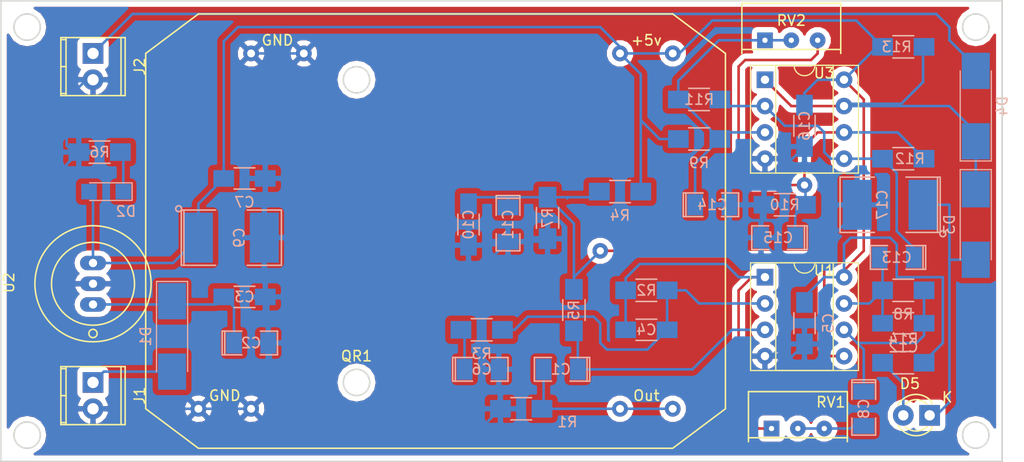
<source format=kicad_pcb>
(kicad_pcb (version 4) (host pcbnew 4.0.5)

  (general
    (links 88)
    (no_connects 1)
    (area 130.734999 54.534999 227.405001 99.135001)
    (thickness 1.6)
    (drawings 11)
    (tracks 260)
    (zones 0)
    (modules 44)
    (nets 22)
  )

  (page A4)
  (layers
    (0 F.Cu signal)
    (31 B.Cu signal)
    (32 B.Adhes user)
    (33 F.Adhes user)
    (34 B.Paste user)
    (35 F.Paste user)
    (36 B.SilkS user)
    (37 F.SilkS user)
    (38 B.Mask user)
    (39 F.Mask user)
    (40 Dwgs.User user)
    (41 Cmts.User user)
    (42 Eco1.User user)
    (43 Eco2.User user)
    (44 Edge.Cuts user)
    (45 Margin user)
    (46 B.CrtYd user)
    (47 F.CrtYd user)
    (48 B.Fab user)
    (49 F.Fab user)
  )

  (setup
    (last_trace_width 0.25)
    (trace_clearance 0.2)
    (zone_clearance 0.508)
    (zone_45_only no)
    (trace_min 0.2)
    (segment_width 0.2)
    (edge_width 0.15)
    (via_size 1.5)
    (via_drill 0.7)
    (via_min_size 1)
    (via_min_drill 0.7)
    (user_via 1 0.7)
    (uvia_size 0.3)
    (uvia_drill 0.1)
    (uvias_allowed no)
    (uvia_min_size 0.2)
    (uvia_min_drill 0.1)
    (pcb_text_width 0.3)
    (pcb_text_size 1.5 1.5)
    (mod_edge_width 0.15)
    (mod_text_size 1 1)
    (mod_text_width 0.15)
    (pad_size 1.4 2.5)
    (pad_drill 0.8)
    (pad_to_mask_clearance 0.2)
    (aux_axis_origin 0 0)
    (visible_elements 7FFEFFFF)
    (pcbplotparams
      (layerselection 0x00030_80000001)
      (usegerberextensions false)
      (excludeedgelayer true)
      (linewidth 0.100000)
      (plotframeref false)
      (viasonmask false)
      (mode 1)
      (useauxorigin false)
      (hpglpennumber 1)
      (hpglpenspeed 20)
      (hpglpendiameter 15)
      (hpglpenoverlay 2)
      (psnegative false)
      (psa4output false)
      (plotreference true)
      (plotvalue true)
      (plotinvisibletext false)
      (padsonsilk false)
      (subtractmaskfromsilk false)
      (outputformat 1)
      (mirror false)
      (drillshape 1)
      (scaleselection 1)
      (outputdirectory ""))
  )

  (net 0 "")
  (net 1 "Net-(C1-Pad1)")
  (net 2 "Net-(C1-Pad2)")
  (net 3 "Net-(C2-Pad1)")
  (net 4 GND)
  (net 5 "Net-(C4-Pad1)")
  (net 6 "Net-(C4-Pad2)")
  (net 7 +5V)
  (net 8 "Net-(C6-Pad1)")
  (net 9 "Net-(C12-Pad2)")
  (net 10 "Net-(C8-Pad2)")
  (net 11 "Net-(C10-Pad2)")
  (net 12 "Net-(C12-Pad1)")
  (net 13 "Net-(C13-Pad1)")
  (net 14 "Net-(C14-Pad1)")
  (net 15 "Net-(C15-Pad1)")
  (net 16 "Net-(C17-Pad1)")
  (net 17 "Net-(D1-Pad2)")
  (net 18 "Net-(D2-Pad1)")
  (net 19 "Net-(D3-Pad1)")
  (net 20 "Net-(D4-Pad2)")
  (net 21 "Net-(D5-Pad2)")

  (net_class Default "Это класс цепей по умолчанию."
    (clearance 0.2)
    (trace_width 0.25)
    (via_dia 1.5)
    (via_drill 0.7)
    (uvia_dia 0.3)
    (uvia_drill 0.1)
    (add_net +5V)
    (add_net GND)
    (add_net "Net-(C1-Pad1)")
    (add_net "Net-(C1-Pad2)")
    (add_net "Net-(C10-Pad2)")
    (add_net "Net-(C12-Pad1)")
    (add_net "Net-(C12-Pad2)")
    (add_net "Net-(C13-Pad1)")
    (add_net "Net-(C14-Pad1)")
    (add_net "Net-(C15-Pad1)")
    (add_net "Net-(C17-Pad1)")
    (add_net "Net-(C2-Pad1)")
    (add_net "Net-(C4-Pad1)")
    (add_net "Net-(C4-Pad2)")
    (add_net "Net-(C6-Pad1)")
    (add_net "Net-(C8-Pad2)")
    (add_net "Net-(D1-Pad2)")
    (add_net "Net-(D2-Pad1)")
    (add_net "Net-(D3-Pad1)")
    (add_net "Net-(D4-Pad2)")
    (add_net "Net-(D5-Pad2)")
  )

  (module dz_lib:HB-100-Radar (layer F.Cu) (tedit 5882C818) (tstamp 5866D77D)
    (at 154.94 93.98)
    (path /5867DE88)
    (fp_text reference QR1 (at 10.16 -5.08) (layer F.SilkS)
      (effects (font (size 1 1) (thickness 0.15)))
    )
    (fp_text value HB-100-Radar (at 10.16 0) (layer F.Fab)
      (effects (font (size 1 1) (thickness 0.15)))
    )
    (fp_text user Out (at 38.1 -1.27) (layer F.SilkS)
      (effects (font (size 1 1) (thickness 0.15)))
    )
    (fp_text user GND (at -2.54 -1.27) (layer F.SilkS)
      (effects (font (size 1 1) (thickness 0.15)))
    )
    (fp_text user +5v (at 38.1 -35.56) (layer F.SilkS)
      (effects (font (size 1 1) (thickness 0.15)))
    )
    (fp_text user GND (at 2.54 -35.56) (layer F.SilkS)
      (effects (font (size 1 1) (thickness 0.15)))
    )
    (fp_line (start -10.16 0) (end -10.16 -34.29) (layer F.SilkS) (width 0.15))
    (fp_line (start -10.16 -34.29) (end -5.08 -38.1) (layer F.SilkS) (width 0.15))
    (fp_line (start -5.08 -38.1) (end 40.64 -38.1) (layer F.SilkS) (width 0.15))
    (fp_line (start 40.64 -38.1) (end 45.72 -34.29) (layer F.SilkS) (width 0.15))
    (fp_line (start 45.72 -34.29) (end 45.72 0) (layer F.SilkS) (width 0.15))
    (fp_line (start 45.72 0) (end 40.64 3.81) (layer F.SilkS) (width 0.15))
    (fp_line (start 40.64 3.81) (end -5.08 3.81) (layer F.SilkS) (width 0.15))
    (fp_line (start -5.08 3.81) (end -10.16 0) (layer F.SilkS) (width 0.15))
    (pad 1 thru_hole circle (at -5.08 0) (size 1.524 1.524) (drill 0.762) (layers *.Cu *.Mask)
      (net 4 GND))
    (pad 2 thru_hole circle (at 0 0) (size 1.524 1.524) (drill 0.762) (layers *.Cu *.Mask)
      (net 4 GND))
    (pad 3 thru_hole circle (at 0 -34.29) (size 1.524 1.524) (drill 0.762) (layers *.Cu *.Mask)
      (net 4 GND))
    (pad 4 thru_hole circle (at 5.08 -34.29) (size 1.524 1.524) (drill 0.762) (layers *.Cu *.Mask)
      (net 4 GND))
    (pad 5 thru_hole circle (at 35.56 0) (size 1.524 1.524) (drill 0.762) (layers *.Cu *.Mask)
      (net 2 "Net-(C1-Pad2)"))
    (pad 6 thru_hole circle (at 40.64 0) (size 1.524 1.524) (drill 0.762) (layers *.Cu *.Mask)
      (net 2 "Net-(C1-Pad2)"))
    (pad 7 thru_hole circle (at 35.56 -34.29) (size 1.524 1.524) (drill 0.762) (layers *.Cu *.Mask)
      (net 7 +5V))
    (pad 8 thru_hole circle (at 40.64 -34.29) (size 1.524 1.524) (drill 0.762) (layers *.Cu *.Mask)
      (net 7 +5V))
  )

  (module SMD_Packages:SMD-2112_Pol (layer B.Cu) (tedit 5866F8C9) (tstamp 5866D747)
    (at 216.535 74.295 180)
    (path /5866E4F0)
    (attr smd)
    (fp_text reference C17 (at 0.762 0 450) (layer B.SilkS)
      (effects (font (size 1 1) (thickness 0.15)) (justify mirror))
    )
    (fp_text value 100,0 (at -0.889 0 450) (layer B.Fab) hide
      (effects (font (size 1 1) (thickness 0.15)) (justify mirror))
    )
    (fp_circle (center -5.08 -2.794) (end -4.826 -2.667) (layer B.SilkS) (width 0.15))
    (fp_line (start -4.572 2.667) (end -4.572 -2.667) (layer B.SilkS) (width 0.15))
    (fp_line (start -4.826 2.667) (end -4.826 -2.667) (layer B.SilkS) (width 0.15))
    (fp_line (start -1.524 -2.667) (end -4.826 -2.667) (layer B.SilkS) (width 0.15))
    (fp_line (start -1.524 2.667) (end -4.826 2.667) (layer B.SilkS) (width 0.15))
    (fp_line (start 1.524 2.667) (end 4.826 2.667) (layer B.SilkS) (width 0.15))
    (fp_line (start 4.826 2.667) (end 4.826 -2.667) (layer B.SilkS) (width 0.15))
    (fp_line (start 4.826 -2.667) (end 1.524 -2.667) (layer B.SilkS) (width 0.15))
    (pad 2 smd rect (at 3.175 0 180) (size 2.794 4.826) (layers B.Cu B.Paste B.Mask)
      (net 4 GND))
    (pad 1 smd rect (at -3.175 0 180) (size 2.794 4.826) (layers B.Cu B.Paste B.Mask)
      (net 16 "Net-(C17-Pad1)"))
    (model SMD_Packages.3dshapes/SMD-2112_Pol.wrl
      (at (xyz 0 0 0))
      (scale (xyz 0.3 0.4 0.4))
      (rotate (xyz 0 0 0))
    )
  )

  (module SMD_Packages:SMD-1206_Pol (layer B.Cu) (tedit 5866F273) (tstamp 5866D6E7)
    (at 184.785 90.17 180)
    (path /5866E5B6)
    (attr smd)
    (fp_text reference C1 (at 0 0 180) (layer B.SilkS)
      (effects (font (size 1 1) (thickness 0.15)) (justify mirror))
    )
    (fp_text value 10,0 (at 0 0 180) (layer B.Fab) hide
      (effects (font (size 1 1) (thickness 0.15)) (justify mirror))
    )
    (fp_line (start -2.54 1.143) (end -2.794 1.143) (layer B.SilkS) (width 0.15))
    (fp_line (start -2.794 1.143) (end -2.794 -1.143) (layer B.SilkS) (width 0.15))
    (fp_line (start -2.794 -1.143) (end -2.54 -1.143) (layer B.SilkS) (width 0.15))
    (fp_line (start -2.54 1.143) (end -2.54 -1.143) (layer B.SilkS) (width 0.15))
    (fp_line (start -2.54 -1.143) (end -0.889 -1.143) (layer B.SilkS) (width 0.15))
    (fp_line (start 0.889 1.143) (end 2.54 1.143) (layer B.SilkS) (width 0.15))
    (fp_line (start 2.54 1.143) (end 2.54 -1.143) (layer B.SilkS) (width 0.15))
    (fp_line (start 2.54 -1.143) (end 0.889 -1.143) (layer B.SilkS) (width 0.15))
    (fp_line (start -0.889 1.143) (end -2.54 1.143) (layer B.SilkS) (width 0.15))
    (pad 1 smd rect (at -1.651 0 180) (size 1.524 2.032) (layers B.Cu B.Paste B.Mask)
      (net 1 "Net-(C1-Pad1)"))
    (pad 2 smd rect (at 1.651 0 180) (size 1.524 2.032) (layers B.Cu B.Paste B.Mask)
      (net 2 "Net-(C1-Pad2)"))
    (model SMD_Packages.3dshapes/SMD-1206_Pol.wrl
      (at (xyz 0 0 0))
      (scale (xyz 0.17 0.16 0.16))
      (rotate (xyz 0 0 0))
    )
  )

  (module SMD_Packages:SMD-1206_Pol (layer B.Cu) (tedit 5866F286) (tstamp 5866D6ED)
    (at 154.94 87.63)
    (path /5866B5EB)
    (attr smd)
    (fp_text reference C2 (at 0 0) (layer B.SilkS)
      (effects (font (size 1 1) (thickness 0.15)) (justify mirror))
    )
    (fp_text value 47,0 (at 0 0) (layer B.Fab) hide
      (effects (font (size 1 1) (thickness 0.15)) (justify mirror))
    )
    (fp_line (start -2.54 1.143) (end -2.794 1.143) (layer B.SilkS) (width 0.15))
    (fp_line (start -2.794 1.143) (end -2.794 -1.143) (layer B.SilkS) (width 0.15))
    (fp_line (start -2.794 -1.143) (end -2.54 -1.143) (layer B.SilkS) (width 0.15))
    (fp_line (start -2.54 1.143) (end -2.54 -1.143) (layer B.SilkS) (width 0.15))
    (fp_line (start -2.54 -1.143) (end -0.889 -1.143) (layer B.SilkS) (width 0.15))
    (fp_line (start 0.889 1.143) (end 2.54 1.143) (layer B.SilkS) (width 0.15))
    (fp_line (start 2.54 1.143) (end 2.54 -1.143) (layer B.SilkS) (width 0.15))
    (fp_line (start 2.54 -1.143) (end 0.889 -1.143) (layer B.SilkS) (width 0.15))
    (fp_line (start -0.889 1.143) (end -2.54 1.143) (layer B.SilkS) (width 0.15))
    (pad 1 smd rect (at -1.651 0) (size 1.524 2.032) (layers B.Cu B.Paste B.Mask)
      (net 3 "Net-(C2-Pad1)"))
    (pad 2 smd rect (at 1.651 0) (size 1.524 2.032) (layers B.Cu B.Paste B.Mask)
      (net 4 GND))
    (model SMD_Packages.3dshapes/SMD-1206_Pol.wrl
      (at (xyz 0 0 0))
      (scale (xyz 0.17 0.16 0.16))
      (rotate (xyz 0 0 0))
    )
  )

  (module Capacitors_SMD:C_1206_HandSoldering (layer B.Cu) (tedit 5866F2A9) (tstamp 5866D6F3)
    (at 154.305 83.185)
    (descr "Capacitor SMD 1206, hand soldering")
    (tags "capacitor 1206")
    (path /5866B52A)
    (attr smd)
    (fp_text reference C3 (at 0 0) (layer B.SilkS)
      (effects (font (size 1 1) (thickness 0.15)) (justify mirror))
    )
    (fp_text value 0,1 (at 0 -2.3) (layer B.Fab) hide
      (effects (font (size 1 1) (thickness 0.15)) (justify mirror))
    )
    (fp_line (start -1.6 -0.8) (end -1.6 0.8) (layer B.Fab) (width 0.15))
    (fp_line (start 1.6 -0.8) (end -1.6 -0.8) (layer B.Fab) (width 0.15))
    (fp_line (start 1.6 0.8) (end 1.6 -0.8) (layer B.Fab) (width 0.15))
    (fp_line (start -1.6 0.8) (end 1.6 0.8) (layer B.Fab) (width 0.15))
    (fp_line (start -3.3 1.15) (end 3.3 1.15) (layer B.CrtYd) (width 0.05))
    (fp_line (start -3.3 -1.15) (end 3.3 -1.15) (layer B.CrtYd) (width 0.05))
    (fp_line (start -3.3 1.15) (end -3.3 -1.15) (layer B.CrtYd) (width 0.05))
    (fp_line (start 3.3 1.15) (end 3.3 -1.15) (layer B.CrtYd) (width 0.05))
    (fp_line (start 1 1.025) (end -1 1.025) (layer B.SilkS) (width 0.15))
    (fp_line (start -1 -1.025) (end 1 -1.025) (layer B.SilkS) (width 0.15))
    (pad 1 smd rect (at -2 0) (size 2 1.6) (layers B.Cu B.Paste B.Mask)
      (net 3 "Net-(C2-Pad1)"))
    (pad 2 smd rect (at 2 0) (size 2 1.6) (layers B.Cu B.Paste B.Mask)
      (net 4 GND))
    (model Capacitors_SMD.3dshapes/C_1206_HandSoldering.wrl
      (at (xyz 0 0 0))
      (scale (xyz 1 1 1))
      (rotate (xyz 0 0 0))
    )
  )

  (module Capacitors_SMD:C_1206_HandSoldering (layer B.Cu) (tedit 5866F446) (tstamp 5866D6F9)
    (at 193.04 86.36)
    (descr "Capacitor SMD 1206, hand soldering")
    (tags "capacitor 1206")
    (path /5866D7C9)
    (attr smd)
    (fp_text reference C4 (at 0 0) (layer B.SilkS)
      (effects (font (size 1 1) (thickness 0.15)) (justify mirror))
    )
    (fp_text value 2200 (at 0 -2.3) (layer B.Fab) hide
      (effects (font (size 1 1) (thickness 0.15)) (justify mirror))
    )
    (fp_line (start -1.6 -0.8) (end -1.6 0.8) (layer B.Fab) (width 0.15))
    (fp_line (start 1.6 -0.8) (end -1.6 -0.8) (layer B.Fab) (width 0.15))
    (fp_line (start 1.6 0.8) (end 1.6 -0.8) (layer B.Fab) (width 0.15))
    (fp_line (start -1.6 0.8) (end 1.6 0.8) (layer B.Fab) (width 0.15))
    (fp_line (start -3.3 1.15) (end 3.3 1.15) (layer B.CrtYd) (width 0.05))
    (fp_line (start -3.3 -1.15) (end 3.3 -1.15) (layer B.CrtYd) (width 0.05))
    (fp_line (start -3.3 1.15) (end -3.3 -1.15) (layer B.CrtYd) (width 0.05))
    (fp_line (start 3.3 1.15) (end 3.3 -1.15) (layer B.CrtYd) (width 0.05))
    (fp_line (start 1 1.025) (end -1 1.025) (layer B.SilkS) (width 0.15))
    (fp_line (start -1 -1.025) (end 1 -1.025) (layer B.SilkS) (width 0.15))
    (pad 1 smd rect (at -2 0) (size 2 1.6) (layers B.Cu B.Paste B.Mask)
      (net 5 "Net-(C4-Pad1)"))
    (pad 2 smd rect (at 2 0) (size 2 1.6) (layers B.Cu B.Paste B.Mask)
      (net 6 "Net-(C4-Pad2)"))
    (model Capacitors_SMD.3dshapes/C_1206_HandSoldering.wrl
      (at (xyz 0 0 0))
      (scale (xyz 1 1 1))
      (rotate (xyz 0 0 0))
    )
  )

  (module Capacitors_SMD:C_1206_HandSoldering (layer B.Cu) (tedit 5866F331) (tstamp 5866D6FF)
    (at 208.28 85.725 90)
    (descr "Capacitor SMD 1206, hand soldering")
    (tags "capacitor 1206")
    (path /5866D836)
    (attr smd)
    (fp_text reference C5 (at 0 2.3 90) (layer B.SilkS)
      (effects (font (size 1 1) (thickness 0.15)) (justify mirror))
    )
    (fp_text value 0,1 (at 0 -2.3 90) (layer B.Fab) hide
      (effects (font (size 1 1) (thickness 0.15)) (justify mirror))
    )
    (fp_line (start -1.6 -0.8) (end -1.6 0.8) (layer B.Fab) (width 0.15))
    (fp_line (start 1.6 -0.8) (end -1.6 -0.8) (layer B.Fab) (width 0.15))
    (fp_line (start 1.6 0.8) (end 1.6 -0.8) (layer B.Fab) (width 0.15))
    (fp_line (start -1.6 0.8) (end 1.6 0.8) (layer B.Fab) (width 0.15))
    (fp_line (start -3.3 1.15) (end 3.3 1.15) (layer B.CrtYd) (width 0.05))
    (fp_line (start -3.3 -1.15) (end 3.3 -1.15) (layer B.CrtYd) (width 0.05))
    (fp_line (start -3.3 1.15) (end -3.3 -1.15) (layer B.CrtYd) (width 0.05))
    (fp_line (start 3.3 1.15) (end 3.3 -1.15) (layer B.CrtYd) (width 0.05))
    (fp_line (start 1 1.025) (end -1 1.025) (layer B.SilkS) (width 0.15))
    (fp_line (start -1 -1.025) (end 1 -1.025) (layer B.SilkS) (width 0.15))
    (pad 1 smd rect (at -2 0 90) (size 2 1.6) (layers B.Cu B.Paste B.Mask)
      (net 4 GND))
    (pad 2 smd rect (at 2 0 90) (size 2 1.6) (layers B.Cu B.Paste B.Mask)
      (net 7 +5V))
    (model Capacitors_SMD.3dshapes/C_1206_HandSoldering.wrl
      (at (xyz 0 0 0))
      (scale (xyz 1 1 1))
      (rotate (xyz 0 0 0))
    )
  )

  (module SMD_Packages:SMD-1206_Pol (layer B.Cu) (tedit 5866F3FF) (tstamp 5866D705)
    (at 177.165 90.17)
    (path /5866E274)
    (attr smd)
    (fp_text reference C6 (at 0 0) (layer B.SilkS)
      (effects (font (size 1 1) (thickness 0.15)) (justify mirror))
    )
    (fp_text value 10,0 (at 0 0) (layer B.Fab) hide
      (effects (font (size 1 1) (thickness 0.15)) (justify mirror))
    )
    (fp_line (start -2.54 1.143) (end -2.794 1.143) (layer B.SilkS) (width 0.15))
    (fp_line (start -2.794 1.143) (end -2.794 -1.143) (layer B.SilkS) (width 0.15))
    (fp_line (start -2.794 -1.143) (end -2.54 -1.143) (layer B.SilkS) (width 0.15))
    (fp_line (start -2.54 1.143) (end -2.54 -1.143) (layer B.SilkS) (width 0.15))
    (fp_line (start -2.54 -1.143) (end -0.889 -1.143) (layer B.SilkS) (width 0.15))
    (fp_line (start 0.889 1.143) (end 2.54 1.143) (layer B.SilkS) (width 0.15))
    (fp_line (start 2.54 1.143) (end 2.54 -1.143) (layer B.SilkS) (width 0.15))
    (fp_line (start 2.54 -1.143) (end 0.889 -1.143) (layer B.SilkS) (width 0.15))
    (fp_line (start -0.889 1.143) (end -2.54 1.143) (layer B.SilkS) (width 0.15))
    (pad 1 smd rect (at -1.651 0) (size 1.524 2.032) (layers B.Cu B.Paste B.Mask)
      (net 8 "Net-(C6-Pad1)"))
    (pad 2 smd rect (at 1.651 0) (size 1.524 2.032) (layers B.Cu B.Paste B.Mask)
      (net 4 GND))
    (model SMD_Packages.3dshapes/SMD-1206_Pol.wrl
      (at (xyz 0 0 0))
      (scale (xyz 0.17 0.16 0.16))
      (rotate (xyz 0 0 0))
    )
  )

  (module Capacitors_SMD:C_1206_HandSoldering (layer B.Cu) (tedit 5866F376) (tstamp 5866D70B)
    (at 154.305 71.755)
    (descr "Capacitor SMD 1206, hand soldering")
    (tags "capacitor 1206")
    (path /5866B575)
    (attr smd)
    (fp_text reference C7 (at 0 2.3) (layer B.SilkS)
      (effects (font (size 1 1) (thickness 0.15)) (justify mirror))
    )
    (fp_text value 0,1 (at 0 -2.3) (layer B.Fab) hide
      (effects (font (size 1 1) (thickness 0.15)) (justify mirror))
    )
    (fp_line (start -1.6 -0.8) (end -1.6 0.8) (layer B.Fab) (width 0.15))
    (fp_line (start 1.6 -0.8) (end -1.6 -0.8) (layer B.Fab) (width 0.15))
    (fp_line (start 1.6 0.8) (end 1.6 -0.8) (layer B.Fab) (width 0.15))
    (fp_line (start -1.6 0.8) (end 1.6 0.8) (layer B.Fab) (width 0.15))
    (fp_line (start -3.3 1.15) (end 3.3 1.15) (layer B.CrtYd) (width 0.05))
    (fp_line (start -3.3 -1.15) (end 3.3 -1.15) (layer B.CrtYd) (width 0.05))
    (fp_line (start -3.3 1.15) (end -3.3 -1.15) (layer B.CrtYd) (width 0.05))
    (fp_line (start 3.3 1.15) (end 3.3 -1.15) (layer B.CrtYd) (width 0.05))
    (fp_line (start 1 1.025) (end -1 1.025) (layer B.SilkS) (width 0.15))
    (fp_line (start -1 -1.025) (end 1 -1.025) (layer B.SilkS) (width 0.15))
    (pad 1 smd rect (at -2 0) (size 2 1.6) (layers B.Cu B.Paste B.Mask)
      (net 7 +5V))
    (pad 2 smd rect (at 2 0) (size 2 1.6) (layers B.Cu B.Paste B.Mask)
      (net 4 GND))
    (model Capacitors_SMD.3dshapes/C_1206_HandSoldering.wrl
      (at (xyz 0 0 0))
      (scale (xyz 1 1 1))
      (rotate (xyz 0 0 0))
    )
  )

  (module SMD_Packages:SMD-1206_Pol (layer B.Cu) (tedit 5866F5CA) (tstamp 5866D711)
    (at 213.995 93.98 270)
    (path /5866E2EB)
    (attr smd)
    (fp_text reference C8 (at 0 0 450) (layer B.SilkS)
      (effects (font (size 1 1) (thickness 0.15)) (justify mirror))
    )
    (fp_text value 10,0 (at 0 0 270) (layer B.Fab) hide
      (effects (font (size 1 1) (thickness 0.15)) (justify mirror))
    )
    (fp_line (start -2.54 1.143) (end -2.794 1.143) (layer B.SilkS) (width 0.15))
    (fp_line (start -2.794 1.143) (end -2.794 -1.143) (layer B.SilkS) (width 0.15))
    (fp_line (start -2.794 -1.143) (end -2.54 -1.143) (layer B.SilkS) (width 0.15))
    (fp_line (start -2.54 1.143) (end -2.54 -1.143) (layer B.SilkS) (width 0.15))
    (fp_line (start -2.54 -1.143) (end -0.889 -1.143) (layer B.SilkS) (width 0.15))
    (fp_line (start 0.889 1.143) (end 2.54 1.143) (layer B.SilkS) (width 0.15))
    (fp_line (start 2.54 1.143) (end 2.54 -1.143) (layer B.SilkS) (width 0.15))
    (fp_line (start 2.54 -1.143) (end 0.889 -1.143) (layer B.SilkS) (width 0.15))
    (fp_line (start -0.889 1.143) (end -2.54 1.143) (layer B.SilkS) (width 0.15))
    (pad 1 smd rect (at -1.651 0 270) (size 1.524 2.032) (layers B.Cu B.Paste B.Mask)
      (net 9 "Net-(C12-Pad2)"))
    (pad 2 smd rect (at 1.651 0 270) (size 1.524 2.032) (layers B.Cu B.Paste B.Mask)
      (net 10 "Net-(C8-Pad2)"))
    (model SMD_Packages.3dshapes/SMD-1206_Pol.wrl
      (at (xyz 0 0 0))
      (scale (xyz 0.17 0.16 0.16))
      (rotate (xyz 0 0 0))
    )
  )

  (module SMD_Packages:SMD-2112_Pol (layer B.Cu) (tedit 0) (tstamp 5866D717)
    (at 153.035 77.47)
    (path /5866B5B2)
    (attr smd)
    (fp_text reference C9 (at 0.762 0 270) (layer B.SilkS)
      (effects (font (size 1 1) (thickness 0.15)) (justify mirror))
    )
    (fp_text value 220,0 (at -0.889 0 270) (layer B.Fab)
      (effects (font (size 1 1) (thickness 0.15)) (justify mirror))
    )
    (fp_circle (center -5.08 -2.794) (end -4.826 -2.667) (layer B.SilkS) (width 0.15))
    (fp_line (start -4.572 2.667) (end -4.572 -2.667) (layer B.SilkS) (width 0.15))
    (fp_line (start -4.826 2.667) (end -4.826 -2.667) (layer B.SilkS) (width 0.15))
    (fp_line (start -1.524 -2.667) (end -4.826 -2.667) (layer B.SilkS) (width 0.15))
    (fp_line (start -1.524 2.667) (end -4.826 2.667) (layer B.SilkS) (width 0.15))
    (fp_line (start 1.524 2.667) (end 4.826 2.667) (layer B.SilkS) (width 0.15))
    (fp_line (start 4.826 2.667) (end 4.826 -2.667) (layer B.SilkS) (width 0.15))
    (fp_line (start 4.826 -2.667) (end 1.524 -2.667) (layer B.SilkS) (width 0.15))
    (pad 2 smd rect (at 3.175 0) (size 2.794 4.826) (layers B.Cu B.Paste B.Mask)
      (net 4 GND))
    (pad 1 smd rect (at -3.175 0) (size 2.794 4.826) (layers B.Cu B.Paste B.Mask)
      (net 7 +5V))
    (model SMD_Packages.3dshapes/SMD-2112_Pol.wrl
      (at (xyz 0 0 0))
      (scale (xyz 0.3 0.4 0.4))
      (rotate (xyz 0 0 0))
    )
  )

  (module Capacitors_SMD:C_1206_HandSoldering (layer B.Cu) (tedit 5866F534) (tstamp 5866D71D)
    (at 175.895 76.2 90)
    (descr "Capacitor SMD 1206, hand soldering")
    (tags "capacitor 1206")
    (path /5866D69B)
    (attr smd)
    (fp_text reference C10 (at 0 0 90) (layer B.SilkS)
      (effects (font (size 1 1) (thickness 0.15)) (justify mirror))
    )
    (fp_text value 0,1 (at 0 -2.3 90) (layer B.Fab) hide
      (effects (font (size 1 1) (thickness 0.15)) (justify mirror))
    )
    (fp_line (start -1.6 -0.8) (end -1.6 0.8) (layer B.Fab) (width 0.15))
    (fp_line (start 1.6 -0.8) (end -1.6 -0.8) (layer B.Fab) (width 0.15))
    (fp_line (start 1.6 0.8) (end 1.6 -0.8) (layer B.Fab) (width 0.15))
    (fp_line (start -1.6 0.8) (end 1.6 0.8) (layer B.Fab) (width 0.15))
    (fp_line (start -3.3 1.15) (end 3.3 1.15) (layer B.CrtYd) (width 0.05))
    (fp_line (start -3.3 -1.15) (end 3.3 -1.15) (layer B.CrtYd) (width 0.05))
    (fp_line (start -3.3 1.15) (end -3.3 -1.15) (layer B.CrtYd) (width 0.05))
    (fp_line (start 3.3 1.15) (end 3.3 -1.15) (layer B.CrtYd) (width 0.05))
    (fp_line (start 1 1.025) (end -1 1.025) (layer B.SilkS) (width 0.15))
    (fp_line (start -1 -1.025) (end 1 -1.025) (layer B.SilkS) (width 0.15))
    (pad 1 smd rect (at -2 0 90) (size 2 1.6) (layers B.Cu B.Paste B.Mask)
      (net 4 GND))
    (pad 2 smd rect (at 2 0 90) (size 2 1.6) (layers B.Cu B.Paste B.Mask)
      (net 11 "Net-(C10-Pad2)"))
    (model Capacitors_SMD.3dshapes/C_1206_HandSoldering.wrl
      (at (xyz 0 0 0))
      (scale (xyz 1 1 1))
      (rotate (xyz 0 0 0))
    )
  )

  (module SMD_Packages:SMD-1206_Pol (layer B.Cu) (tedit 5866F4A6) (tstamp 5866D723)
    (at 179.705 76.2 270)
    (path /5866D628)
    (attr smd)
    (fp_text reference C11 (at 0 0 270) (layer B.SilkS)
      (effects (font (size 1 1) (thickness 0.15)) (justify mirror))
    )
    (fp_text value 10,0 (at 0 0 270) (layer B.Fab) hide
      (effects (font (size 1 1) (thickness 0.15)) (justify mirror))
    )
    (fp_line (start -2.54 1.143) (end -2.794 1.143) (layer B.SilkS) (width 0.15))
    (fp_line (start -2.794 1.143) (end -2.794 -1.143) (layer B.SilkS) (width 0.15))
    (fp_line (start -2.794 -1.143) (end -2.54 -1.143) (layer B.SilkS) (width 0.15))
    (fp_line (start -2.54 1.143) (end -2.54 -1.143) (layer B.SilkS) (width 0.15))
    (fp_line (start -2.54 -1.143) (end -0.889 -1.143) (layer B.SilkS) (width 0.15))
    (fp_line (start 0.889 1.143) (end 2.54 1.143) (layer B.SilkS) (width 0.15))
    (fp_line (start 2.54 1.143) (end 2.54 -1.143) (layer B.SilkS) (width 0.15))
    (fp_line (start 2.54 -1.143) (end 0.889 -1.143) (layer B.SilkS) (width 0.15))
    (fp_line (start -0.889 1.143) (end -2.54 1.143) (layer B.SilkS) (width 0.15))
    (pad 1 smd rect (at -1.651 0 270) (size 1.524 2.032) (layers B.Cu B.Paste B.Mask)
      (net 11 "Net-(C10-Pad2)"))
    (pad 2 smd rect (at 1.651 0 270) (size 1.524 2.032) (layers B.Cu B.Paste B.Mask)
      (net 4 GND))
    (model SMD_Packages.3dshapes/SMD-1206_Pol.wrl
      (at (xyz 0 0 0))
      (scale (xyz 0.17 0.16 0.16))
      (rotate (xyz 0 0 0))
    )
  )

  (module Capacitors_SMD:C_1206_HandSoldering (layer B.Cu) (tedit 5866F719) (tstamp 5866D729)
    (at 217.805 85.725)
    (descr "Capacitor SMD 1206, hand soldering")
    (tags "capacitor 1206")
    (path /5866D70E)
    (attr smd)
    (fp_text reference C12 (at 0 2.3) (layer B.SilkS)
      (effects (font (size 1 1) (thickness 0.15)) (justify mirror))
    )
    (fp_text value 2200 (at 0 -2.3) (layer B.Fab) hide
      (effects (font (size 1 1) (thickness 0.15)) (justify mirror))
    )
    (fp_line (start -1.6 -0.8) (end -1.6 0.8) (layer B.Fab) (width 0.15))
    (fp_line (start 1.6 -0.8) (end -1.6 -0.8) (layer B.Fab) (width 0.15))
    (fp_line (start 1.6 0.8) (end 1.6 -0.8) (layer B.Fab) (width 0.15))
    (fp_line (start -1.6 0.8) (end 1.6 0.8) (layer B.Fab) (width 0.15))
    (fp_line (start -3.3 1.15) (end 3.3 1.15) (layer B.CrtYd) (width 0.05))
    (fp_line (start -3.3 -1.15) (end 3.3 -1.15) (layer B.CrtYd) (width 0.05))
    (fp_line (start -3.3 1.15) (end -3.3 -1.15) (layer B.CrtYd) (width 0.05))
    (fp_line (start 3.3 1.15) (end 3.3 -1.15) (layer B.CrtYd) (width 0.05))
    (fp_line (start 1 1.025) (end -1 1.025) (layer B.SilkS) (width 0.15))
    (fp_line (start -1 -1.025) (end 1 -1.025) (layer B.SilkS) (width 0.15))
    (pad 1 smd rect (at -2 0) (size 2 1.6) (layers B.Cu B.Paste B.Mask)
      (net 12 "Net-(C12-Pad1)"))
    (pad 2 smd rect (at 2 0) (size 2 1.6) (layers B.Cu B.Paste B.Mask)
      (net 9 "Net-(C12-Pad2)"))
    (model Capacitors_SMD.3dshapes/C_1206_HandSoldering.wrl
      (at (xyz 0 0 0))
      (scale (xyz 1 1 1))
      (rotate (xyz 0 0 0))
    )
  )

  (module SMD_Packages:SMD-1206_Pol (layer B.Cu) (tedit 5866F517) (tstamp 5866D72F)
    (at 217.17 79.375 180)
    (path /5866E385)
    (attr smd)
    (fp_text reference C13 (at 0 0 180) (layer B.SilkS)
      (effects (font (size 1 1) (thickness 0.15)) (justify mirror))
    )
    (fp_text value 10,0 (at 0 0 180) (layer B.Fab) hide
      (effects (font (size 1 1) (thickness 0.15)) (justify mirror))
    )
    (fp_line (start -2.54 1.143) (end -2.794 1.143) (layer B.SilkS) (width 0.15))
    (fp_line (start -2.794 1.143) (end -2.794 -1.143) (layer B.SilkS) (width 0.15))
    (fp_line (start -2.794 -1.143) (end -2.54 -1.143) (layer B.SilkS) (width 0.15))
    (fp_line (start -2.54 1.143) (end -2.54 -1.143) (layer B.SilkS) (width 0.15))
    (fp_line (start -2.54 -1.143) (end -0.889 -1.143) (layer B.SilkS) (width 0.15))
    (fp_line (start 0.889 1.143) (end 2.54 1.143) (layer B.SilkS) (width 0.15))
    (fp_line (start 2.54 1.143) (end 2.54 -1.143) (layer B.SilkS) (width 0.15))
    (fp_line (start 2.54 -1.143) (end 0.889 -1.143) (layer B.SilkS) (width 0.15))
    (fp_line (start -0.889 1.143) (end -2.54 1.143) (layer B.SilkS) (width 0.15))
    (pad 1 smd rect (at -1.651 0 180) (size 1.524 2.032) (layers B.Cu B.Paste B.Mask)
      (net 13 "Net-(C13-Pad1)"))
    (pad 2 smd rect (at 1.651 0 180) (size 1.524 2.032) (layers B.Cu B.Paste B.Mask)
      (net 12 "Net-(C12-Pad1)"))
    (model SMD_Packages.3dshapes/SMD-1206_Pol.wrl
      (at (xyz 0 0 0))
      (scale (xyz 0.17 0.16 0.16))
      (rotate (xyz 0 0 0))
    )
  )

  (module SMD_Packages:SMD-1206_Pol (layer B.Cu) (tedit 5866F829) (tstamp 5866D735)
    (at 199.39 74.295)
    (path /5866E3FA)
    (attr smd)
    (fp_text reference C14 (at 0 0) (layer B.SilkS)
      (effects (font (size 1 1) (thickness 0.15)) (justify mirror))
    )
    (fp_text value 10,0 (at 0 0) (layer B.Fab) hide
      (effects (font (size 1 1) (thickness 0.15)) (justify mirror))
    )
    (fp_line (start -2.54 1.143) (end -2.794 1.143) (layer B.SilkS) (width 0.15))
    (fp_line (start -2.794 1.143) (end -2.794 -1.143) (layer B.SilkS) (width 0.15))
    (fp_line (start -2.794 -1.143) (end -2.54 -1.143) (layer B.SilkS) (width 0.15))
    (fp_line (start -2.54 1.143) (end -2.54 -1.143) (layer B.SilkS) (width 0.15))
    (fp_line (start -2.54 -1.143) (end -0.889 -1.143) (layer B.SilkS) (width 0.15))
    (fp_line (start 0.889 1.143) (end 2.54 1.143) (layer B.SilkS) (width 0.15))
    (fp_line (start 2.54 1.143) (end 2.54 -1.143) (layer B.SilkS) (width 0.15))
    (fp_line (start 2.54 -1.143) (end 0.889 -1.143) (layer B.SilkS) (width 0.15))
    (fp_line (start -0.889 1.143) (end -2.54 1.143) (layer B.SilkS) (width 0.15))
    (pad 1 smd rect (at -1.651 0) (size 1.524 2.032) (layers B.Cu B.Paste B.Mask)
      (net 14 "Net-(C14-Pad1)"))
    (pad 2 smd rect (at 1.651 0) (size 1.524 2.032) (layers B.Cu B.Paste B.Mask)
      (net 4 GND))
    (model SMD_Packages.3dshapes/SMD-1206_Pol.wrl
      (at (xyz 0 0 0))
      (scale (xyz 0.17 0.16 0.16))
      (rotate (xyz 0 0 0))
    )
  )

  (module SMD_Packages:SMD-1206_Pol (layer B.Cu) (tedit 5866F80F) (tstamp 5866D73B)
    (at 205.74 77.47 180)
    (path /5866E473)
    (attr smd)
    (fp_text reference C15 (at 0 0 180) (layer B.SilkS)
      (effects (font (size 1 1) (thickness 0.15)) (justify mirror))
    )
    (fp_text value 10,0 (at 0 0 180) (layer B.Fab) hide
      (effects (font (size 1 1) (thickness 0.15)) (justify mirror))
    )
    (fp_line (start -2.54 1.143) (end -2.794 1.143) (layer B.SilkS) (width 0.15))
    (fp_line (start -2.794 1.143) (end -2.794 -1.143) (layer B.SilkS) (width 0.15))
    (fp_line (start -2.794 -1.143) (end -2.54 -1.143) (layer B.SilkS) (width 0.15))
    (fp_line (start -2.54 1.143) (end -2.54 -1.143) (layer B.SilkS) (width 0.15))
    (fp_line (start -2.54 -1.143) (end -0.889 -1.143) (layer B.SilkS) (width 0.15))
    (fp_line (start 0.889 1.143) (end 2.54 1.143) (layer B.SilkS) (width 0.15))
    (fp_line (start 2.54 1.143) (end 2.54 -1.143) (layer B.SilkS) (width 0.15))
    (fp_line (start 2.54 -1.143) (end 0.889 -1.143) (layer B.SilkS) (width 0.15))
    (fp_line (start -0.889 1.143) (end -2.54 1.143) (layer B.SilkS) (width 0.15))
    (pad 1 smd rect (at -1.651 0 180) (size 1.524 2.032) (layers B.Cu B.Paste B.Mask)
      (net 15 "Net-(C15-Pad1)"))
    (pad 2 smd rect (at 1.651 0 180) (size 1.524 2.032) (layers B.Cu B.Paste B.Mask)
      (net 4 GND))
    (model SMD_Packages.3dshapes/SMD-1206_Pol.wrl
      (at (xyz 0 0 0))
      (scale (xyz 0.17 0.16 0.16))
      (rotate (xyz 0 0 0))
    )
  )

  (module Capacitors_SMD:C_1206_HandSoldering (layer B.Cu) (tedit 5866F9DB) (tstamp 5866D741)
    (at 208.28 66.675 90)
    (descr "Capacitor SMD 1206, hand soldering")
    (tags "capacitor 1206")
    (path /5867067E)
    (attr smd)
    (fp_text reference C16 (at 0 0 90) (layer B.SilkS)
      (effects (font (size 1 1) (thickness 0.15)) (justify mirror))
    )
    (fp_text value 0,1 (at 0 -2.3 90) (layer B.Fab) hide
      (effects (font (size 1 1) (thickness 0.15)) (justify mirror))
    )
    (fp_line (start -1.6 -0.8) (end -1.6 0.8) (layer B.Fab) (width 0.15))
    (fp_line (start 1.6 -0.8) (end -1.6 -0.8) (layer B.Fab) (width 0.15))
    (fp_line (start 1.6 0.8) (end 1.6 -0.8) (layer B.Fab) (width 0.15))
    (fp_line (start -1.6 0.8) (end 1.6 0.8) (layer B.Fab) (width 0.15))
    (fp_line (start -3.3 1.15) (end 3.3 1.15) (layer B.CrtYd) (width 0.05))
    (fp_line (start -3.3 -1.15) (end 3.3 -1.15) (layer B.CrtYd) (width 0.05))
    (fp_line (start -3.3 1.15) (end -3.3 -1.15) (layer B.CrtYd) (width 0.05))
    (fp_line (start 3.3 1.15) (end 3.3 -1.15) (layer B.CrtYd) (width 0.05))
    (fp_line (start 1 1.025) (end -1 1.025) (layer B.SilkS) (width 0.15))
    (fp_line (start -1 -1.025) (end 1 -1.025) (layer B.SilkS) (width 0.15))
    (pad 1 smd rect (at -2 0 90) (size 2 1.6) (layers B.Cu B.Paste B.Mask)
      (net 4 GND))
    (pad 2 smd rect (at 2 0 90) (size 2 1.6) (layers B.Cu B.Paste B.Mask)
      (net 7 +5V))
    (model Capacitors_SMD.3dshapes/C_1206_HandSoldering.wrl
      (at (xyz 0 0 0))
      (scale (xyz 1 1 1))
      (rotate (xyz 0 0 0))
    )
  )

  (module LEDs:LED_1206 (layer B.Cu) (tedit 5866F2D8) (tstamp 5866D753)
    (at 140.97 73.025 180)
    (descr "LED 1206 smd package")
    (tags "LED led 1206 SMD smd SMT smt smdled SMDLED smtled SMTLED")
    (path /5866C47E)
    (attr smd)
    (fp_text reference D2 (at -1.905 -1.905 180) (layer B.SilkS)
      (effects (font (size 1 1) (thickness 0.15)) (justify mirror))
    )
    (fp_text value LED (at 0 -1.7 180) (layer B.Fab) hide
      (effects (font (size 1 1) (thickness 0.15)) (justify mirror))
    )
    (fp_line (start -2.5 0.85) (end -2.5 -0.85) (layer B.SilkS) (width 0.12))
    (fp_line (start -0.45 0.4) (end -0.45 -0.4) (layer B.Fab) (width 0.1))
    (fp_line (start -0.4 0) (end 0.2 0.4) (layer B.Fab) (width 0.1))
    (fp_line (start 0.2 -0.4) (end -0.4 0) (layer B.Fab) (width 0.1))
    (fp_line (start 0.2 0.4) (end 0.2 -0.4) (layer B.Fab) (width 0.1))
    (fp_line (start 1.6 -0.8) (end -1.6 -0.8) (layer B.Fab) (width 0.1))
    (fp_line (start 1.6 0.8) (end 1.6 -0.8) (layer B.Fab) (width 0.1))
    (fp_line (start -1.6 0.8) (end 1.6 0.8) (layer B.Fab) (width 0.1))
    (fp_line (start -1.6 -0.8) (end -1.6 0.8) (layer B.Fab) (width 0.1))
    (fp_line (start -2.45 -0.85) (end 1.6 -0.85) (layer B.SilkS) (width 0.12))
    (fp_line (start -2.45 0.85) (end 1.6 0.85) (layer B.SilkS) (width 0.12))
    (fp_line (start 2.65 1) (end 2.65 -1) (layer B.CrtYd) (width 0.05))
    (fp_line (start 2.65 -1) (end -2.65 -1) (layer B.CrtYd) (width 0.05))
    (fp_line (start -2.65 -1) (end -2.65 1) (layer B.CrtYd) (width 0.05))
    (fp_line (start -2.65 1) (end 2.65 1) (layer B.CrtYd) (width 0.05))
    (pad 2 smd rect (at 1.65 0) (size 1.5 1.5) (layers B.Cu B.Paste B.Mask)
      (net 7 +5V))
    (pad 1 smd rect (at -1.65 0) (size 1.5 1.5) (layers B.Cu B.Paste B.Mask)
      (net 18 "Net-(D2-Pad1)"))
    (model LEDs.3dshapes/LED_1206.wrl
      (at (xyz 0 0 0))
      (scale (xyz 1 1 1))
      (rotate (xyz 0 0 180))
    )
  )

  (module LEDs:LED-3MM (layer F.Cu) (tedit 5866F96C) (tstamp 5866D765)
    (at 220.345 94.615 180)
    (descr "LED 3mm round vertical")
    (tags "LED  3mm round vertical")
    (path /5866FB6E)
    (fp_text reference D5 (at 1.91 3.06 180) (layer F.SilkS)
      (effects (font (size 1 1) (thickness 0.15)))
    )
    (fp_text value LED (at 1.3 -2.9 180) (layer F.Fab) hide
      (effects (font (size 1 1) (thickness 0.15)))
    )
    (fp_line (start -1.2 2.3) (end 3.8 2.3) (layer F.CrtYd) (width 0.05))
    (fp_line (start 3.8 2.3) (end 3.8 -2.2) (layer F.CrtYd) (width 0.05))
    (fp_line (start 3.8 -2.2) (end -1.2 -2.2) (layer F.CrtYd) (width 0.05))
    (fp_line (start -1.2 -2.2) (end -1.2 2.3) (layer F.CrtYd) (width 0.05))
    (fp_line (start -0.199 1.314) (end -0.199 1.114) (layer F.SilkS) (width 0.15))
    (fp_line (start -0.199 -1.28) (end -0.199 -1.1) (layer F.SilkS) (width 0.15))
    (fp_arc (start 1.301 0.034) (end -0.199 -1.286) (angle 108.5) (layer F.SilkS) (width 0.15))
    (fp_arc (start 1.301 0.034) (end 0.25 -1.1) (angle 85.7) (layer F.SilkS) (width 0.15))
    (fp_arc (start 1.311 0.034) (end 3.051 0.994) (angle 110) (layer F.SilkS) (width 0.15))
    (fp_arc (start 1.301 0.034) (end 2.335 1.094) (angle 87.5) (layer F.SilkS) (width 0.15))
    (fp_text user K (at -1.69 1.74 180) (layer F.SilkS)
      (effects (font (size 1 1) (thickness 0.15)))
    )
    (pad 1 thru_hole rect (at 0 0 270) (size 2 2) (drill 1.00076) (layers *.Cu *.Mask)
      (net 16 "Net-(C17-Pad1)"))
    (pad 2 thru_hole circle (at 2.54 0 180) (size 2 2) (drill 1.00076) (layers *.Cu *.Mask)
      (net 21 "Net-(D5-Pad2)"))
    (model LEDs.3dshapes/LED-3MM.wrl
      (at (xyz 0.05 0 0))
      (scale (xyz 1 1 1))
      (rotate (xyz 0 0 90))
    )
  )

  (module Connectors_Terminal_Blocks:TerminalBlock_Pheonix_MPT-2.54mm_2pol (layer F.Cu) (tedit 5866FB5D) (tstamp 5866D76B)
    (at 139.7 91.44 270)
    (descr "2-way 2.54mm pitch terminal block, Phoenix MPT series")
    (path /5866AE9E)
    (fp_text reference J1 (at 1.27 -4.50088 270) (layer F.SilkS)
      (effects (font (size 1 1) (thickness 0.15)))
    )
    (fp_text value Screw_Terminal_1x02 (at 1.27 4.50088 270) (layer F.Fab) hide
      (effects (font (size 1 1) (thickness 0.15)))
    )
    (fp_line (start -1.7 -3.3) (end 4.3 -3.3) (layer F.CrtYd) (width 0.05))
    (fp_line (start -1.7 3.3) (end -1.7 -3.3) (layer F.CrtYd) (width 0.05))
    (fp_line (start 4.3 3.3) (end -1.7 3.3) (layer F.CrtYd) (width 0.05))
    (fp_line (start 4.3 -3.3) (end 4.3 3.3) (layer F.CrtYd) (width 0.05))
    (fp_line (start 4.06908 2.60096) (end -1.52908 2.60096) (layer F.SilkS) (width 0.15))
    (fp_line (start -1.33096 3.0988) (end -1.33096 2.60096) (layer F.SilkS) (width 0.15))
    (fp_line (start 3.87096 2.60096) (end 3.87096 3.0988) (layer F.SilkS) (width 0.15))
    (fp_line (start 1.27 3.0988) (end 1.27 2.60096) (layer F.SilkS) (width 0.15))
    (fp_line (start -1.52908 -2.70002) (end 4.06908 -2.70002) (layer F.SilkS) (width 0.15))
    (fp_line (start -1.52908 3.0988) (end 4.06908 3.0988) (layer F.SilkS) (width 0.15))
    (fp_line (start 4.06908 3.0988) (end 4.06908 -3.0988) (layer F.SilkS) (width 0.15))
    (fp_line (start 4.06908 -3.0988) (end -1.52908 -3.0988) (layer F.SilkS) (width 0.15))
    (fp_line (start -1.52908 -3.0988) (end -1.52908 3.0988) (layer F.SilkS) (width 0.15))
    (pad 2 thru_hole oval (at 2.54 0 270) (size 1.99898 1.99898) (drill 1.09728) (layers *.Cu *.Mask)
      (net 4 GND))
    (pad 1 thru_hole rect (at 0 0 270) (size 1.99898 1.99898) (drill 1.09728) (layers *.Cu *.Mask)
      (net 17 "Net-(D1-Pad2)"))
    (model Terminal_Blocks.3dshapes/TerminalBlock_Pheonix_MPT-2.54mm_2pol.wrl
      (at (xyz 0.05 0 0))
      (scale (xyz 1 1 1))
      (rotate (xyz 0 0 0))
    )
  )

  (module Connectors_Terminal_Blocks:TerminalBlock_Pheonix_MPT-2.54mm_2pol (layer F.Cu) (tedit 5866F955) (tstamp 5866D771)
    (at 139.7 59.69 270)
    (descr "2-way 2.54mm pitch terminal block, Phoenix MPT series")
    (path /5866AF4B)
    (fp_text reference J2 (at 1.27 -4.50088 270) (layer F.SilkS)
      (effects (font (size 1 1) (thickness 0.15)))
    )
    (fp_text value Screw_Terminal_1x02 (at 1.27 4.50088 270) (layer F.Fab) hide
      (effects (font (size 1 1) (thickness 0.15)))
    )
    (fp_line (start -1.7 -3.3) (end 4.3 -3.3) (layer F.CrtYd) (width 0.05))
    (fp_line (start -1.7 3.3) (end -1.7 -3.3) (layer F.CrtYd) (width 0.05))
    (fp_line (start 4.3 3.3) (end -1.7 3.3) (layer F.CrtYd) (width 0.05))
    (fp_line (start 4.3 -3.3) (end 4.3 3.3) (layer F.CrtYd) (width 0.05))
    (fp_line (start 4.06908 2.60096) (end -1.52908 2.60096) (layer F.SilkS) (width 0.15))
    (fp_line (start -1.33096 3.0988) (end -1.33096 2.60096) (layer F.SilkS) (width 0.15))
    (fp_line (start 3.87096 2.60096) (end 3.87096 3.0988) (layer F.SilkS) (width 0.15))
    (fp_line (start 1.27 3.0988) (end 1.27 2.60096) (layer F.SilkS) (width 0.15))
    (fp_line (start -1.52908 -2.70002) (end 4.06908 -2.70002) (layer F.SilkS) (width 0.15))
    (fp_line (start -1.52908 3.0988) (end 4.06908 3.0988) (layer F.SilkS) (width 0.15))
    (fp_line (start 4.06908 3.0988) (end 4.06908 -3.0988) (layer F.SilkS) (width 0.15))
    (fp_line (start 4.06908 -3.0988) (end -1.52908 -3.0988) (layer F.SilkS) (width 0.15))
    (fp_line (start -1.52908 -3.0988) (end -1.52908 3.0988) (layer F.SilkS) (width 0.15))
    (pad 2 thru_hole oval (at 2.54 0 270) (size 1.99898 1.99898) (drill 1.09728) (layers *.Cu *.Mask)
      (net 4 GND))
    (pad 1 thru_hole rect (at 0 0 270) (size 1.99898 1.99898) (drill 1.09728) (layers *.Cu *.Mask)
      (net 20 "Net-(D4-Pad2)"))
    (model Terminal_Blocks.3dshapes/TerminalBlock_Pheonix_MPT-2.54mm_2pol.wrl
      (at (xyz 0.05 0 0))
      (scale (xyz 1 1 1))
      (rotate (xyz 0 0 0))
    )
  )

  (module Resistors_SMD:R_1206_HandSoldering (layer B.Cu) (tedit 5866FE17) (tstamp 5866D783)
    (at 180.975 93.98 180)
    (descr "Resistor SMD 1206, hand soldering")
    (tags "resistor 1206")
    (path /5866E6AB)
    (attr smd)
    (fp_text reference R1 (at -4.445 -1.27 180) (layer B.SilkS)
      (effects (font (size 1 1) (thickness 0.15)) (justify mirror))
    )
    (fp_text value 13k (at 0 -2.3 180) (layer B.Fab) hide
      (effects (font (size 1 1) (thickness 0.15)) (justify mirror))
    )
    (fp_line (start -1.6 -0.8) (end -1.6 0.8) (layer B.Fab) (width 0.1))
    (fp_line (start 1.6 -0.8) (end -1.6 -0.8) (layer B.Fab) (width 0.1))
    (fp_line (start 1.6 0.8) (end 1.6 -0.8) (layer B.Fab) (width 0.1))
    (fp_line (start -1.6 0.8) (end 1.6 0.8) (layer B.Fab) (width 0.1))
    (fp_line (start -3.3 1.2) (end 3.3 1.2) (layer B.CrtYd) (width 0.05))
    (fp_line (start -3.3 -1.2) (end 3.3 -1.2) (layer B.CrtYd) (width 0.05))
    (fp_line (start -3.3 1.2) (end -3.3 -1.2) (layer B.CrtYd) (width 0.05))
    (fp_line (start 3.3 1.2) (end 3.3 -1.2) (layer B.CrtYd) (width 0.05))
    (fp_line (start 1 -1.075) (end -1 -1.075) (layer B.SilkS) (width 0.15))
    (fp_line (start -1 1.075) (end 1 1.075) (layer B.SilkS) (width 0.15))
    (pad 1 smd rect (at -2 0 180) (size 2 1.7) (layers B.Cu B.Paste B.Mask)
      (net 2 "Net-(C1-Pad2)"))
    (pad 2 smd rect (at 2 0 180) (size 2 1.7) (layers B.Cu B.Paste B.Mask)
      (net 4 GND))
    (model Resistors_SMD.3dshapes/R_1206_HandSoldering.wrl
      (at (xyz 0 0 0))
      (scale (xyz 1 1 1))
      (rotate (xyz 0 0 0))
    )
  )

  (module Resistors_SMD:R_1206_HandSoldering (layer B.Cu) (tedit 5866F46E) (tstamp 5866D789)
    (at 193.04 82.55)
    (descr "Resistor SMD 1206, hand soldering")
    (tags "resistor 1206")
    (path /5866E0CB)
    (attr smd)
    (fp_text reference R2 (at 0 0) (layer B.SilkS)
      (effects (font (size 1 1) (thickness 0.15)) (justify mirror))
    )
    (fp_text value 1M (at 0 -2.3) (layer B.Fab) hide
      (effects (font (size 1 1) (thickness 0.15)) (justify mirror))
    )
    (fp_line (start -1.6 -0.8) (end -1.6 0.8) (layer B.Fab) (width 0.1))
    (fp_line (start 1.6 -0.8) (end -1.6 -0.8) (layer B.Fab) (width 0.1))
    (fp_line (start 1.6 0.8) (end 1.6 -0.8) (layer B.Fab) (width 0.1))
    (fp_line (start -1.6 0.8) (end 1.6 0.8) (layer B.Fab) (width 0.1))
    (fp_line (start -3.3 1.2) (end 3.3 1.2) (layer B.CrtYd) (width 0.05))
    (fp_line (start -3.3 -1.2) (end 3.3 -1.2) (layer B.CrtYd) (width 0.05))
    (fp_line (start -3.3 1.2) (end -3.3 -1.2) (layer B.CrtYd) (width 0.05))
    (fp_line (start 3.3 1.2) (end 3.3 -1.2) (layer B.CrtYd) (width 0.05))
    (fp_line (start 1 -1.075) (end -1 -1.075) (layer B.SilkS) (width 0.15))
    (fp_line (start -1 1.075) (end 1 1.075) (layer B.SilkS) (width 0.15))
    (pad 1 smd rect (at -2 0) (size 2 1.7) (layers B.Cu B.Paste B.Mask)
      (net 5 "Net-(C4-Pad1)"))
    (pad 2 smd rect (at 2 0) (size 2 1.7) (layers B.Cu B.Paste B.Mask)
      (net 6 "Net-(C4-Pad2)"))
    (model Resistors_SMD.3dshapes/R_1206_HandSoldering.wrl
      (at (xyz 0 0 0))
      (scale (xyz 1 1 1))
      (rotate (xyz 0 0 0))
    )
  )

  (module Resistors_SMD:R_1206_HandSoldering (layer B.Cu) (tedit 5866F42A) (tstamp 5866D78F)
    (at 177.165 86.36)
    (descr "Resistor SMD 1206, hand soldering")
    (tags "resistor 1206")
    (path /5866E1D2)
    (attr smd)
    (fp_text reference R3 (at 0 2.3) (layer B.SilkS)
      (effects (font (size 1 1) (thickness 0.15)) (justify mirror))
    )
    (fp_text value R (at 0 -2.3) (layer B.Fab) hide
      (effects (font (size 1 1) (thickness 0.15)) (justify mirror))
    )
    (fp_line (start -1.6 -0.8) (end -1.6 0.8) (layer B.Fab) (width 0.1))
    (fp_line (start 1.6 -0.8) (end -1.6 -0.8) (layer B.Fab) (width 0.1))
    (fp_line (start 1.6 0.8) (end 1.6 -0.8) (layer B.Fab) (width 0.1))
    (fp_line (start -1.6 0.8) (end 1.6 0.8) (layer B.Fab) (width 0.1))
    (fp_line (start -3.3 1.2) (end 3.3 1.2) (layer B.CrtYd) (width 0.05))
    (fp_line (start -3.3 -1.2) (end 3.3 -1.2) (layer B.CrtYd) (width 0.05))
    (fp_line (start -3.3 1.2) (end -3.3 -1.2) (layer B.CrtYd) (width 0.05))
    (fp_line (start 3.3 1.2) (end 3.3 -1.2) (layer B.CrtYd) (width 0.05))
    (fp_line (start 1 -1.075) (end -1 -1.075) (layer B.SilkS) (width 0.15))
    (fp_line (start -1 1.075) (end 1 1.075) (layer B.SilkS) (width 0.15))
    (pad 1 smd rect (at -2 0) (size 2 1.7) (layers B.Cu B.Paste B.Mask)
      (net 8 "Net-(C6-Pad1)"))
    (pad 2 smd rect (at 2 0) (size 2 1.7) (layers B.Cu B.Paste B.Mask)
      (net 6 "Net-(C4-Pad2)"))
    (model Resistors_SMD.3dshapes/R_1206_HandSoldering.wrl
      (at (xyz 0 0 0))
      (scale (xyz 1 1 1))
      (rotate (xyz 0 0 0))
    )
  )

  (module Resistors_SMD:R_1206_HandSoldering (layer B.Cu) (tedit 5866F397) (tstamp 5866D795)
    (at 190.5 73.025)
    (descr "Resistor SMD 1206, hand soldering")
    (tags "resistor 1206")
    (path /5866D538)
    (attr smd)
    (fp_text reference R4 (at 0 2.3) (layer B.SilkS)
      (effects (font (size 1 1) (thickness 0.15)) (justify mirror))
    )
    (fp_text value 47k (at 0 -2.3) (layer B.Fab) hide
      (effects (font (size 1 1) (thickness 0.15)) (justify mirror))
    )
    (fp_line (start -1.6 -0.8) (end -1.6 0.8) (layer B.Fab) (width 0.1))
    (fp_line (start 1.6 -0.8) (end -1.6 -0.8) (layer B.Fab) (width 0.1))
    (fp_line (start 1.6 0.8) (end 1.6 -0.8) (layer B.Fab) (width 0.1))
    (fp_line (start -1.6 0.8) (end 1.6 0.8) (layer B.Fab) (width 0.1))
    (fp_line (start -3.3 1.2) (end 3.3 1.2) (layer B.CrtYd) (width 0.05))
    (fp_line (start -3.3 -1.2) (end 3.3 -1.2) (layer B.CrtYd) (width 0.05))
    (fp_line (start -3.3 1.2) (end -3.3 -1.2) (layer B.CrtYd) (width 0.05))
    (fp_line (start 3.3 1.2) (end 3.3 -1.2) (layer B.CrtYd) (width 0.05))
    (fp_line (start 1 -1.075) (end -1 -1.075) (layer B.SilkS) (width 0.15))
    (fp_line (start -1 1.075) (end 1 1.075) (layer B.SilkS) (width 0.15))
    (pad 1 smd rect (at -2 0) (size 2 1.7) (layers B.Cu B.Paste B.Mask)
      (net 11 "Net-(C10-Pad2)"))
    (pad 2 smd rect (at 2 0) (size 2 1.7) (layers B.Cu B.Paste B.Mask)
      (net 7 +5V))
    (model Resistors_SMD.3dshapes/R_1206_HandSoldering.wrl
      (at (xyz 0 0 0))
      (scale (xyz 1 1 1))
      (rotate (xyz 0 0 0))
    )
  )

  (module Resistors_SMD:R_1206_HandSoldering (layer B.Cu) (tedit 5866F580) (tstamp 5866D79B)
    (at 186.055 84.455 270)
    (descr "Resistor SMD 1206, hand soldering")
    (tags "resistor 1206")
    (path /5866D5CD)
    (attr smd)
    (fp_text reference R5 (at 0 0 270) (layer B.SilkS)
      (effects (font (size 1 1) (thickness 0.15)) (justify mirror))
    )
    (fp_text value 200k (at 0 -2.3 270) (layer B.Fab) hide
      (effects (font (size 1 1) (thickness 0.15)) (justify mirror))
    )
    (fp_line (start -1.6 -0.8) (end -1.6 0.8) (layer B.Fab) (width 0.1))
    (fp_line (start 1.6 -0.8) (end -1.6 -0.8) (layer B.Fab) (width 0.1))
    (fp_line (start 1.6 0.8) (end 1.6 -0.8) (layer B.Fab) (width 0.1))
    (fp_line (start -1.6 0.8) (end 1.6 0.8) (layer B.Fab) (width 0.1))
    (fp_line (start -3.3 1.2) (end 3.3 1.2) (layer B.CrtYd) (width 0.05))
    (fp_line (start -3.3 -1.2) (end 3.3 -1.2) (layer B.CrtYd) (width 0.05))
    (fp_line (start -3.3 1.2) (end -3.3 -1.2) (layer B.CrtYd) (width 0.05))
    (fp_line (start 3.3 1.2) (end 3.3 -1.2) (layer B.CrtYd) (width 0.05))
    (fp_line (start 1 -1.075) (end -1 -1.075) (layer B.SilkS) (width 0.15))
    (fp_line (start -1 1.075) (end 1 1.075) (layer B.SilkS) (width 0.15))
    (pad 1 smd rect (at -2 0 270) (size 2 1.7) (layers B.Cu B.Paste B.Mask)
      (net 11 "Net-(C10-Pad2)"))
    (pad 2 smd rect (at 2 0 270) (size 2 1.7) (layers B.Cu B.Paste B.Mask)
      (net 1 "Net-(C1-Pad1)"))
    (model Resistors_SMD.3dshapes/R_1206_HandSoldering.wrl
      (at (xyz 0 0 0))
      (scale (xyz 1 1 1))
      (rotate (xyz 0 0 0))
    )
  )

  (module Resistors_SMD:R_1206_HandSoldering (layer B.Cu) (tedit 5866F2DA) (tstamp 5866D7A1)
    (at 140.335 69.215)
    (descr "Resistor SMD 1206, hand soldering")
    (tags "resistor 1206")
    (path /5866C9FC)
    (attr smd)
    (fp_text reference R6 (at 0 0) (layer B.SilkS)
      (effects (font (size 1 1) (thickness 0.15)) (justify mirror))
    )
    (fp_text value 2,2k (at 0 -2.3) (layer B.Fab) hide
      (effects (font (size 1 1) (thickness 0.15)) (justify mirror))
    )
    (fp_line (start -1.6 -0.8) (end -1.6 0.8) (layer B.Fab) (width 0.1))
    (fp_line (start 1.6 -0.8) (end -1.6 -0.8) (layer B.Fab) (width 0.1))
    (fp_line (start 1.6 0.8) (end 1.6 -0.8) (layer B.Fab) (width 0.1))
    (fp_line (start -1.6 0.8) (end 1.6 0.8) (layer B.Fab) (width 0.1))
    (fp_line (start -3.3 1.2) (end 3.3 1.2) (layer B.CrtYd) (width 0.05))
    (fp_line (start -3.3 -1.2) (end 3.3 -1.2) (layer B.CrtYd) (width 0.05))
    (fp_line (start -3.3 1.2) (end -3.3 -1.2) (layer B.CrtYd) (width 0.05))
    (fp_line (start 3.3 1.2) (end 3.3 -1.2) (layer B.CrtYd) (width 0.05))
    (fp_line (start 1 -1.075) (end -1 -1.075) (layer B.SilkS) (width 0.15))
    (fp_line (start -1 1.075) (end 1 1.075) (layer B.SilkS) (width 0.15))
    (pad 1 smd rect (at -2 0) (size 2 1.7) (layers B.Cu B.Paste B.Mask)
      (net 4 GND))
    (pad 2 smd rect (at 2 0) (size 2 1.7) (layers B.Cu B.Paste B.Mask)
      (net 18 "Net-(D2-Pad1)"))
    (model Resistors_SMD.3dshapes/R_1206_HandSoldering.wrl
      (at (xyz 0 0 0))
      (scale (xyz 1 1 1))
      (rotate (xyz 0 0 0))
    )
  )

  (module Resistors_SMD:R_1206_HandSoldering (layer B.Cu) (tedit 5866F3E2) (tstamp 5866D7A7)
    (at 183.515 75.565 90)
    (descr "Resistor SMD 1206, hand soldering")
    (tags "resistor 1206")
    (path /5866D498)
    (attr smd)
    (fp_text reference R7 (at 0 0 90) (layer B.SilkS)
      (effects (font (size 1 1) (thickness 0.15)) (justify mirror))
    )
    (fp_text value 47k (at 0 -2.3 90) (layer B.Fab) hide
      (effects (font (size 1 1) (thickness 0.15)) (justify mirror))
    )
    (fp_line (start -1.6 -0.8) (end -1.6 0.8) (layer B.Fab) (width 0.1))
    (fp_line (start 1.6 -0.8) (end -1.6 -0.8) (layer B.Fab) (width 0.1))
    (fp_line (start 1.6 0.8) (end 1.6 -0.8) (layer B.Fab) (width 0.1))
    (fp_line (start -1.6 0.8) (end 1.6 0.8) (layer B.Fab) (width 0.1))
    (fp_line (start -3.3 1.2) (end 3.3 1.2) (layer B.CrtYd) (width 0.05))
    (fp_line (start -3.3 -1.2) (end 3.3 -1.2) (layer B.CrtYd) (width 0.05))
    (fp_line (start -3.3 1.2) (end -3.3 -1.2) (layer B.CrtYd) (width 0.05))
    (fp_line (start 3.3 1.2) (end 3.3 -1.2) (layer B.CrtYd) (width 0.05))
    (fp_line (start 1 -1.075) (end -1 -1.075) (layer B.SilkS) (width 0.15))
    (fp_line (start -1 1.075) (end 1 1.075) (layer B.SilkS) (width 0.15))
    (pad 1 smd rect (at -2 0 90) (size 2 1.7) (layers B.Cu B.Paste B.Mask)
      (net 4 GND))
    (pad 2 smd rect (at 2 0 90) (size 2 1.7) (layers B.Cu B.Paste B.Mask)
      (net 11 "Net-(C10-Pad2)"))
    (model Resistors_SMD.3dshapes/R_1206_HandSoldering.wrl
      (at (xyz 0 0 0))
      (scale (xyz 1 1 1))
      (rotate (xyz 0 0 0))
    )
  )

  (module Resistors_SMD:R_1206_HandSoldering (layer B.Cu) (tedit 5866F623) (tstamp 5866D7AD)
    (at 217.805 82.55)
    (descr "Resistor SMD 1206, hand soldering")
    (tags "resistor 1206")
    (path /5866E173)
    (attr smd)
    (fp_text reference R8 (at 0 2.3) (layer B.SilkS)
      (effects (font (size 1 1) (thickness 0.15)) (justify mirror))
    )
    (fp_text value 1M (at 0 -2.3) (layer B.Fab) hide
      (effects (font (size 1 1) (thickness 0.15)) (justify mirror))
    )
    (fp_line (start -1.6 -0.8) (end -1.6 0.8) (layer B.Fab) (width 0.1))
    (fp_line (start 1.6 -0.8) (end -1.6 -0.8) (layer B.Fab) (width 0.1))
    (fp_line (start 1.6 0.8) (end 1.6 -0.8) (layer B.Fab) (width 0.1))
    (fp_line (start -1.6 0.8) (end 1.6 0.8) (layer B.Fab) (width 0.1))
    (fp_line (start -3.3 1.2) (end 3.3 1.2) (layer B.CrtYd) (width 0.05))
    (fp_line (start -3.3 -1.2) (end 3.3 -1.2) (layer B.CrtYd) (width 0.05))
    (fp_line (start -3.3 1.2) (end -3.3 -1.2) (layer B.CrtYd) (width 0.05))
    (fp_line (start 3.3 1.2) (end 3.3 -1.2) (layer B.CrtYd) (width 0.05))
    (fp_line (start 1 -1.075) (end -1 -1.075) (layer B.SilkS) (width 0.15))
    (fp_line (start -1 1.075) (end 1 1.075) (layer B.SilkS) (width 0.15))
    (pad 1 smd rect (at -2 0) (size 2 1.7) (layers B.Cu B.Paste B.Mask)
      (net 12 "Net-(C12-Pad1)"))
    (pad 2 smd rect (at 2 0) (size 2 1.7) (layers B.Cu B.Paste B.Mask)
      (net 9 "Net-(C12-Pad2)"))
    (model Resistors_SMD.3dshapes/R_1206_HandSoldering.wrl
      (at (xyz 0 0 0))
      (scale (xyz 1 1 1))
      (rotate (xyz 0 0 0))
    )
  )

  (module Resistors_SMD:R_1206_HandSoldering (layer B.Cu) (tedit 5866F7C2) (tstamp 5866D7B3)
    (at 198.12 67.945)
    (descr "Resistor SMD 1206, hand soldering")
    (tags "resistor 1206")
    (path /5866EA0E)
    (attr smd)
    (fp_text reference R9 (at 0 2.3) (layer B.SilkS)
      (effects (font (size 1 1) (thickness 0.15)) (justify mirror))
    )
    (fp_text value 4,7k (at 0 -2.3) (layer B.Fab) hide
      (effects (font (size 1 1) (thickness 0.15)) (justify mirror))
    )
    (fp_line (start -1.6 -0.8) (end -1.6 0.8) (layer B.Fab) (width 0.1))
    (fp_line (start 1.6 -0.8) (end -1.6 -0.8) (layer B.Fab) (width 0.1))
    (fp_line (start 1.6 0.8) (end 1.6 -0.8) (layer B.Fab) (width 0.1))
    (fp_line (start -1.6 0.8) (end 1.6 0.8) (layer B.Fab) (width 0.1))
    (fp_line (start -3.3 1.2) (end 3.3 1.2) (layer B.CrtYd) (width 0.05))
    (fp_line (start -3.3 -1.2) (end 3.3 -1.2) (layer B.CrtYd) (width 0.05))
    (fp_line (start -3.3 1.2) (end -3.3 -1.2) (layer B.CrtYd) (width 0.05))
    (fp_line (start 3.3 1.2) (end 3.3 -1.2) (layer B.CrtYd) (width 0.05))
    (fp_line (start 1 -1.075) (end -1 -1.075) (layer B.SilkS) (width 0.15))
    (fp_line (start -1 1.075) (end 1 1.075) (layer B.SilkS) (width 0.15))
    (pad 1 smd rect (at -2 0) (size 2 1.7) (layers B.Cu B.Paste B.Mask)
      (net 7 +5V))
    (pad 2 smd rect (at 2 0) (size 2 1.7) (layers B.Cu B.Paste B.Mask)
      (net 14 "Net-(C14-Pad1)"))
    (model Resistors_SMD.3dshapes/R_1206_HandSoldering.wrl
      (at (xyz 0 0 0))
      (scale (xyz 1 1 1))
      (rotate (xyz 0 0 0))
    )
  )

  (module Resistors_SMD:R_1206_HandSoldering (layer B.Cu) (tedit 5866FB04) (tstamp 5866D7B9)
    (at 206.375 74.295 180)
    (descr "Resistor SMD 1206, hand soldering")
    (tags "resistor 1206")
    (path /5866EAA9)
    (attr smd)
    (fp_text reference R10 (at 0 0 180) (layer B.SilkS)
      (effects (font (size 1 1) (thickness 0.15)) (justify mirror))
    )
    (fp_text value 4,7k (at 0 -2.3 180) (layer B.Fab) hide
      (effects (font (size 1 1) (thickness 0.15)) (justify mirror))
    )
    (fp_line (start -1.6 -0.8) (end -1.6 0.8) (layer B.Fab) (width 0.1))
    (fp_line (start 1.6 -0.8) (end -1.6 -0.8) (layer B.Fab) (width 0.1))
    (fp_line (start 1.6 0.8) (end 1.6 -0.8) (layer B.Fab) (width 0.1))
    (fp_line (start -1.6 0.8) (end 1.6 0.8) (layer B.Fab) (width 0.1))
    (fp_line (start -3.3 1.2) (end 3.3 1.2) (layer B.CrtYd) (width 0.05))
    (fp_line (start -3.3 -1.2) (end 3.3 -1.2) (layer B.CrtYd) (width 0.05))
    (fp_line (start -3.3 1.2) (end -3.3 -1.2) (layer B.CrtYd) (width 0.05))
    (fp_line (start 3.3 1.2) (end 3.3 -1.2) (layer B.CrtYd) (width 0.05))
    (fp_line (start 1 -1.075) (end -1 -1.075) (layer B.SilkS) (width 0.15))
    (fp_line (start -1 1.075) (end 1 1.075) (layer B.SilkS) (width 0.15))
    (pad 1 smd rect (at -2 0 180) (size 2 1.7) (layers B.Cu B.Paste B.Mask)
      (net 15 "Net-(C15-Pad1)"))
    (pad 2 smd rect (at 2 0 180) (size 2 1.7) (layers B.Cu B.Paste B.Mask)
      (net 4 GND))
    (model Resistors_SMD.3dshapes/R_1206_HandSoldering.wrl
      (at (xyz 0 0 0))
      (scale (xyz 1 1 1))
      (rotate (xyz 0 0 0))
    )
  )

  (module Resistors_SMD:R_1206_HandSoldering (layer B.Cu) (tedit 5866F7AD) (tstamp 5866D7BF)
    (at 198.12 64.135 180)
    (descr "Resistor SMD 1206, hand soldering")
    (tags "resistor 1206")
    (path /5866E92C)
    (attr smd)
    (fp_text reference R11 (at 0 0 180) (layer B.SilkS)
      (effects (font (size 1 1) (thickness 0.15)) (justify mirror))
    )
    (fp_text value 47k (at 0 -2.3 180) (layer B.Fab) hide
      (effects (font (size 1 1) (thickness 0.15)) (justify mirror))
    )
    (fp_line (start -1.6 -0.8) (end -1.6 0.8) (layer B.Fab) (width 0.1))
    (fp_line (start 1.6 -0.8) (end -1.6 -0.8) (layer B.Fab) (width 0.1))
    (fp_line (start 1.6 0.8) (end 1.6 -0.8) (layer B.Fab) (width 0.1))
    (fp_line (start -1.6 0.8) (end 1.6 0.8) (layer B.Fab) (width 0.1))
    (fp_line (start -3.3 1.2) (end 3.3 1.2) (layer B.CrtYd) (width 0.05))
    (fp_line (start -3.3 -1.2) (end 3.3 -1.2) (layer B.CrtYd) (width 0.05))
    (fp_line (start -3.3 1.2) (end -3.3 -1.2) (layer B.CrtYd) (width 0.05))
    (fp_line (start 3.3 1.2) (end 3.3 -1.2) (layer B.CrtYd) (width 0.05))
    (fp_line (start 1 -1.075) (end -1 -1.075) (layer B.SilkS) (width 0.15))
    (fp_line (start -1 1.075) (end 1 1.075) (layer B.SilkS) (width 0.15))
    (pad 1 smd rect (at -2 0 180) (size 2 1.7) (layers B.Cu B.Paste B.Mask)
      (net 13 "Net-(C13-Pad1)"))
    (pad 2 smd rect (at 2 0 180) (size 2 1.7) (layers B.Cu B.Paste B.Mask)
      (net 14 "Net-(C14-Pad1)"))
    (model Resistors_SMD.3dshapes/R_1206_HandSoldering.wrl
      (at (xyz 0 0 0))
      (scale (xyz 1 1 1))
      (rotate (xyz 0 0 0))
    )
  )

  (module Resistors_SMD:R_1206_HandSoldering (layer B.Cu) (tedit 5866F7DE) (tstamp 5866D7C5)
    (at 217.805 69.85)
    (descr "Resistor SMD 1206, hand soldering")
    (tags "resistor 1206")
    (path /5866E9A3)
    (attr smd)
    (fp_text reference R12 (at 0.635 0) (layer B.SilkS)
      (effects (font (size 1 1) (thickness 0.15)) (justify mirror))
    )
    (fp_text value 47k (at 0 -2.3) (layer B.Fab) hide
      (effects (font (size 1 1) (thickness 0.15)) (justify mirror))
    )
    (fp_line (start -1.6 -0.8) (end -1.6 0.8) (layer B.Fab) (width 0.1))
    (fp_line (start 1.6 -0.8) (end -1.6 -0.8) (layer B.Fab) (width 0.1))
    (fp_line (start 1.6 0.8) (end 1.6 -0.8) (layer B.Fab) (width 0.1))
    (fp_line (start -1.6 0.8) (end 1.6 0.8) (layer B.Fab) (width 0.1))
    (fp_line (start -3.3 1.2) (end 3.3 1.2) (layer B.CrtYd) (width 0.05))
    (fp_line (start -3.3 -1.2) (end 3.3 -1.2) (layer B.CrtYd) (width 0.05))
    (fp_line (start -3.3 1.2) (end -3.3 -1.2) (layer B.CrtYd) (width 0.05))
    (fp_line (start 3.3 1.2) (end 3.3 -1.2) (layer B.CrtYd) (width 0.05))
    (fp_line (start 1 -1.075) (end -1 -1.075) (layer B.SilkS) (width 0.15))
    (fp_line (start -1 1.075) (end 1 1.075) (layer B.SilkS) (width 0.15))
    (pad 1 smd rect (at -2 0) (size 2 1.7) (layers B.Cu B.Paste B.Mask)
      (net 13 "Net-(C13-Pad1)"))
    (pad 2 smd rect (at 2 0) (size 2 1.7) (layers B.Cu B.Paste B.Mask)
      (net 15 "Net-(C15-Pad1)"))
    (model Resistors_SMD.3dshapes/R_1206_HandSoldering.wrl
      (at (xyz 0 0 0))
      (scale (xyz 1 1 1))
      (rotate (xyz 0 0 0))
    )
  )

  (module Resistors_SMD:R_1206_HandSoldering (layer B.Cu) (tedit 5866F8A1) (tstamp 5866D7CB)
    (at 217.805 59.055)
    (descr "Resistor SMD 1206, hand soldering")
    (tags "resistor 1206")
    (path /5866EBA7)
    (attr smd)
    (fp_text reference R13 (at -0.635 0) (layer B.SilkS)
      (effects (font (size 1 1) (thickness 0.15)) (justify mirror))
    )
    (fp_text value 4,7k (at 0 -2.3) (layer B.Fab) hide
      (effects (font (size 1 1) (thickness 0.15)) (justify mirror))
    )
    (fp_line (start -1.6 -0.8) (end -1.6 0.8) (layer B.Fab) (width 0.1))
    (fp_line (start 1.6 -0.8) (end -1.6 -0.8) (layer B.Fab) (width 0.1))
    (fp_line (start 1.6 0.8) (end 1.6 -0.8) (layer B.Fab) (width 0.1))
    (fp_line (start -1.6 0.8) (end 1.6 0.8) (layer B.Fab) (width 0.1))
    (fp_line (start -3.3 1.2) (end 3.3 1.2) (layer B.CrtYd) (width 0.05))
    (fp_line (start -3.3 -1.2) (end 3.3 -1.2) (layer B.CrtYd) (width 0.05))
    (fp_line (start -3.3 1.2) (end -3.3 -1.2) (layer B.CrtYd) (width 0.05))
    (fp_line (start 3.3 1.2) (end 3.3 -1.2) (layer B.CrtYd) (width 0.05))
    (fp_line (start 1 -1.075) (end -1 -1.075) (layer B.SilkS) (width 0.15))
    (fp_line (start -1 1.075) (end 1 1.075) (layer B.SilkS) (width 0.15))
    (pad 1 smd rect (at -2 0) (size 2 1.7) (layers B.Cu B.Paste B.Mask)
      (net 7 +5V))
    (pad 2 smd rect (at 2 0) (size 2 1.7) (layers B.Cu B.Paste B.Mask)
      (net 19 "Net-(D3-Pad1)"))
    (model Resistors_SMD.3dshapes/R_1206_HandSoldering.wrl
      (at (xyz 0 0 0))
      (scale (xyz 1 1 1))
      (rotate (xyz 0 0 0))
    )
  )

  (module Resistors_SMD:R_1206_HandSoldering (layer B.Cu) (tedit 5866F8E2) (tstamp 5866D7D1)
    (at 217.805 89.535 180)
    (descr "Resistor SMD 1206, hand soldering")
    (tags "resistor 1206")
    (path /5866ECC4)
    (attr smd)
    (fp_text reference R14 (at 0 2.3 180) (layer B.SilkS)
      (effects (font (size 1 1) (thickness 0.15)) (justify mirror))
    )
    (fp_text value 1,0k (at 0 -2.3 180) (layer B.Fab) hide
      (effects (font (size 1 1) (thickness 0.15)) (justify mirror))
    )
    (fp_line (start -1.6 -0.8) (end -1.6 0.8) (layer B.Fab) (width 0.1))
    (fp_line (start 1.6 -0.8) (end -1.6 -0.8) (layer B.Fab) (width 0.1))
    (fp_line (start 1.6 0.8) (end 1.6 -0.8) (layer B.Fab) (width 0.1))
    (fp_line (start -1.6 0.8) (end 1.6 0.8) (layer B.Fab) (width 0.1))
    (fp_line (start -3.3 1.2) (end 3.3 1.2) (layer B.CrtYd) (width 0.05))
    (fp_line (start -3.3 -1.2) (end 3.3 -1.2) (layer B.CrtYd) (width 0.05))
    (fp_line (start -3.3 1.2) (end -3.3 -1.2) (layer B.CrtYd) (width 0.05))
    (fp_line (start 3.3 1.2) (end 3.3 -1.2) (layer B.CrtYd) (width 0.05))
    (fp_line (start 1 -1.075) (end -1 -1.075) (layer B.SilkS) (width 0.15))
    (fp_line (start -1 1.075) (end 1 1.075) (layer B.SilkS) (width 0.15))
    (pad 1 smd rect (at -2 0 180) (size 2 1.7) (layers B.Cu B.Paste B.Mask)
      (net 7 +5V))
    (pad 2 smd rect (at 2 0 180) (size 2 1.7) (layers B.Cu B.Paste B.Mask)
      (net 21 "Net-(D5-Pad2)"))
    (model Resistors_SMD.3dshapes/R_1206_HandSoldering.wrl
      (at (xyz 0 0 0))
      (scale (xyz 1 1 1))
      (rotate (xyz 0 0 0))
    )
  )

  (module Potentiometers:Potentiometer_Trimmer-Suntan-TSR-3386C (layer F.Cu) (tedit 5866F97E) (tstamp 5866D7D8)
    (at 205.105 95.885)
    (path /5866E726)
    (fp_text reference RV1 (at 5.715 -2.54) (layer F.SilkS)
      (effects (font (size 1 1) (thickness 0.15)))
    )
    (fp_text value 47k (at 2.286 2.032) (layer F.Fab) hide
      (effects (font (size 1 1) (thickness 0.15)))
    )
    (fp_line (start -2.225 -3.56) (end 7.305 -3.56) (layer F.SilkS) (width 0.15))
    (fp_line (start 7.305 -3.56) (end 7.305 1.27) (layer F.SilkS) (width 0.15))
    (fp_line (start 7.305 0.89) (end -2.225 0.89) (layer F.SilkS) (width 0.15))
    (fp_line (start -2.225 -3.56) (end -2.225 1.27) (layer F.SilkS) (width 0.15))
    (pad 3 thru_hole circle (at 5.08 0) (size 1.51 1.51) (drill 0.51) (layers *.Cu *.Mask)
      (net 10 "Net-(C8-Pad2)"))
    (pad 1 thru_hole rect (at 0 0) (size 1.51 1.51) (drill 0.51) (layers *.Cu *.Mask)
      (net 5 "Net-(C4-Pad1)"))
    (pad 2 thru_hole circle (at 2.54 0) (size 1.51 1.51) (drill 0.51) (layers *.Cu *.Mask)
      (net 10 "Net-(C8-Pad2)"))
  )

  (module Potentiometers:Potentiometer_Trimmer-Suntan-TSR-3386C (layer F.Cu) (tedit 5866F9C6) (tstamp 5866D7DF)
    (at 204.47 58.42)
    (path /5866E831)
    (fp_text reference RV2 (at 2.54 -1.905) (layer F.SilkS)
      (effects (font (size 1 1) (thickness 0.15)))
    )
    (fp_text value 510 (at 2.286 2.032) (layer F.Fab) hide
      (effects (font (size 1 1) (thickness 0.15)))
    )
    (fp_line (start -2.225 -3.56) (end 7.305 -3.56) (layer F.SilkS) (width 0.15))
    (fp_line (start 7.305 -3.56) (end 7.305 1.27) (layer F.SilkS) (width 0.15))
    (fp_line (start 7.305 0.89) (end -2.225 0.89) (layer F.SilkS) (width 0.15))
    (fp_line (start -2.225 -3.56) (end -2.225 1.27) (layer F.SilkS) (width 0.15))
    (pad 3 thru_hole circle (at 5.08 0) (size 1.51 1.51) (drill 0.51) (layers *.Cu *.Mask)
      (net 15 "Net-(C15-Pad1)"))
    (pad 1 thru_hole rect (at 0 0) (size 1.51 1.51) (drill 0.51) (layers *.Cu *.Mask)
      (net 14 "Net-(C14-Pad1)"))
    (pad 2 thru_hole circle (at 2.54 0) (size 1.51 1.51) (drill 0.51) (layers *.Cu *.Mask)
      (net 14 "Net-(C14-Pad1)"))
  )

  (module Housings_DIP:DIP-8_W7.62mm_Socket (layer F.Cu) (tedit 5866F9AB) (tstamp 5866D7EB)
    (at 204.47 81.28)
    (descr "8-lead dip package, row spacing 7.62 mm (300 mils), Socket")
    (tags "DIL DIP PDIP 2.54mm 7.62mm 300mil Socket")
    (path /5866AC8E)
    (fp_text reference U1 (at 5.715 -0.635) (layer F.SilkS)
      (effects (font (size 1 1) (thickness 0.15)))
    )
    (fp_text value LM358 (at 3.81 10.01) (layer F.Fab)
      (effects (font (size 1 1) (thickness 0.15)))
    )
    (fp_arc (start 3.81 -1.39) (end 2.81 -1.39) (angle -180) (layer F.SilkS) (width 0.12))
    (fp_line (start 1.635 -1.27) (end 6.985 -1.27) (layer F.Fab) (width 0.1))
    (fp_line (start 6.985 -1.27) (end 6.985 8.89) (layer F.Fab) (width 0.1))
    (fp_line (start 6.985 8.89) (end 0.635 8.89) (layer F.Fab) (width 0.1))
    (fp_line (start 0.635 8.89) (end 0.635 -0.27) (layer F.Fab) (width 0.1))
    (fp_line (start 0.635 -0.27) (end 1.635 -1.27) (layer F.Fab) (width 0.1))
    (fp_line (start -1.27 -1.27) (end -1.27 8.89) (layer F.Fab) (width 0.1))
    (fp_line (start -1.27 8.89) (end 8.89 8.89) (layer F.Fab) (width 0.1))
    (fp_line (start 8.89 8.89) (end 8.89 -1.27) (layer F.Fab) (width 0.1))
    (fp_line (start 8.89 -1.27) (end -1.27 -1.27) (layer F.Fab) (width 0.1))
    (fp_line (start 2.81 -1.39) (end 1.04 -1.39) (layer F.SilkS) (width 0.12))
    (fp_line (start 1.04 -1.39) (end 1.04 9.01) (layer F.SilkS) (width 0.12))
    (fp_line (start 1.04 9.01) (end 6.58 9.01) (layer F.SilkS) (width 0.12))
    (fp_line (start 6.58 9.01) (end 6.58 -1.39) (layer F.SilkS) (width 0.12))
    (fp_line (start 6.58 -1.39) (end 4.81 -1.39) (layer F.SilkS) (width 0.12))
    (fp_line (start -1.39 -1.39) (end -1.39 9.01) (layer F.SilkS) (width 0.12))
    (fp_line (start -1.39 9.01) (end 9.01 9.01) (layer F.SilkS) (width 0.12))
    (fp_line (start 9.01 9.01) (end 9.01 -1.39) (layer F.SilkS) (width 0.12))
    (fp_line (start 9.01 -1.39) (end -1.39 -1.39) (layer F.SilkS) (width 0.12))
    (fp_line (start -1.7 -1.7) (end -1.7 9.3) (layer F.CrtYd) (width 0.05))
    (fp_line (start -1.7 9.3) (end 9.3 9.3) (layer F.CrtYd) (width 0.05))
    (fp_line (start 9.3 9.3) (end 9.3 -1.7) (layer F.CrtYd) (width 0.05))
    (fp_line (start 9.3 -1.7) (end -1.7 -1.7) (layer F.CrtYd) (width 0.05))
    (pad 1 thru_hole rect (at 0 0) (size 1.6 1.6) (drill 0.8) (layers *.Cu *.Mask)
      (net 5 "Net-(C4-Pad1)"))
    (pad 5 thru_hole oval (at 7.62 7.62) (size 1.6 1.6) (drill 0.8) (layers *.Cu *.Mask)
      (net 11 "Net-(C10-Pad2)"))
    (pad 2 thru_hole oval (at 0 2.54) (size 1.6 1.6) (drill 0.8) (layers *.Cu *.Mask)
      (net 6 "Net-(C4-Pad2)"))
    (pad 6 thru_hole oval (at 7.62 5.08) (size 1.6 1.6) (drill 0.8) (layers *.Cu *.Mask)
      (net 9 "Net-(C12-Pad2)"))
    (pad 3 thru_hole oval (at 0 5.08) (size 1.6 1.6) (drill 0.8) (layers *.Cu *.Mask)
      (net 1 "Net-(C1-Pad1)"))
    (pad 7 thru_hole oval (at 7.62 2.54) (size 1.6 1.6) (drill 0.8) (layers *.Cu *.Mask)
      (net 12 "Net-(C12-Pad1)"))
    (pad 4 thru_hole oval (at 0 7.62) (size 1.6 1.6) (drill 0.8) (layers *.Cu *.Mask)
      (net 4 GND))
    (pad 8 thru_hole oval (at 7.62 0) (size 1.6 1.6) (drill 0.8) (layers *.Cu *.Mask)
      (net 7 +5V))
    (model Housings_DIP.3dshapes/DIP-8_W7.62mm_Socket.wrl
      (at (xyz 0 0 0))
      (scale (xyz 1 1 1))
      (rotate (xyz 0 0 0))
    )
  )

  (module Transistors_OldSowjetAera:OldSowjetaera_Transistor_Type-I_BigPads (layer F.Cu) (tedit 5866FB67) (tstamp 5866D7F2)
    (at 139.7 81.915 90)
    (path /5866AE25)
    (fp_text reference U2 (at 0.1 -8.1 90) (layer F.SilkS)
      (effects (font (size 1 1) (thickness 0.15)))
    )
    (fp_text value 78L05 (at 0.1 7.6 90) (layer F.Fab) hide
      (effects (font (size 1 1) (thickness 0.15)))
    )
    (fp_circle (center -4.8 0) (end -4.8 0.4) (layer F.SilkS) (width 0.15))
    (fp_circle (center 0 0) (end 4 0) (layer F.SilkS) (width 0.15))
    (fp_circle (center 0 0) (end 5.6 0) (layer F.SilkS) (width 0.15))
    (pad 2 thru_hole oval (at 0 0 90) (size 1.4 2.5) (drill 0.8) (layers *.Cu *.Mask)
      (net 4 GND))
    (pad 1 thru_hole oval (at -2 0 90) (size 1.4 2.5) (drill 0.8) (layers *.Cu *.Mask)
      (net 3 "Net-(C2-Pad1)"))
    (pad 3 thru_hole oval (at 2 0 90) (size 1.4 2.5) (drill 0.8) (layers *.Cu *.Mask)
      (net 7 +5V))
    (model Transistors_OldSowjetAera.3dshapes/OldSowjetaera_Transistor_Type-I_BigPads.wrl
      (at (xyz 0 0 0))
      (scale (xyz 0.3937 0.3937 0.3937))
      (rotate (xyz 0 0 0))
    )
  )

  (module Housings_DIP:DIP-8_W7.62mm_Socket (layer F.Cu) (tedit 5866FAFE) (tstamp 5866D7FE)
    (at 204.47 62.23)
    (descr "8-lead dip package, row spacing 7.62 mm (300 mils), Socket")
    (tags "DIL DIP PDIP 2.54mm 7.62mm 300mil Socket")
    (path /5866AD59)
    (fp_text reference U3 (at 5.715 -0.635) (layer F.SilkS)
      (effects (font (size 1 1) (thickness 0.15)))
    )
    (fp_text value LM2903 (at 3.81 10.01) (layer F.Fab) hide
      (effects (font (size 1 1) (thickness 0.15)))
    )
    (fp_arc (start 3.81 -1.39) (end 2.81 -1.39) (angle -180) (layer F.SilkS) (width 0.12))
    (fp_line (start 1.635 -1.27) (end 6.985 -1.27) (layer F.Fab) (width 0.1))
    (fp_line (start 6.985 -1.27) (end 6.985 8.89) (layer F.Fab) (width 0.1))
    (fp_line (start 6.985 8.89) (end 0.635 8.89) (layer F.Fab) (width 0.1))
    (fp_line (start 0.635 8.89) (end 0.635 -0.27) (layer F.Fab) (width 0.1))
    (fp_line (start 0.635 -0.27) (end 1.635 -1.27) (layer F.Fab) (width 0.1))
    (fp_line (start -1.27 -1.27) (end -1.27 8.89) (layer F.Fab) (width 0.1))
    (fp_line (start -1.27 8.89) (end 8.89 8.89) (layer F.Fab) (width 0.1))
    (fp_line (start 8.89 8.89) (end 8.89 -1.27) (layer F.Fab) (width 0.1))
    (fp_line (start 8.89 -1.27) (end -1.27 -1.27) (layer F.Fab) (width 0.1))
    (fp_line (start 2.81 -1.39) (end 1.04 -1.39) (layer F.SilkS) (width 0.12))
    (fp_line (start 1.04 -1.39) (end 1.04 9.01) (layer F.SilkS) (width 0.12))
    (fp_line (start 1.04 9.01) (end 6.58 9.01) (layer F.SilkS) (width 0.12))
    (fp_line (start 6.58 9.01) (end 6.58 -1.39) (layer F.SilkS) (width 0.12))
    (fp_line (start 6.58 -1.39) (end 4.81 -1.39) (layer F.SilkS) (width 0.12))
    (fp_line (start -1.39 -1.39) (end -1.39 9.01) (layer F.SilkS) (width 0.12))
    (fp_line (start -1.39 9.01) (end 9.01 9.01) (layer F.SilkS) (width 0.12))
    (fp_line (start 9.01 9.01) (end 9.01 -1.39) (layer F.SilkS) (width 0.12))
    (fp_line (start 9.01 -1.39) (end -1.39 -1.39) (layer F.SilkS) (width 0.12))
    (fp_line (start -1.7 -1.7) (end -1.7 9.3) (layer F.CrtYd) (width 0.05))
    (fp_line (start -1.7 9.3) (end 9.3 9.3) (layer F.CrtYd) (width 0.05))
    (fp_line (start 9.3 9.3) (end 9.3 -1.7) (layer F.CrtYd) (width 0.05))
    (fp_line (start 9.3 -1.7) (end -1.7 -1.7) (layer F.CrtYd) (width 0.05))
    (pad 1 thru_hole rect (at 0 0) (size 1.6 1.6) (drill 0.8) (layers *.Cu *.Mask)
      (net 19 "Net-(D3-Pad1)"))
    (pad 5 thru_hole oval (at 7.62 7.62) (size 1.6 1.6) (drill 0.8) (layers *.Cu *.Mask)
      (net 13 "Net-(C13-Pad1)"))
    (pad 2 thru_hole oval (at 0 2.54) (size 1.6 1.6) (drill 0.8) (layers *.Cu *.Mask)
      (net 13 "Net-(C13-Pad1)"))
    (pad 6 thru_hole oval (at 7.62 5.08) (size 1.6 1.6) (drill 0.8) (layers *.Cu *.Mask)
      (net 15 "Net-(C15-Pad1)"))
    (pad 3 thru_hole oval (at 0 5.08) (size 1.6 1.6) (drill 0.8) (layers *.Cu *.Mask)
      (net 14 "Net-(C14-Pad1)"))
    (pad 7 thru_hole oval (at 7.62 2.54) (size 1.6 1.6) (drill 0.8) (layers *.Cu *.Mask)
      (net 19 "Net-(D3-Pad1)"))
    (pad 4 thru_hole oval (at 0 7.62) (size 1.6 1.6) (drill 0.8) (layers *.Cu *.Mask)
      (net 4 GND))
    (pad 8 thru_hole oval (at 7.62 0) (size 1.6 1.6) (drill 0.8) (layers *.Cu *.Mask)
      (net 7 +5V))
    (model Housings_DIP.3dshapes/DIP-8_W7.62mm_Socket.wrl
      (at (xyz 0 0 0))
      (scale (xyz 1 1 1))
      (rotate (xyz 0 0 0))
    )
  )

  (module Diodes_SMD:D_MELF_Handsoldering (layer B.Cu) (tedit 58643AF9) (tstamp 5866D74D)
    (at 147.32 86.995 270)
    (descr "Diode MELF Handsoldering")
    (tags "Diode MELF Handsoldering")
    (path /5866B320)
    (attr smd)
    (fp_text reference D1 (at 0 2.54 270) (layer B.SilkS)
      (effects (font (size 1 1) (thickness 0.15)) (justify mirror))
    )
    (fp_text value D (at 0 -3.81 270) (layer B.Fab)
      (effects (font (size 1 1) (thickness 0.15)) (justify mirror))
    )
    (fp_line (start 3.4 1.5) (end -5.3 1.5) (layer B.SilkS) (width 0.12))
    (fp_line (start -5.3 1.5) (end -5.3 -1.5) (layer B.SilkS) (width 0.12))
    (fp_line (start -5.3 -1.5) (end 3.4 -1.5) (layer B.SilkS) (width 0.12))
    (fp_line (start 2.6 1.3) (end -2.6 1.3) (layer B.Fab) (width 0.1))
    (fp_line (start -2.6 1.3) (end -2.6 -1.3) (layer B.Fab) (width 0.1))
    (fp_line (start -2.6 -1.3) (end 2.6 -1.3) (layer B.Fab) (width 0.1))
    (fp_line (start 2.6 -1.3) (end 2.6 1.3) (layer B.Fab) (width 0.1))
    (fp_line (start -0.64944 -0.00102) (end -1.55114 -0.00102) (layer B.Fab) (width 0.1))
    (fp_line (start 0.50118 -0.00102) (end 1.4994 -0.00102) (layer B.Fab) (width 0.1))
    (fp_line (start -0.64944 0.79908) (end -0.64944 -0.80112) (layer B.Fab) (width 0.1))
    (fp_line (start 0.50118 -0.75032) (end 0.50118 0.79908) (layer B.Fab) (width 0.1))
    (fp_line (start -0.64944 -0.00102) (end 0.50118 -0.75032) (layer B.Fab) (width 0.1))
    (fp_line (start -0.64944 -0.00102) (end 0.50118 0.79908) (layer B.Fab) (width 0.1))
    (fp_line (start -5.4 1.6) (end 5.4 1.6) (layer B.CrtYd) (width 0.05))
    (fp_line (start 5.4 1.6) (end 5.4 -1.6) (layer B.CrtYd) (width 0.05))
    (fp_line (start 5.4 -1.6) (end -5.4 -1.6) (layer B.CrtYd) (width 0.05))
    (fp_line (start -5.4 -1.6) (end -5.4 1.6) (layer B.CrtYd) (width 0.05))
    (pad 1 smd rect (at -3.4 0 270) (size 3.5 2.7) (layers B.Cu B.Paste B.Mask)
      (net 3 "Net-(C2-Pad1)"))
    (pad 2 smd rect (at 3.4 0 270) (size 3.5 2.7) (layers B.Cu B.Paste B.Mask)
      (net 17 "Net-(D1-Pad2)"))
    (model Diodes_SMD.3dshapes/D_MELF_Handsoldering.wrl
      (at (xyz 0 0 0))
      (scale (xyz 0.3937 0.3937 0.3937))
      (rotate (xyz 0 0 180))
    )
  )

  (module Diodes_SMD:D_MELF_Handsoldering (layer B.Cu) (tedit 58643AF9) (tstamp 5866D759)
    (at 224.79 76.2 270)
    (descr "Diode MELF Handsoldering")
    (tags "Diode MELF Handsoldering")
    (path /5866FA0D)
    (attr smd)
    (fp_text reference D3 (at 0 2.54 270) (layer B.SilkS)
      (effects (font (size 1 1) (thickness 0.15)) (justify mirror))
    )
    (fp_text value D (at 0 -3.81 270) (layer B.Fab)
      (effects (font (size 1 1) (thickness 0.15)) (justify mirror))
    )
    (fp_line (start 3.4 1.5) (end -5.3 1.5) (layer B.SilkS) (width 0.12))
    (fp_line (start -5.3 1.5) (end -5.3 -1.5) (layer B.SilkS) (width 0.12))
    (fp_line (start -5.3 -1.5) (end 3.4 -1.5) (layer B.SilkS) (width 0.12))
    (fp_line (start 2.6 1.3) (end -2.6 1.3) (layer B.Fab) (width 0.1))
    (fp_line (start -2.6 1.3) (end -2.6 -1.3) (layer B.Fab) (width 0.1))
    (fp_line (start -2.6 -1.3) (end 2.6 -1.3) (layer B.Fab) (width 0.1))
    (fp_line (start 2.6 -1.3) (end 2.6 1.3) (layer B.Fab) (width 0.1))
    (fp_line (start -0.64944 -0.00102) (end -1.55114 -0.00102) (layer B.Fab) (width 0.1))
    (fp_line (start 0.50118 -0.00102) (end 1.4994 -0.00102) (layer B.Fab) (width 0.1))
    (fp_line (start -0.64944 0.79908) (end -0.64944 -0.80112) (layer B.Fab) (width 0.1))
    (fp_line (start 0.50118 -0.75032) (end 0.50118 0.79908) (layer B.Fab) (width 0.1))
    (fp_line (start -0.64944 -0.00102) (end 0.50118 -0.75032) (layer B.Fab) (width 0.1))
    (fp_line (start -0.64944 -0.00102) (end 0.50118 0.79908) (layer B.Fab) (width 0.1))
    (fp_line (start -5.4 1.6) (end 5.4 1.6) (layer B.CrtYd) (width 0.05))
    (fp_line (start 5.4 1.6) (end 5.4 -1.6) (layer B.CrtYd) (width 0.05))
    (fp_line (start 5.4 -1.6) (end -5.4 -1.6) (layer B.CrtYd) (width 0.05))
    (fp_line (start -5.4 -1.6) (end -5.4 1.6) (layer B.CrtYd) (width 0.05))
    (pad 1 smd rect (at -3.4 0 270) (size 3.5 2.7) (layers B.Cu B.Paste B.Mask)
      (net 19 "Net-(D3-Pad1)"))
    (pad 2 smd rect (at 3.4 0 270) (size 3.5 2.7) (layers B.Cu B.Paste B.Mask)
      (net 16 "Net-(C17-Pad1)"))
    (model Diodes_SMD.3dshapes/D_MELF_Handsoldering.wrl
      (at (xyz 0 0 0))
      (scale (xyz 0.3937 0.3937 0.3937))
      (rotate (xyz 0 0 180))
    )
  )

  (module Diodes_SMD:D_MELF_Handsoldering (layer B.Cu) (tedit 58643AF9) (tstamp 5866D75F)
    (at 224.79 64.77 90)
    (descr "Diode MELF Handsoldering")
    (tags "Diode MELF Handsoldering")
    (path /5866ED4B)
    (attr smd)
    (fp_text reference D4 (at 0 2.54 90) (layer B.SilkS)
      (effects (font (size 1 1) (thickness 0.15)) (justify mirror))
    )
    (fp_text value D (at 0 -3.81 90) (layer B.Fab)
      (effects (font (size 1 1) (thickness 0.15)) (justify mirror))
    )
    (fp_line (start 3.4 1.5) (end -5.3 1.5) (layer B.SilkS) (width 0.12))
    (fp_line (start -5.3 1.5) (end -5.3 -1.5) (layer B.SilkS) (width 0.12))
    (fp_line (start -5.3 -1.5) (end 3.4 -1.5) (layer B.SilkS) (width 0.12))
    (fp_line (start 2.6 1.3) (end -2.6 1.3) (layer B.Fab) (width 0.1))
    (fp_line (start -2.6 1.3) (end -2.6 -1.3) (layer B.Fab) (width 0.1))
    (fp_line (start -2.6 -1.3) (end 2.6 -1.3) (layer B.Fab) (width 0.1))
    (fp_line (start 2.6 -1.3) (end 2.6 1.3) (layer B.Fab) (width 0.1))
    (fp_line (start -0.64944 -0.00102) (end -1.55114 -0.00102) (layer B.Fab) (width 0.1))
    (fp_line (start 0.50118 -0.00102) (end 1.4994 -0.00102) (layer B.Fab) (width 0.1))
    (fp_line (start -0.64944 0.79908) (end -0.64944 -0.80112) (layer B.Fab) (width 0.1))
    (fp_line (start 0.50118 -0.75032) (end 0.50118 0.79908) (layer B.Fab) (width 0.1))
    (fp_line (start -0.64944 -0.00102) (end 0.50118 -0.75032) (layer B.Fab) (width 0.1))
    (fp_line (start -0.64944 -0.00102) (end 0.50118 0.79908) (layer B.Fab) (width 0.1))
    (fp_line (start -5.4 1.6) (end 5.4 1.6) (layer B.CrtYd) (width 0.05))
    (fp_line (start 5.4 1.6) (end 5.4 -1.6) (layer B.CrtYd) (width 0.05))
    (fp_line (start 5.4 -1.6) (end -5.4 -1.6) (layer B.CrtYd) (width 0.05))
    (fp_line (start -5.4 -1.6) (end -5.4 1.6) (layer B.CrtYd) (width 0.05))
    (pad 1 smd rect (at -3.4 0 90) (size 3.5 2.7) (layers B.Cu B.Paste B.Mask)
      (net 19 "Net-(D3-Pad1)"))
    (pad 2 smd rect (at 3.4 0 90) (size 3.5 2.7) (layers B.Cu B.Paste B.Mask)
      (net 20 "Net-(D4-Pad2)"))
    (model Diodes_SMD.3dshapes/D_MELF_Handsoldering.wrl
      (at (xyz 0 0 0))
      (scale (xyz 0.3937 0.3937 0.3937))
      (rotate (xyz 0 0 180))
    )
  )

  (gr_text +5 (at 186.69 60.96) (layer F.Cu)
    (effects (font (size 1.5 1.5) (thickness 0.3)))
  )
  (gr_circle (center 165.1 91.44) (end 166.37 91.44) (layer Edge.Cuts) (width 0.15))
  (gr_circle (center 165.1 62.23) (end 166.37 62.23) (layer Edge.Cuts) (width 0.15))
  (gr_line (start 130.81 99.06) (end 130.81 54.61) (angle 90) (layer Edge.Cuts) (width 0.15))
  (gr_line (start 227.33 99.06) (end 130.81 99.06) (angle 90) (layer Edge.Cuts) (width 0.15))
  (gr_line (start 227.33 54.61) (end 227.33 99.06) (angle 90) (layer Edge.Cuts) (width 0.15))
  (gr_line (start 130.81 54.61) (end 227.33 54.61) (angle 90) (layer Edge.Cuts) (width 0.15))
  (gr_circle (center 133.35 96.52) (end 134.62 96.52) (layer Edge.Cuts) (width 0.15))
  (gr_circle (center 133.35 57.15) (end 132.08 57.15) (layer Edge.Cuts) (width 0.15))
  (gr_circle (center 224.79 96.52) (end 226.06 96.52) (layer Edge.Cuts) (width 0.15))
  (gr_circle (center 224.79 57.15) (end 226.06 57.15) (layer Edge.Cuts) (width 0.15))

  (segment (start 204.47 86.36) (end 201.295 86.36) (width 0.25) (layer B.Cu) (net 1))
  (segment (start 197.485 90.17) (end 186.436 90.17) (width 0.25) (layer B.Cu) (net 1) (tstamp 58670271))
  (segment (start 201.295 86.36) (end 197.485 90.17) (width 0.25) (layer B.Cu) (net 1) (tstamp 5867026B))
  (segment (start 186.436 90.17) (end 186.436 86.836) (width 0.25) (layer B.Cu) (net 1))
  (segment (start 186.436 86.836) (end 186.055 86.455) (width 0.25) (layer B.Cu) (net 1) (tstamp 58670233))
  (segment (start 183.134 90.17) (end 183.134 93.821) (width 0.25) (layer B.Cu) (net 2))
  (segment (start 183.134 93.821) (end 182.975 93.98) (width 0.25) (layer B.Cu) (net 2) (tstamp 5866FF94))
  (segment (start 190.5 93.98) (end 182.975 93.98) (width 0.25) (layer B.Cu) (net 2))
  (segment (start 195.58 93.98) (end 190.5 93.98) (width 0.25) (layer B.Cu) (net 2))
  (segment (start 139.7 83.915) (end 151.575 83.915) (width 0.25) (layer B.Cu) (net 3))
  (segment (start 151.575 83.915) (end 152.305 83.185) (width 0.25) (layer B.Cu) (net 3) (tstamp 586703CE))
  (segment (start 153.289 87.63) (end 153.289 84.169) (width 0.25) (layer B.Cu) (net 3))
  (segment (start 153.289 84.169) (end 152.305 83.185) (width 0.25) (layer B.Cu) (net 3) (tstamp 5866FEFE))
  (segment (start 213.36 74.295) (end 213.36 74.93) (width 0.25) (layer B.Cu) (net 4))
  (segment (start 213.36 74.93) (end 208.915 79.375) (width 0.25) (layer B.Cu) (net 4) (tstamp 5867039C))
  (segment (start 208.915 79.375) (end 205.74 79.375) (width 0.25) (layer B.Cu) (net 4) (tstamp 586703A0))
  (segment (start 204.47 88.9) (end 205.105 88.9) (width 0.25) (layer B.Cu) (net 4))
  (segment (start 205.105 88.9) (end 206.375 87.63) (width 0.25) (layer B.Cu) (net 4) (tstamp 58670290))
  (segment (start 206.375 87.63) (end 206.375 79.375) (width 0.25) (layer B.Cu) (net 4) (tstamp 58670291))
  (segment (start 204.089 77.47) (end 204.089 77.724) (width 0.25) (layer B.Cu) (net 4))
  (segment (start 204.089 77.724) (end 205.74 79.375) (width 0.25) (layer B.Cu) (net 4) (tstamp 58670160))
  (segment (start 205.74 79.375) (end 206.375 79.375) (width 0.25) (layer B.Cu) (net 4) (tstamp 58670162))
  (segment (start 204.089 77.47) (end 204.089 74.581) (width 0.25) (layer B.Cu) (net 4))
  (segment (start 204.089 74.581) (end 204.375 74.295) (width 0.25) (layer B.Cu) (net 4) (tstamp 58670151))
  (segment (start 201.041 74.295) (end 204.375 74.295) (width 0.25) (layer B.Cu) (net 4))
  (segment (start 204.47 69.85) (end 204.47 74.2) (width 0.25) (layer B.Cu) (net 4))
  (segment (start 204.47 74.2) (end 204.375 74.295) (width 0.25) (layer B.Cu) (net 4) (tstamp 5867014B))
  (segment (start 204.47 69.85) (end 207.105 69.85) (width 0.25) (layer B.Cu) (net 4))
  (segment (start 207.105 69.85) (end 208.28 68.675) (width 0.25) (layer B.Cu) (net 4) (tstamp 58670004))
  (segment (start 204.47 88.9) (end 207.105 88.9) (width 0.25) (layer B.Cu) (net 4))
  (segment (start 207.105 88.9) (end 208.28 87.725) (width 0.25) (layer B.Cu) (net 4) (tstamp 5866FFF7))
  (segment (start 204.47 88.9) (end 201.93 88.9) (width 0.25) (layer B.Cu) (net 4))
  (segment (start 198.755 95.885) (end 176.53 95.885) (width 0.25) (layer B.Cu) (net 4) (tstamp 5866FFE1))
  (segment (start 199.39 95.25) (end 198.755 95.885) (width 0.25) (layer B.Cu) (net 4) (tstamp 5866FFDF))
  (segment (start 199.39 91.44) (end 199.39 95.25) (width 0.25) (layer B.Cu) (net 4) (tstamp 5866FFDD))
  (segment (start 201.93 88.9) (end 199.39 91.44) (width 0.25) (layer B.Cu) (net 4) (tstamp 5866FFD9))
  (segment (start 179.705 77.851) (end 183.229 77.851) (width 0.25) (layer B.Cu) (net 4))
  (segment (start 183.229 77.851) (end 183.515 77.565) (width 0.25) (layer B.Cu) (net 4) (tstamp 5866FFCA))
  (segment (start 175.895 78.2) (end 179.356 78.2) (width 0.25) (layer B.Cu) (net 4))
  (segment (start 179.356 78.2) (end 179.705 77.851) (width 0.25) (layer B.Cu) (net 4) (tstamp 5866FFC7))
  (segment (start 178.816 90.17) (end 178.435 90.17) (width 0.25) (layer B.Cu) (net 4))
  (segment (start 178.435 90.17) (end 177.165 88.9) (width 0.25) (layer B.Cu) (net 4) (tstamp 5866FFBB))
  (segment (start 177.165 80.391) (end 179.705 77.851) (width 0.25) (layer B.Cu) (net 4) (tstamp 5866FFC3))
  (segment (start 177.165 88.9) (end 177.165 80.391) (width 0.25) (layer B.Cu) (net 4) (tstamp 5866FFBC))
  (segment (start 154.94 93.98) (end 156.845 95.885) (width 0.25) (layer B.Cu) (net 4))
  (segment (start 177.07 95.885) (end 178.975 93.98) (width 0.25) (layer B.Cu) (net 4) (tstamp 5866FFAC))
  (segment (start 156.845 95.885) (end 176.53 95.885) (width 0.25) (layer B.Cu) (net 4) (tstamp 5866FFA9))
  (segment (start 176.53 95.885) (end 177.07 95.885) (width 0.25) (layer B.Cu) (net 4) (tstamp 5866FFE6))
  (segment (start 178.816 90.17) (end 178.816 93.821) (width 0.25) (layer B.Cu) (net 4))
  (segment (start 178.816 93.821) (end 178.975 93.98) (width 0.25) (layer B.Cu) (net 4) (tstamp 5866FF9D))
  (segment (start 139.7 62.23) (end 139.065 62.23) (width 0.25) (layer B.Cu) (net 4))
  (segment (start 139.065 62.23) (end 137.16 64.135) (width 0.25) (layer B.Cu) (net 4) (tstamp 5866FF5F))
  (segment (start 137.16 64.135) (end 137.16 68.58) (width 0.25) (layer B.Cu) (net 4) (tstamp 5866FF66))
  (segment (start 137.16 68.58) (end 137.795 69.215) (width 0.25) (layer B.Cu) (net 4) (tstamp 5866FF69))
  (segment (start 137.795 69.215) (end 138.335 69.215) (width 0.25) (layer B.Cu) (net 4) (tstamp 5866FF6A))
  (segment (start 156.305 71.755) (end 156.305 61.055) (width 0.25) (layer B.Cu) (net 4))
  (segment (start 156.305 61.055) (end 154.94 59.69) (width 0.25) (layer B.Cu) (net 4) (tstamp 5866FF56))
  (segment (start 154.94 59.69) (end 160.02 59.69) (width 0.25) (layer B.Cu) (net 4))
  (segment (start 139.7 81.915) (end 137.795 81.915) (width 0.25) (layer B.Cu) (net 4))
  (segment (start 137.795 81.915) (end 137.16 81.28) (width 0.25) (layer B.Cu) (net 4) (tstamp 5866FF29))
  (segment (start 137.16 70.39) (end 138.335 69.215) (width 0.25) (layer B.Cu) (net 4) (tstamp 5866FF32))
  (segment (start 137.16 81.28) (end 137.16 70.39) (width 0.25) (layer B.Cu) (net 4) (tstamp 5866FF2C))
  (segment (start 138.43 93.98) (end 139.7 93.98) (width 0.25) (layer B.Cu) (net 4) (tstamp 5866FF18))
  (segment (start 137.16 92.71) (end 138.43 93.98) (width 0.25) (layer B.Cu) (net 4) (tstamp 5866FF15))
  (segment (start 137.16 82.55) (end 137.16 92.71) (width 0.25) (layer B.Cu) (net 4) (tstamp 5866FF0F))
  (segment (start 137.795 81.915) (end 137.16 82.55) (width 0.25) (layer B.Cu) (net 4) (tstamp 5866FF0A))
  (segment (start 139.7 93.98) (end 149.86 93.98) (width 0.25) (layer B.Cu) (net 4))
  (segment (start 154.94 93.98) (end 156.845 92.075) (width 0.25) (layer B.Cu) (net 4))
  (segment (start 156.845 92.075) (end 156.845 87.884) (width 0.25) (layer B.Cu) (net 4) (tstamp 5866FEEF))
  (segment (start 156.845 87.884) (end 156.591 87.63) (width 0.25) (layer B.Cu) (net 4) (tstamp 5866FEF5))
  (segment (start 149.86 93.98) (end 154.94 93.98) (width 0.25) (layer B.Cu) (net 4))
  (segment (start 156.591 87.63) (end 156.591 83.471) (width 0.25) (layer B.Cu) (net 4))
  (segment (start 156.591 83.471) (end 156.21 83.09) (width 0.25) (layer B.Cu) (net 4) (tstamp 5866FED7))
  (segment (start 156.21 83.09) (end 156.21 71.85) (width 0.25) (layer B.Cu) (net 4) (tstamp 5866FEDD))
  (segment (start 156.21 71.85) (end 156.305 71.755) (width 0.25) (layer B.Cu) (net 4) (tstamp 5866FEE5))
  (segment (start 204.47 81.28) (end 203.2 81.28) (width 0.25) (layer F.Cu) (net 5))
  (segment (start 203.835 95.885) (end 205.105 95.885) (width 0.25) (layer F.Cu) (net 5) (tstamp 586704FD))
  (segment (start 201.93 93.98) (end 203.835 95.885) (width 0.25) (layer F.Cu) (net 5) (tstamp 586704FB))
  (segment (start 201.93 82.55) (end 201.93 93.98) (width 0.25) (layer F.Cu) (net 5) (tstamp 586704F8))
  (segment (start 203.2 81.28) (end 201.93 82.55) (width 0.25) (layer F.Cu) (net 5) (tstamp 586704F6))
  (segment (start 204.47 81.28) (end 201.93 81.28) (width 0.25) (layer B.Cu) (net 5))
  (segment (start 191.04 81.375) (end 191.04 82.55) (width 0.25) (layer B.Cu) (net 5) (tstamp 5867025E))
  (segment (start 192.405 80.01) (end 191.04 81.375) (width 0.25) (layer B.Cu) (net 5) (tstamp 5867025C))
  (segment (start 200.66 80.01) (end 192.405 80.01) (width 0.25) (layer B.Cu) (net 5) (tstamp 5867025A))
  (segment (start 201.93 81.28) (end 200.66 80.01) (width 0.25) (layer B.Cu) (net 5) (tstamp 58670257))
  (segment (start 191.04 86.36) (end 191.04 82.55) (width 0.25) (layer B.Cu) (net 5))
  (segment (start 179.165 86.36) (end 180.34 86.36) (width 0.25) (layer B.Cu) (net 6))
  (segment (start 193.135 88.265) (end 195.04 86.36) (width 0.25) (layer B.Cu) (net 6) (tstamp 58670283))
  (segment (start 189.23 88.265) (end 193.135 88.265) (width 0.25) (layer B.Cu) (net 6) (tstamp 58670281))
  (segment (start 188.595 87.63) (end 189.23 88.265) (width 0.25) (layer B.Cu) (net 6) (tstamp 58670280))
  (segment (start 188.595 85.725) (end 188.595 87.63) (width 0.25) (layer B.Cu) (net 6) (tstamp 5867027F))
  (segment (start 187.96 85.09) (end 188.595 85.725) (width 0.25) (layer B.Cu) (net 6) (tstamp 5867027E))
  (segment (start 181.61 85.09) (end 187.96 85.09) (width 0.25) (layer B.Cu) (net 6) (tstamp 5867027A))
  (segment (start 180.34 86.36) (end 181.61 85.09) (width 0.25) (layer B.Cu) (net 6) (tstamp 58670276))
  (segment (start 204.47 83.82) (end 198.12 83.82) (width 0.25) (layer B.Cu) (net 6))
  (segment (start 196.85 82.55) (end 195.04 82.55) (width 0.25) (layer B.Cu) (net 6) (tstamp 58670253))
  (segment (start 198.12 83.82) (end 196.85 82.55) (width 0.25) (layer B.Cu) (net 6) (tstamp 58670250))
  (segment (start 195.04 86.36) (end 195.04 82.55) (width 0.25) (layer B.Cu) (net 6))
  (segment (start 212.09 81.28) (end 212.09 80.645) (width 0.25) (layer F.Cu) (net 7))
  (segment (start 212.09 80.645) (end 213.995 78.74) (width 0.25) (layer F.Cu) (net 7) (tstamp 586704D2))
  (segment (start 213.995 64.135) (end 212.09 62.23) (width 0.25) (layer F.Cu) (net 7) (tstamp 586704DA))
  (segment (start 213.995 78.74) (end 213.995 64.135) (width 0.25) (layer F.Cu) (net 7) (tstamp 586704D6))
  (segment (start 219.805 89.535) (end 219.805 89.44) (width 0.25) (layer B.Cu) (net 7))
  (segment (start 219.805 89.44) (end 221.615 87.63) (width 0.25) (layer B.Cu) (net 7) (tstamp 58670369))
  (segment (start 221.615 87.63) (end 221.615 81.28) (width 0.25) (layer B.Cu) (net 7) (tstamp 5867036B))
  (segment (start 221.615 81.28) (end 217.17 81.28) (width 0.25) (layer B.Cu) (net 7) (tstamp 58670373))
  (segment (start 217.17 81.28) (end 217.17 78.105) (width 0.25) (layer B.Cu) (net 7) (tstamp 58670374))
  (segment (start 217.17 78.105) (end 216.535 77.47) (width 0.25) (layer B.Cu) (net 7) (tstamp 58670377))
  (segment (start 216.535 77.47) (end 212.725 77.47) (width 0.25) (layer B.Cu) (net 7) (tstamp 5867037A))
  (segment (start 212.725 77.47) (end 212.09 78.105) (width 0.25) (layer B.Cu) (net 7) (tstamp 5867037B))
  (segment (start 212.09 78.105) (end 212.09 81.28) (width 0.25) (layer B.Cu) (net 7) (tstamp 58670380))
  (segment (start 195.58 59.69) (end 196.215 59.69) (width 0.25) (layer B.Cu) (net 7))
  (segment (start 196.215 59.69) (end 199.39 56.515) (width 0.25) (layer B.Cu) (net 7) (tstamp 586700C0))
  (segment (start 213.265 56.515) (end 215.805 59.055) (width 0.25) (layer B.Cu) (net 7) (tstamp 586700C7))
  (segment (start 199.39 56.515) (end 213.265 56.515) (width 0.25) (layer B.Cu) (net 7) (tstamp 586700C2))
  (segment (start 196.12 67.945) (end 194.31 67.945) (width 0.25) (layer B.Cu) (net 7))
  (segment (start 194.31 67.945) (end 192.5 66.135) (width 0.25) (layer B.Cu) (net 7) (tstamp 5867009B))
  (segment (start 192.5 73.025) (end 192.5 66.135) (width 0.25) (layer B.Cu) (net 7))
  (segment (start 192.5 66.135) (end 192.5 61.69) (width 0.25) (layer B.Cu) (net 7) (tstamp 586700A2))
  (segment (start 192.5 61.69) (end 190.5 59.69) (width 0.25) (layer B.Cu) (net 7) (tstamp 58670093))
  (segment (start 215.805 59.055) (end 215.265 59.055) (width 0.25) (layer B.Cu) (net 7))
  (segment (start 215.265 59.055) (end 212.09 62.23) (width 0.25) (layer B.Cu) (net 7) (tstamp 58670074))
  (segment (start 208.28 64.675) (end 208.28 63.5) (width 0.25) (layer B.Cu) (net 7))
  (segment (start 209.55 62.23) (end 212.09 62.23) (width 0.25) (layer B.Cu) (net 7) (tstamp 5867000A))
  (segment (start 208.28 63.5) (end 209.55 62.23) (width 0.25) (layer B.Cu) (net 7) (tstamp 58670008))
  (segment (start 208.28 83.725) (end 208.28 83.185) (width 0.25) (layer B.Cu) (net 7))
  (segment (start 208.28 83.185) (end 210.185 81.28) (width 0.25) (layer B.Cu) (net 7) (tstamp 5866FFFB))
  (segment (start 210.185 81.28) (end 212.09 81.28) (width 0.25) (layer B.Cu) (net 7) (tstamp 5866FFFD))
  (segment (start 190.5 59.69) (end 190.5 59.055) (width 0.25) (layer B.Cu) (net 7))
  (segment (start 190.5 59.055) (end 188.595 57.15) (width 0.25) (layer B.Cu) (net 7) (tstamp 5866FF77))
  (segment (start 152.305 58.515) (end 152.305 71.755) (width 0.25) (layer B.Cu) (net 7) (tstamp 5866FF83))
  (segment (start 153.67 57.15) (end 152.305 58.515) (width 0.25) (layer B.Cu) (net 7) (tstamp 5866FF80))
  (segment (start 188.595 57.15) (end 153.67 57.15) (width 0.25) (layer B.Cu) (net 7) (tstamp 5866FF79))
  (segment (start 190.5 59.69) (end 195.58 59.69) (width 0.25) (layer B.Cu) (net 7))
  (segment (start 149.86 77.47) (end 149.86 74.2) (width 0.25) (layer B.Cu) (net 7))
  (segment (start 149.86 74.2) (end 152.305 71.755) (width 0.25) (layer B.Cu) (net 7) (tstamp 5866FF4C))
  (segment (start 139.7 79.915) (end 147.415 79.915) (width 0.25) (layer B.Cu) (net 7))
  (segment (start 147.415 79.915) (end 149.86 77.47) (width 0.25) (layer B.Cu) (net 7) (tstamp 5866FF46))
  (segment (start 139.7 79.915) (end 139.7 73.405) (width 0.25) (layer B.Cu) (net 7))
  (segment (start 139.7 73.405) (end 139.32 73.025) (width 0.25) (layer B.Cu) (net 7) (tstamp 5866FF3A))
  (segment (start 175.514 90.17) (end 175.514 86.709) (width 0.25) (layer B.Cu) (net 8))
  (segment (start 175.514 86.709) (end 175.165 86.36) (width 0.25) (layer B.Cu) (net 8) (tstamp 5866FFB3))
  (segment (start 219.805 85.725) (end 219.805 82.55) (width 0.25) (layer B.Cu) (net 9))
  (segment (start 219.805 85.725) (end 219.805 86.9) (width 0.25) (layer B.Cu) (net 9))
  (segment (start 219.075 87.63) (end 213.36 87.63) (width 0.25) (layer B.Cu) (net 9) (tstamp 58670305))
  (segment (start 219.805 86.9) (end 219.075 87.63) (width 0.25) (layer B.Cu) (net 9) (tstamp 58670304))
  (segment (start 213.995 92.329) (end 213.995 88.265) (width 0.25) (layer B.Cu) (net 9))
  (segment (start 213.995 88.265) (end 213.36 87.63) (width 0.25) (layer B.Cu) (net 9) (tstamp 586701EB))
  (segment (start 213.36 87.63) (end 212.09 86.36) (width 0.25) (layer B.Cu) (net 9) (tstamp 58670309))
  (segment (start 207.645 95.885) (end 210.185 95.885) (width 0.25) (layer B.Cu) (net 10))
  (segment (start 210.185 95.885) (end 212.09 95.885) (width 0.25) (layer B.Cu) (net 10) (tstamp 586701C7))
  (segment (start 212.09 95.885) (end 212.725 95.885) (width 0.25) (layer B.Cu) (net 10) (tstamp 586701C8))
  (segment (start 212.725 95.885) (end 212.979 95.631) (width 0.25) (layer B.Cu) (net 10) (tstamp 586701CE))
  (segment (start 212.979 95.631) (end 213.995 95.631) (width 0.25) (layer B.Cu) (net 10) (tstamp 586701D3))
  (segment (start 186.055 82.455) (end 186.055 81.28) (width 0.25) (layer B.Cu) (net 11))
  (segment (start 210.82 88.9) (end 212.09 88.9) (width 0.25) (layer F.Cu) (net 11) (tstamp 5882C5ED))
  (segment (start 210.185 88.265) (end 210.82 88.9) (width 0.25) (layer F.Cu) (net 11) (tstamp 5882C5EC))
  (segment (start 210.185 80.645) (end 210.185 88.265) (width 0.25) (layer F.Cu) (net 11) (tstamp 5882C5E8))
  (segment (start 208.915 79.375) (end 210.185 80.645) (width 0.25) (layer F.Cu) (net 11) (tstamp 5882C5E3))
  (segment (start 201.93 79.375) (end 208.915 79.375) (width 0.25) (layer F.Cu) (net 11) (tstamp 5882C5DA))
  (segment (start 201.295 78.74) (end 201.93 79.375) (width 0.25) (layer F.Cu) (net 11) (tstamp 5882C5D5))
  (segment (start 188.595 78.74) (end 201.295 78.74) (width 0.25) (layer F.Cu) (net 11) (tstamp 5882C5D4))
  (via (at 188.595 78.74) (size 1.5) (drill 0.7) (layers F.Cu B.Cu) (net 11))
  (segment (start 186.055 81.28) (end 188.595 78.74) (width 0.25) (layer B.Cu) (net 11) (tstamp 5882C5CF))
  (segment (start 185.42 73.66) (end 185.42 73.565) (width 0.25) (layer B.Cu) (net 11) (tstamp 5882C546))
  (segment (start 185.42 73.565) (end 185.42 73.66) (width 0.25) (layer B.Cu) (net 11) (tstamp 5882C547))
  (segment (start 185.42 73.66) (end 185.42 73.565) (width 0.25) (layer B.Cu) (net 11) (tstamp 5882C549))
  (segment (start 186.055 82.455) (end 186.055 76.105) (width 0.25) (layer B.Cu) (net 11))
  (segment (start 186.055 76.105) (end 183.515 73.565) (width 0.25) (layer B.Cu) (net 11) (tstamp 58670228))
  (segment (start 183.515 73.565) (end 185.42 73.565) (width 0.25) (layer B.Cu) (net 11))
  (segment (start 185.42 73.565) (end 187.96 73.565) (width 0.25) (layer B.Cu) (net 11) (tstamp 5882C54A))
  (segment (start 187.96 73.565) (end 188.5 73.025) (width 0.25) (layer B.Cu) (net 11) (tstamp 58670224))
  (segment (start 179.705 74.549) (end 179.705 73.565) (width 0.25) (layer B.Cu) (net 11))
  (segment (start 179.705 73.565) (end 179.705 73.66) (width 0.25) (layer B.Cu) (net 11) (tstamp 5867021F))
  (segment (start 179.705 73.66) (end 179.705 73.565) (width 0.25) (layer B.Cu) (net 11) (tstamp 58670221))
  (segment (start 175.895 74.2) (end 175.895 73.66) (width 0.25) (layer B.Cu) (net 11))
  (segment (start 175.895 73.66) (end 175.99 73.565) (width 0.25) (layer B.Cu) (net 11) (tstamp 58670217))
  (segment (start 175.99 73.565) (end 179.705 73.565) (width 0.25) (layer B.Cu) (net 11) (tstamp 58670219))
  (segment (start 179.705 73.565) (end 183.515 73.565) (width 0.25) (layer B.Cu) (net 11) (tstamp 58670222))
  (segment (start 212.09 83.82) (end 214.535 83.82) (width 0.25) (layer B.Cu) (net 12))
  (segment (start 214.535 83.82) (end 215.805 82.55) (width 0.25) (layer B.Cu) (net 12) (tstamp 58670319))
  (segment (start 215.805 82.55) (end 215.805 79.661) (width 0.25) (layer B.Cu) (net 12))
  (segment (start 215.805 79.661) (end 215.519 79.375) (width 0.25) (layer B.Cu) (net 12) (tstamp 58670315))
  (segment (start 215.805 85.725) (end 215.805 82.55) (width 0.25) (layer B.Cu) (net 12))
  (segment (start 218.821 79.375) (end 218.821 78.486) (width 0.25) (layer B.Cu) (net 13))
  (segment (start 218.821 78.486) (end 217.17 76.835) (width 0.25) (layer B.Cu) (net 13) (tstamp 58670360))
  (segment (start 217.17 71.215) (end 215.805 69.85) (width 0.25) (layer B.Cu) (net 13) (tstamp 58670365))
  (segment (start 217.17 76.835) (end 217.17 71.215) (width 0.25) (layer B.Cu) (net 13) (tstamp 58670361))
  (segment (start 218.821 79.375) (end 218.821 79.121) (width 0.25) (layer B.Cu) (net 13))
  (segment (start 218.821 79.375) (end 218.44 79.375) (width 0.25) (layer B.Cu) (net 13))
  (segment (start 215.805 69.85) (end 212.09 69.85) (width 0.25) (layer B.Cu) (net 13))
  (segment (start 204.47 64.77) (end 206.375 66.675) (width 0.25) (layer B.Cu) (net 13))
  (segment (start 210.82 69.85) (end 212.09 69.85) (width 0.25) (layer B.Cu) (net 13) (tstamp 5867013E))
  (segment (start 210.185 69.215) (end 210.82 69.85) (width 0.25) (layer B.Cu) (net 13) (tstamp 5867013C))
  (segment (start 210.185 67.31) (end 210.185 69.215) (width 0.25) (layer B.Cu) (net 13) (tstamp 58670139))
  (segment (start 209.55 66.675) (end 210.185 67.31) (width 0.25) (layer B.Cu) (net 13) (tstamp 58670135))
  (segment (start 206.375 66.675) (end 209.55 66.675) (width 0.25) (layer B.Cu) (net 13) (tstamp 5867012F))
  (segment (start 204.47 64.77) (end 200.755 64.77) (width 0.25) (layer B.Cu) (net 13))
  (segment (start 200.755 64.77) (end 200.12 64.135) (width 0.25) (layer B.Cu) (net 13) (tstamp 586700F0))
  (segment (start 207.01 58.42) (end 204.47 58.42) (width 0.25) (layer B.Cu) (net 14))
  (segment (start 204.47 58.42) (end 200.025 58.42) (width 0.25) (layer B.Cu) (net 14) (tstamp 586700FF))
  (segment (start 200.025 58.42) (end 196.12 62.325) (width 0.25) (layer B.Cu) (net 14) (tstamp 58670100))
  (segment (start 196.12 62.325) (end 196.12 64.135) (width 0.25) (layer B.Cu) (net 14) (tstamp 58670104))
  (segment (start 196.12 64.135) (end 196.31 64.135) (width 0.25) (layer B.Cu) (net 14))
  (segment (start 196.31 64.135) (end 200.12 67.945) (width 0.25) (layer B.Cu) (net 14) (tstamp 586700ED))
  (segment (start 204.47 67.31) (end 200.755 67.31) (width 0.25) (layer B.Cu) (net 14))
  (segment (start 200.755 67.31) (end 200.12 67.945) (width 0.25) (layer B.Cu) (net 14) (tstamp 586700AE))
  (segment (start 197.739 74.295) (end 197.739 70.326) (width 0.25) (layer B.Cu) (net 14))
  (segment (start 197.739 70.326) (end 200.12 67.945) (width 0.25) (layer B.Cu) (net 14) (tstamp 586700A8))
  (segment (start 208.28 72.39) (end 208.28 68.58) (width 0.25) (layer F.Cu) (net 15))
  (segment (start 209.55 67.31) (end 212.09 67.31) (width 0.25) (layer F.Cu) (net 15) (tstamp 5882C62F))
  (segment (start 208.28 68.58) (end 209.55 67.31) (width 0.25) (layer F.Cu) (net 15) (tstamp 5882C62C))
  (segment (start 209.55 58.42) (end 209.55 59.69) (width 0.25) (layer F.Cu) (net 15))
  (segment (start 209.55 59.69) (end 208.915 60.325) (width 0.25) (layer F.Cu) (net 15) (tstamp 586704BC))
  (segment (start 208.915 60.325) (end 202.565 60.325) (width 0.25) (layer F.Cu) (net 15) (tstamp 586704BD))
  (segment (start 202.565 60.325) (end 201.93 60.96) (width 0.25) (layer F.Cu) (net 15) (tstamp 586704C0))
  (segment (start 201.93 60.96) (end 201.93 71.12) (width 0.25) (layer F.Cu) (net 15) (tstamp 586704C1))
  (segment (start 201.93 71.12) (end 203.2 72.39) (width 0.25) (layer F.Cu) (net 15) (tstamp 586704C2))
  (segment (start 203.2 72.39) (end 207.01 72.39) (width 0.25) (layer F.Cu) (net 15) (tstamp 586704C6))
  (segment (start 207.01 72.39) (end 208.28 72.39) (width 0.25) (layer F.Cu) (net 15))
  (via (at 208.28 72.39) (size 1.5) (drill 0.7) (layers F.Cu B.Cu) (net 15))
  (segment (start 208.28 72.39) (end 208.375 72.485) (width 0.25) (layer B.Cu) (net 15) (tstamp 5882C52A))
  (segment (start 208.375 72.485) (end 208.375 74.295) (width 0.25) (layer B.Cu) (net 15) (tstamp 5882C52B))
  (segment (start 212.09 67.31) (end 217.265 67.31) (width 0.25) (layer B.Cu) (net 15))
  (segment (start 217.265 67.31) (end 219.805 69.85) (width 0.25) (layer B.Cu) (net 15) (tstamp 58670170))
  (segment (start 207.391 77.47) (end 207.391 75.279) (width 0.25) (layer B.Cu) (net 15))
  (segment (start 207.391 75.279) (end 208.375 74.295) (width 0.25) (layer B.Cu) (net 15) (tstamp 58670158))
  (segment (start 224.79 79.6) (end 222.25 79.6) (width 0.25) (layer B.Cu) (net 16))
  (segment (start 222.25 79.6) (end 222.25 80.01) (width 0.25) (layer B.Cu) (net 16) (tstamp 5882C9E0))
  (segment (start 219.71 74.295) (end 222.25 74.295) (width 0.25) (layer B.Cu) (net 16))
  (segment (start 220.345 94.615) (end 220.98 94.615) (width 0.25) (layer B.Cu) (net 16))
  (segment (start 220.98 94.615) (end 222.25 93.345) (width 0.25) (layer B.Cu) (net 16) (tstamp 5867019F))
  (segment (start 222.25 93.345) (end 222.25 80.01) (width 0.25) (layer B.Cu) (net 16) (tstamp 586701A2))
  (segment (start 222.25 80.01) (end 222.25 74.93) (width 0.25) (layer B.Cu) (net 16) (tstamp 5882C9E3))
  (segment (start 222.25 74.93) (end 222.25 74.295) (width 0.25) (layer B.Cu) (net 16) (tstamp 586701BC))
  (segment (start 147.32 90.395) (end 140.745 90.395) (width 0.25) (layer B.Cu) (net 17))
  (segment (start 140.745 90.395) (end 139.7 91.44) (width 0.25) (layer B.Cu) (net 17) (tstamp 5882CA82))
  (segment (start 142.62 73.025) (end 142.62 69.5) (width 0.25) (layer B.Cu) (net 18))
  (segment (start 142.62 69.5) (end 142.335 69.215) (width 0.25) (layer B.Cu) (net 18) (tstamp 5866FF3E))
  (segment (start 224.79 68.17) (end 224.79 67.31) (width 0.25) (layer B.Cu) (net 19))
  (segment (start 224.79 67.31) (end 222.25 64.77) (width 0.25) (layer B.Cu) (net 19) (tstamp 5882CA1C))
  (segment (start 222.25 64.77) (end 212.09 64.77) (width 0.25) (layer B.Cu) (net 19) (tstamp 5882CA20))
  (segment (start 224.79 72.8) (end 224.79 68.17) (width 0.25) (layer B.Cu) (net 19))
  (segment (start 212.09 64.77) (end 207.01 64.77) (width 0.25) (layer F.Cu) (net 19))
  (segment (start 207.01 64.77) (end 204.47 62.23) (width 0.25) (layer F.Cu) (net 19) (tstamp 58670488))
  (segment (start 219.71 62.45) (end 219.71 59.15) (width 0.25) (layer B.Cu) (net 19))
  (segment (start 219.71 59.15) (end 219.805 59.055) (width 0.25) (layer B.Cu) (net 19) (tstamp 586701B1))
  (segment (start 215.9 64.55) (end 217.61 64.55) (width 0.25) (layer B.Cu) (net 19))
  (segment (start 217.61 64.55) (end 219.71 62.45) (width 0.25) (layer B.Cu) (net 19) (tstamp 58670085))
  (segment (start 215.9 64.55) (end 212.31 64.55) (width 0.25) (layer B.Cu) (net 19))
  (segment (start 212.31 64.55) (end 212.09 64.77) (width 0.25) (layer B.Cu) (net 19) (tstamp 58670081))
  (segment (start 224.79 61.37) (end 224.79 60.96) (width 0.25) (layer B.Cu) (net 20))
  (segment (start 224.79 60.96) (end 222.25 58.42) (width 0.25) (layer B.Cu) (net 20) (tstamp 5882CA09))
  (segment (start 222.25 58.42) (end 222.25 57.15) (width 0.25) (layer B.Cu) (net 20) (tstamp 5882CA0C))
  (segment (start 222.25 57.15) (end 220.98 55.88) (width 0.25) (layer B.Cu) (net 20) (tstamp 5882CA0F))
  (segment (start 220.98 55.88) (end 214.63 55.88) (width 0.25) (layer B.Cu) (net 20) (tstamp 5882CA11))
  (segment (start 143.51 55.88) (end 139.7 59.69) (width 0.25) (layer B.Cu) (net 20) (tstamp 58670061))
  (segment (start 214.63 55.88) (end 143.51 55.88) (width 0.25) (layer B.Cu) (net 20) (tstamp 5882CA15))
  (segment (start 217.805 94.615) (end 217.805 91.535) (width 0.25) (layer B.Cu) (net 21))
  (segment (start 217.805 91.535) (end 215.805 89.535) (width 0.25) (layer B.Cu) (net 21) (tstamp 5867030B))

  (zone (net 4) (net_name GND) (layer B.Cu) (tstamp 5882C445) (hatch edge 0.508)
    (connect_pads (clearance 0.508))
    (min_thickness 0.254)
    (fill yes (arc_segments 16) (thermal_gap 0.508) (thermal_bridge_width 0.508))
    (polygon
      (pts
        (xy 227.33 99.06) (xy 130.81 99.06) (xy 130.81 54.61) (xy 227.33 54.61)
      )
    )
    (filled_polygon
      (pts
        (xy 142.972599 55.342599) (xy 140.272128 58.04307) (xy 138.70051 58.04307) (xy 138.465193 58.087348) (xy 138.249069 58.22642)
        (xy 138.104079 58.43862) (xy 138.05307 58.69051) (xy 138.05307 60.68949) (xy 138.097348 60.924807) (xy 138.23642 61.140931)
        (xy 138.397649 61.251094) (xy 138.376932 61.270274) (xy 138.110373 61.849645) (xy 138.229193 62.103) (xy 139.573 62.103)
        (xy 139.573 62.083) (xy 139.827 62.083) (xy 139.827 62.103) (xy 141.170807 62.103) (xy 141.289627 61.849645)
        (xy 141.023068 61.270274) (xy 141.001137 61.24997) (xy 141.150931 61.15358) (xy 141.295921 60.94138) (xy 141.34693 60.68949)
        (xy 141.34693 59.117872) (xy 143.824802 56.64) (xy 153.105198 56.64) (xy 151.767599 57.977599) (xy 151.602852 58.224161)
        (xy 151.545 58.515) (xy 151.545 70.30756) (xy 151.305 70.30756) (xy 151.069683 70.351838) (xy 150.853559 70.49091)
        (xy 150.708569 70.70311) (xy 150.65756 70.955) (xy 150.65756 72.327638) (xy 149.322599 73.662599) (xy 149.157852 73.909161)
        (xy 149.1 74.2) (xy 149.1 74.40956) (xy 148.463 74.40956) (xy 148.227683 74.453838) (xy 148.011559 74.59291)
        (xy 147.866569 74.80511) (xy 147.81556 75.057) (xy 147.81556 78.439638) (xy 147.100198 79.155) (xy 141.353853 79.155)
        (xy 141.230917 78.971012) (xy 140.797811 78.681621) (xy 140.46 78.614426) (xy 140.46 74.278626) (xy 140.521441 74.23909)
        (xy 140.666431 74.02689) (xy 140.71744 73.775) (xy 140.71744 72.275) (xy 140.673162 72.039683) (xy 140.53409 71.823559)
        (xy 140.32189 71.678569) (xy 140.07 71.62756) (xy 138.57 71.62756) (xy 138.334683 71.671838) (xy 138.118559 71.81091)
        (xy 137.973569 72.02311) (xy 137.92256 72.275) (xy 137.92256 73.775) (xy 137.966838 74.010317) (xy 138.10591 74.226441)
        (xy 138.31811 74.371431) (xy 138.57 74.42244) (xy 138.94 74.42244) (xy 138.94 78.614426) (xy 138.602189 78.681621)
        (xy 138.169083 78.971012) (xy 137.879692 79.404118) (xy 137.778071 79.915) (xy 137.879692 80.425882) (xy 138.169083 80.858988)
        (xy 138.276094 80.93049) (xy 138.11621 81.060815) (xy 137.86802 81.52145) (xy 137.857284 81.581671) (xy 137.980626 81.788)
        (xy 139.573 81.788) (xy 139.573 81.768) (xy 139.827 81.768) (xy 139.827 81.788) (xy 141.419374 81.788)
        (xy 141.542716 81.581671) (xy 141.53198 81.52145) (xy 141.28379 81.060815) (xy 141.123906 80.93049) (xy 141.230917 80.858988)
        (xy 141.353853 80.675) (xy 147.415 80.675) (xy 147.705839 80.617148) (xy 147.952401 80.452401) (xy 148.041358 80.363444)
        (xy 148.21111 80.479431) (xy 148.463 80.53044) (xy 151.257 80.53044) (xy 151.492317 80.486162) (xy 151.708441 80.34709)
        (xy 151.853431 80.13489) (xy 151.90444 79.883) (xy 151.90444 77.75575) (xy 154.178 77.75575) (xy 154.178 80.00931)
        (xy 154.274673 80.242699) (xy 154.453302 80.421327) (xy 154.686691 80.518) (xy 155.92425 80.518) (xy 156.083 80.35925)
        (xy 156.083 77.597) (xy 156.337 77.597) (xy 156.337 80.35925) (xy 156.49575 80.518) (xy 157.733309 80.518)
        (xy 157.966698 80.421327) (xy 158.145327 80.242699) (xy 158.242 80.00931) (xy 158.242 78.48575) (xy 174.46 78.48575)
        (xy 174.46 79.326309) (xy 174.556673 79.559698) (xy 174.735301 79.738327) (xy 174.96869 79.835) (xy 175.60925 79.835)
        (xy 175.768 79.67625) (xy 175.768 78.327) (xy 176.022 78.327) (xy 176.022 79.67625) (xy 176.18075 79.835)
        (xy 176.82131 79.835) (xy 177.054699 79.738327) (xy 177.233327 79.559698) (xy 177.33 79.326309) (xy 177.33 78.48575)
        (xy 177.17125 78.327) (xy 176.022 78.327) (xy 175.768 78.327) (xy 174.61875 78.327) (xy 174.46 78.48575)
        (xy 158.242 78.48575) (xy 158.242 78.13675) (xy 178.054 78.13675) (xy 178.054 78.739309) (xy 178.150673 78.972698)
        (xy 178.329301 79.151327) (xy 178.56269 79.248) (xy 179.41925 79.248) (xy 179.578 79.08925) (xy 179.578 77.978)
        (xy 179.832 77.978) (xy 179.832 79.08925) (xy 179.99075 79.248) (xy 180.84731 79.248) (xy 181.080699 79.151327)
        (xy 181.259327 78.972698) (xy 181.356 78.739309) (xy 181.356 78.13675) (xy 181.19725 77.978) (xy 179.832 77.978)
        (xy 179.578 77.978) (xy 178.21275 77.978) (xy 178.054 78.13675) (xy 158.242 78.13675) (xy 158.242 77.75575)
        (xy 158.08325 77.597) (xy 156.337 77.597) (xy 156.083 77.597) (xy 154.33675 77.597) (xy 154.178 77.75575)
        (xy 151.90444 77.75575) (xy 151.90444 75.057) (xy 151.880674 74.93069) (xy 154.178 74.93069) (xy 154.178 77.18425)
        (xy 154.33675 77.343) (xy 156.083 77.343) (xy 156.083 74.58075) (xy 156.337 74.58075) (xy 156.337 77.343)
        (xy 158.08325 77.343) (xy 158.242 77.18425) (xy 158.242 77.073691) (xy 174.46 77.073691) (xy 174.46 77.91425)
        (xy 174.61875 78.073) (xy 175.768 78.073) (xy 175.768 76.72375) (xy 176.022 76.72375) (xy 176.022 78.073)
        (xy 177.17125 78.073) (xy 177.33 77.91425) (xy 177.33 77.85075) (xy 182.03 77.85075) (xy 182.03 78.691309)
        (xy 182.126673 78.924698) (xy 182.305301 79.103327) (xy 182.53869 79.2) (xy 183.22925 79.2) (xy 183.388 79.04125)
        (xy 183.388 77.692) (xy 183.642 77.692) (xy 183.642 79.04125) (xy 183.80075 79.2) (xy 184.49131 79.2)
        (xy 184.724699 79.103327) (xy 184.903327 78.924698) (xy 185 78.691309) (xy 185 77.85075) (xy 184.84125 77.692)
        (xy 183.642 77.692) (xy 183.388 77.692) (xy 182.18875 77.692) (xy 182.03 77.85075) (xy 177.33 77.85075)
        (xy 177.33 77.073691) (xy 177.284023 76.962691) (xy 178.054 76.962691) (xy 178.054 77.56525) (xy 178.21275 77.724)
        (xy 179.578 77.724) (xy 179.578 76.61275) (xy 179.832 76.61275) (xy 179.832 77.724) (xy 181.19725 77.724)
        (xy 181.356 77.56525) (xy 181.356 76.962691) (xy 181.259327 76.729302) (xy 181.080699 76.550673) (xy 180.84731 76.454)
        (xy 179.99075 76.454) (xy 179.832 76.61275) (xy 179.578 76.61275) (xy 179.41925 76.454) (xy 178.56269 76.454)
        (xy 178.329301 76.550673) (xy 178.150673 76.729302) (xy 178.054 76.962691) (xy 177.284023 76.962691) (xy 177.233327 76.840302)
        (xy 177.054699 76.661673) (xy 176.82131 76.565) (xy 176.18075 76.565) (xy 176.022 76.72375) (xy 175.768 76.72375)
        (xy 175.60925 76.565) (xy 174.96869 76.565) (xy 174.735301 76.661673) (xy 174.556673 76.840302) (xy 174.46 77.073691)
        (xy 158.242 77.073691) (xy 158.242 76.438691) (xy 182.03 76.438691) (xy 182.03 77.27925) (xy 182.18875 77.438)
        (xy 183.388 77.438) (xy 183.388 76.08875) (xy 183.642 76.08875) (xy 183.642 77.438) (xy 184.84125 77.438)
        (xy 185 77.27925) (xy 185 76.438691) (xy 184.903327 76.205302) (xy 184.724699 76.026673) (xy 184.49131 75.93)
        (xy 183.80075 75.93) (xy 183.642 76.08875) (xy 183.388 76.08875) (xy 183.22925 75.93) (xy 182.53869 75.93)
        (xy 182.305301 76.026673) (xy 182.126673 76.205302) (xy 182.03 76.438691) (xy 158.242 76.438691) (xy 158.242 74.93069)
        (xy 158.145327 74.697301) (xy 157.966698 74.518673) (xy 157.733309 74.422) (xy 156.49575 74.422) (xy 156.337 74.58075)
        (xy 156.083 74.58075) (xy 155.92425 74.422) (xy 154.686691 74.422) (xy 154.453302 74.518673) (xy 154.274673 74.697301)
        (xy 154.178 74.93069) (xy 151.880674 74.93069) (xy 151.860162 74.821683) (xy 151.72109 74.605559) (xy 151.50889 74.460569)
        (xy 151.257 74.40956) (xy 150.725242 74.40956) (xy 151.932362 73.20244) (xy 153.305 73.20244) (xy 153.317967 73.2)
        (xy 174.44756 73.2) (xy 174.44756 75.2) (xy 174.491838 75.435317) (xy 174.63091 75.651441) (xy 174.84311 75.796431)
        (xy 175.095 75.84744) (xy 176.695 75.84744) (xy 176.930317 75.803162) (xy 177.146441 75.66409) (xy 177.291431 75.45189)
        (xy 177.34244 75.2) (xy 177.34244 74.325) (xy 178.04156 74.325) (xy 178.04156 75.311) (xy 178.085838 75.546317)
        (xy 178.22491 75.762441) (xy 178.43711 75.907431) (xy 178.689 75.95844) (xy 180.721 75.95844) (xy 180.956317 75.914162)
        (xy 181.172441 75.77509) (xy 181.317431 75.56289) (xy 181.36844 75.311) (xy 181.36844 74.325) (xy 182.01756 74.325)
        (xy 182.01756 74.565) (xy 182.061838 74.800317) (xy 182.20091 75.016441) (xy 182.41311 75.161431) (xy 182.665 75.21244)
        (xy 184.087638 75.21244) (xy 185.295 76.419802) (xy 185.295 80.80756) (xy 185.205 80.80756) (xy 184.969683 80.851838)
        (xy 184.753559 80.99091) (xy 184.608569 81.20311) (xy 184.55756 81.455) (xy 184.55756 83.455) (xy 184.601838 83.690317)
        (xy 184.74091 83.906441) (xy 184.95311 84.051431) (xy 185.205 84.10244) (xy 186.905 84.10244) (xy 187.140317 84.058162)
        (xy 187.356441 83.91909) (xy 187.501431 83.70689) (xy 187.55244 83.455) (xy 187.55244 81.455) (xy 187.508162 81.219683)
        (xy 187.383637 81.026165) (xy 188.2948 80.115002) (xy 188.318298 80.124759) (xy 188.869285 80.12524) (xy 189.378515 79.914831)
        (xy 189.768461 79.525564) (xy 189.979759 79.016702) (xy 189.98024 78.465715) (xy 189.769831 77.956485) (xy 189.569446 77.75575)
        (xy 202.692 77.75575) (xy 202.692 78.61231) (xy 202.788673 78.845699) (xy 202.967302 79.024327) (xy 203.200691 79.121)
        (xy 203.80325 79.121) (xy 203.962 78.96225) (xy 203.962 77.597) (xy 204.216 77.597) (xy 204.216 78.96225)
        (xy 204.37475 79.121) (xy 204.977309 79.121) (xy 205.210698 79.024327) (xy 205.389327 78.845699) (xy 205.486 78.61231)
        (xy 205.486 77.75575) (xy 205.32725 77.597) (xy 204.216 77.597) (xy 203.962 77.597) (xy 202.85075 77.597)
        (xy 202.692 77.75575) (xy 189.569446 77.75575) (xy 189.380564 77.566539) (xy 188.871702 77.355241) (xy 188.320715 77.35476)
        (xy 187.811485 77.565169) (xy 187.421539 77.954436) (xy 187.210241 78.463298) (xy 187.20976 79.014285) (xy 187.22033 79.039868)
        (xy 186.815 79.445198) (xy 186.815 76.32769) (xy 202.692 76.32769) (xy 202.692 77.18425) (xy 202.85075 77.343)
        (xy 203.962 77.343) (xy 203.962 75.97775) (xy 204.216 75.97775) (xy 204.216 77.343) (xy 205.32725 77.343)
        (xy 205.486 77.18425) (xy 205.486 76.454) (xy 205.98156 76.454) (xy 205.98156 78.486) (xy 206.025838 78.721317)
        (xy 206.16491 78.937441) (xy 206.37711 79.082431) (xy 206.629 79.13344) (xy 208.153 79.13344) (xy 208.388317 79.089162)
        (xy 208.604441 78.95009) (xy 208.749431 78.73789) (xy 208.80044 78.486) (xy 208.80044 76.454) (xy 208.756162 76.218683)
        (xy 208.61709 76.002559) (xy 208.40489 75.857569) (xy 208.153 75.80656) (xy 208.151 75.80656) (xy 208.151 75.79244)
        (xy 209.375 75.79244) (xy 209.610317 75.748162) (xy 209.826441 75.60909) (xy 209.971431 75.39689) (xy 210.02244 75.145)
        (xy 210.02244 73.445) (xy 209.978162 73.209683) (xy 209.83909 72.993559) (xy 209.62689 72.848569) (xy 209.592161 72.841536)
        (xy 209.664759 72.666702) (xy 209.66524 72.115715) (xy 209.454831 71.606485) (xy 209.065564 71.216539) (xy 208.556702 71.005241)
        (xy 208.005715 71.00476) (xy 207.496485 71.215169) (xy 207.106539 71.604436) (xy 206.895241 72.113298) (xy 206.89476 72.664285)
        (xy 207.004157 72.929047) (xy 206.923559 72.98091) (xy 206.778569 73.19311) (xy 206.72756 73.445) (xy 206.72756 74.93023)
        (xy 206.688852 74.988161) (xy 206.631 75.279) (xy 206.631 75.80656) (xy 206.629 75.80656) (xy 206.393683 75.850838)
        (xy 206.177559 75.98991) (xy 206.032569 76.20211) (xy 205.98156 76.454) (xy 205.486 76.454) (xy 205.486 76.32769)
        (xy 205.389327 76.094301) (xy 205.210698 75.915673) (xy 204.977309 75.819) (xy 204.37475 75.819) (xy 204.216 75.97775)
        (xy 203.962 75.97775) (xy 203.80325 75.819) (xy 203.200691 75.819) (xy 202.967302 75.915673) (xy 202.788673 76.094301)
        (xy 202.692 76.32769) (xy 186.815 76.32769) (xy 186.815 76.105) (xy 186.757148 75.814161) (xy 186.757148 75.81416)
        (xy 186.592401 75.567599) (xy 185.440687 74.415885) (xy 185.710839 74.362148) (xy 185.766435 74.325) (xy 187.034983 74.325)
        (xy 187.03591 74.326441) (xy 187.24811 74.471431) (xy 187.5 74.52244) (xy 189.5 74.52244) (xy 189.735317 74.478162)
        (xy 189.951441 74.33909) (xy 190.096431 74.12689) (xy 190.14744 73.875) (xy 190.14744 72.175) (xy 190.103162 71.939683)
        (xy 189.96409 71.723559) (xy 189.75189 71.578569) (xy 189.5 71.52756) (xy 187.5 71.52756) (xy 187.264683 71.571838)
        (xy 187.048559 71.71091) (xy 186.903569 71.92311) (xy 186.85256 72.175) (xy 186.85256 72.805) (xy 185.01244 72.805)
        (xy 185.01244 72.565) (xy 184.968162 72.329683) (xy 184.82909 72.113559) (xy 184.61689 71.968569) (xy 184.365 71.91756)
        (xy 182.665 71.91756) (xy 182.429683 71.961838) (xy 182.213559 72.10091) (xy 182.068569 72.31311) (xy 182.01756 72.565)
        (xy 182.01756 72.805) (xy 177.195409 72.805) (xy 177.15909 72.748559) (xy 176.94689 72.603569) (xy 176.695 72.55256)
        (xy 175.095 72.55256) (xy 174.859683 72.596838) (xy 174.643559 72.73591) (xy 174.498569 72.94811) (xy 174.44756 73.2)
        (xy 153.317967 73.2) (xy 153.540317 73.158162) (xy 153.756441 73.01909) (xy 153.901431 72.80689) (xy 153.95244 72.555)
        (xy 153.95244 72.04075) (xy 154.67 72.04075) (xy 154.67 72.68131) (xy 154.766673 72.914699) (xy 154.945302 73.093327)
        (xy 155.178691 73.19) (xy 156.01925 73.19) (xy 156.178 73.03125) (xy 156.178 71.882) (xy 156.432 71.882)
        (xy 156.432 73.03125) (xy 156.59075 73.19) (xy 157.431309 73.19) (xy 157.664698 73.093327) (xy 157.843327 72.914699)
        (xy 157.94 72.68131) (xy 157.94 72.04075) (xy 157.78125 71.882) (xy 156.432 71.882) (xy 156.178 71.882)
        (xy 154.82875 71.882) (xy 154.67 72.04075) (xy 153.95244 72.04075) (xy 153.95244 70.955) (xy 153.928674 70.82869)
        (xy 154.67 70.82869) (xy 154.67 71.46925) (xy 154.82875 71.628) (xy 156.178 71.628) (xy 156.178 70.47875)
        (xy 156.432 70.47875) (xy 156.432 71.628) (xy 157.78125 71.628) (xy 157.94 71.46925) (xy 157.94 70.82869)
        (xy 157.843327 70.595301) (xy 157.664698 70.416673) (xy 157.431309 70.32) (xy 156.59075 70.32) (xy 156.432 70.47875)
        (xy 156.178 70.47875) (xy 156.01925 70.32) (xy 155.178691 70.32) (xy 154.945302 70.416673) (xy 154.766673 70.595301)
        (xy 154.67 70.82869) (xy 153.928674 70.82869) (xy 153.908162 70.719683) (xy 153.76909 70.503559) (xy 153.55689 70.358569)
        (xy 153.305 70.30756) (xy 153.065 70.30756) (xy 153.065 62.23) (xy 163.12 62.23) (xy 163.270719 62.987713)
        (xy 163.699929 63.630071) (xy 164.342287 64.059281) (xy 165.1 64.21) (xy 165.857713 64.059281) (xy 166.500071 63.630071)
        (xy 166.929281 62.987713) (xy 167.08 62.23) (xy 166.929281 61.472287) (xy 166.500071 60.829929) (xy 165.857713 60.400719)
        (xy 165.1 60.25) (xy 164.342287 60.400719) (xy 163.699929 60.829929) (xy 163.270719 61.472287) (xy 163.12 62.23)
        (xy 153.065 62.23) (xy 153.065 60.670213) (xy 154.139392 60.670213) (xy 154.208857 60.912397) (xy 154.732302 61.099144)
        (xy 155.287368 61.071362) (xy 155.671143 60.912397) (xy 155.740608 60.670213) (xy 159.219392 60.670213) (xy 159.288857 60.912397)
        (xy 159.812302 61.099144) (xy 160.367368 61.071362) (xy 160.751143 60.912397) (xy 160.820608 60.670213) (xy 160.02 59.869605)
        (xy 159.219392 60.670213) (xy 155.740608 60.670213) (xy 154.94 59.869605) (xy 154.139392 60.670213) (xy 153.065 60.670213)
        (xy 153.065 59.482302) (xy 153.530856 59.482302) (xy 153.558638 60.037368) (xy 153.717603 60.421143) (xy 153.959787 60.490608)
        (xy 154.760395 59.69) (xy 155.119605 59.69) (xy 155.920213 60.490608) (xy 156.162397 60.421143) (xy 156.349144 59.897698)
        (xy 156.328353 59.482302) (xy 158.610856 59.482302) (xy 158.638638 60.037368) (xy 158.797603 60.421143) (xy 159.039787 60.490608)
        (xy 159.840395 59.69) (xy 160.199605 59.69) (xy 161.000213 60.490608) (xy 161.242397 60.421143) (xy 161.429144 59.897698)
        (xy 161.401362 59.342632) (xy 161.242397 58.958857) (xy 161.000213 58.889392) (xy 160.199605 59.69) (xy 159.840395 59.69)
        (xy 159.039787 58.889392) (xy 158.797603 58.958857) (xy 158.610856 59.482302) (xy 156.328353 59.482302) (xy 156.321362 59.342632)
        (xy 156.162397 58.958857) (xy 155.920213 58.889392) (xy 155.119605 59.69) (xy 154.760395 59.69) (xy 153.959787 58.889392)
        (xy 153.717603 58.958857) (xy 153.530856 59.482302) (xy 153.065 59.482302) (xy 153.065 58.829802) (xy 153.185015 58.709787)
        (xy 154.139392 58.709787) (xy 154.94 59.510395) (xy 155.740608 58.709787) (xy 159.219392 58.709787) (xy 160.02 59.510395)
        (xy 160.820608 58.709787) (xy 160.751143 58.467603) (xy 160.227698 58.280856) (xy 159.672632 58.308638) (xy 159.288857 58.467603)
        (xy 159.219392 58.709787) (xy 155.740608 58.709787) (xy 155.671143 58.467603) (xy 155.147698 58.280856) (xy 154.592632 58.308638)
        (xy 154.208857 58.467603) (xy 154.139392 58.709787) (xy 153.185015 58.709787) (xy 153.984802 57.91) (xy 188.280198 57.91)
        (xy 189.302128 58.93193) (xy 189.103243 59.4109) (xy 189.102758 59.966661) (xy 189.31499 60.480303) (xy 189.70763 60.873629)
        (xy 190.2209 61.086757) (xy 190.776661 61.087242) (xy 190.809055 61.073857) (xy 191.74 62.004802) (xy 191.74 71.52756)
        (xy 191.5 71.52756) (xy 191.264683 71.571838) (xy 191.048559 71.71091) (xy 190.903569 71.92311) (xy 190.85256 72.175)
        (xy 190.85256 73.875) (xy 190.896838 74.110317) (xy 191.03591 74.326441) (xy 191.24811 74.471431) (xy 191.5 74.52244)
        (xy 193.5 74.52244) (xy 193.735317 74.478162) (xy 193.951441 74.33909) (xy 194.096431 74.12689) (xy 194.14744 73.875)
        (xy 194.14744 72.175) (xy 194.103162 71.939683) (xy 193.96409 71.723559) (xy 193.75189 71.578569) (xy 193.5 71.52756)
        (xy 193.26 71.52756) (xy 193.26 67.969802) (xy 193.772599 68.482401) (xy 194.019161 68.647148) (xy 194.31 68.705)
        (xy 194.47256 68.705) (xy 194.47256 68.795) (xy 194.516838 69.030317) (xy 194.65591 69.246441) (xy 194.86811 69.391431)
        (xy 195.12 69.44244) (xy 197.12 69.44244) (xy 197.355317 69.398162) (xy 197.571441 69.25909) (xy 197.716431 69.04689)
        (xy 197.76744 68.795) (xy 197.76744 67.095) (xy 197.723162 66.859683) (xy 197.58409 66.643559) (xy 197.37189 66.498569)
        (xy 197.12 66.44756) (xy 195.12 66.44756) (xy 194.884683 66.491838) (xy 194.668559 66.63091) (xy 194.523569 66.84311)
        (xy 194.483042 67.04324) (xy 193.26 65.820198) (xy 193.26 61.69) (xy 193.202148 61.399161) (xy 193.037401 61.152599)
        (xy 192.334802 60.45) (xy 194.382469 60.45) (xy 194.39499 60.480303) (xy 194.78763 60.873629) (xy 195.3009 61.086757)
        (xy 195.856661 61.087242) (xy 196.370303 60.87501) (xy 196.763629 60.48237) (xy 196.952653 60.027149) (xy 199.704802 57.275)
        (xy 203.212935 57.275) (xy 203.118569 57.41311) (xy 203.068573 57.66) (xy 200.025 57.66) (xy 199.734161 57.717852)
        (xy 199.487599 57.882599) (xy 195.582599 61.787599) (xy 195.417852 62.034161) (xy 195.36 62.325) (xy 195.36 62.63756)
        (xy 195.12 62.63756) (xy 194.884683 62.681838) (xy 194.668559 62.82091) (xy 194.523569 63.03311) (xy 194.47256 63.285)
        (xy 194.47256 64.985) (xy 194.516838 65.220317) (xy 194.65591 65.436441) (xy 194.86811 65.581431) (xy 195.12 65.63244)
        (xy 196.732638 65.63244) (xy 198.47256 67.372362) (xy 198.47256 68.517637) (xy 197.201599 69.788599) (xy 197.036852 70.035161)
        (xy 196.979 70.326) (xy 196.979 72.63156) (xy 196.977 72.63156) (xy 196.741683 72.675838) (xy 196.525559 72.81491)
        (xy 196.380569 73.02711) (xy 196.32956 73.279) (xy 196.32956 75.311) (xy 196.373838 75.546317) (xy 196.51291 75.762441)
        (xy 196.72511 75.907431) (xy 196.977 75.95844) (xy 198.501 75.95844) (xy 198.736317 75.914162) (xy 198.952441 75.77509)
        (xy 199.097431 75.56289) (xy 199.14844 75.311) (xy 199.14844 74.58075) (xy 199.644 74.58075) (xy 199.644 75.43731)
        (xy 199.740673 75.670699) (xy 199.919302 75.849327) (xy 200.152691 75.946) (xy 200.75525 75.946) (xy 200.914 75.78725)
        (xy 200.914 74.422) (xy 201.168 74.422) (xy 201.168 75.78725) (xy 201.32675 75.946) (xy 201.929309 75.946)
        (xy 202.162698 75.849327) (xy 202.341327 75.670699) (xy 202.438 75.43731) (xy 202.438 74.58075) (xy 202.74 74.58075)
        (xy 202.74 75.27131) (xy 202.836673 75.504699) (xy 203.015302 75.683327) (xy 203.248691 75.78) (xy 204.08925 75.78)
        (xy 204.248 75.62125) (xy 204.248 74.422) (xy 204.502 74.422) (xy 204.502 75.62125) (xy 204.66075 75.78)
        (xy 205.501309 75.78) (xy 205.734698 75.683327) (xy 205.913327 75.504699) (xy 206.01 75.27131) (xy 206.01 74.58075)
        (xy 205.85125 74.422) (xy 204.502 74.422) (xy 204.248 74.422) (xy 202.89875 74.422) (xy 202.74 74.58075)
        (xy 202.438 74.58075) (xy 202.27925 74.422) (xy 201.168 74.422) (xy 200.914 74.422) (xy 199.80275 74.422)
        (xy 199.644 74.58075) (xy 199.14844 74.58075) (xy 199.14844 73.279) (xy 199.124674 73.15269) (xy 199.644 73.15269)
        (xy 199.644 74.00925) (xy 199.80275 74.168) (xy 200.914 74.168) (xy 200.914 72.80275) (xy 201.168 72.80275)
        (xy 201.168 74.168) (xy 202.27925 74.168) (xy 202.438 74.00925) (xy 202.438 73.31869) (xy 202.74 73.31869)
        (xy 202.74 74.00925) (xy 202.89875 74.168) (xy 204.248 74.168) (xy 204.248 72.96875) (xy 204.502 72.96875)
        (xy 204.502 74.168) (xy 205.85125 74.168) (xy 206.01 74.00925) (xy 206.01 73.31869) (xy 205.913327 73.085301)
        (xy 205.734698 72.906673) (xy 205.501309 72.81) (xy 204.66075 72.81) (xy 204.502 72.96875) (xy 204.248 72.96875)
        (xy 204.08925 72.81) (xy 203.248691 72.81) (xy 203.015302 72.906673) (xy 202.836673 73.085301) (xy 202.74 73.31869)
        (xy 202.438 73.31869) (xy 202.438 73.15269) (xy 202.341327 72.919301) (xy 202.162698 72.740673) (xy 201.929309 72.644)
        (xy 201.32675 72.644) (xy 201.168 72.80275) (xy 200.914 72.80275) (xy 200.75525 72.644) (xy 200.152691 72.644)
        (xy 199.919302 72.740673) (xy 199.740673 72.919301) (xy 199.644 73.15269) (xy 199.124674 73.15269) (xy 199.104162 73.043683)
        (xy 198.96509 72.827559) (xy 198.75289 72.682569) (xy 198.501 72.63156) (xy 198.499 72.63156) (xy 198.499 70.640802)
        (xy 198.940763 70.199039) (xy 203.078096 70.199039) (xy 203.238959 70.587423) (xy 203.614866 71.002389) (xy 204.120959 71.241914)
        (xy 204.343 71.120629) (xy 204.343 69.977) (xy 204.597 69.977) (xy 204.597 71.120629) (xy 204.819041 71.241914)
        (xy 205.325134 71.002389) (xy 205.701041 70.587423) (xy 205.861904 70.199039) (xy 205.739915 69.977) (xy 204.597 69.977)
        (xy 204.343 69.977) (xy 203.200085 69.977) (xy 203.078096 70.199039) (xy 198.940763 70.199039) (xy 199.697363 69.44244)
        (xy 201.12 69.44244) (xy 201.355317 69.398162) (xy 201.571441 69.25909) (xy 201.716431 69.04689) (xy 201.76744 68.795)
        (xy 201.76744 68.07) (xy 203.257005 68.07) (xy 203.427189 68.324698) (xy 203.831703 68.594986) (xy 203.614866 68.697611)
        (xy 203.238959 69.112577) (xy 203.078096 69.500961) (xy 203.200085 69.723) (xy 204.343 69.723) (xy 204.343 69.703)
        (xy 204.597 69.703) (xy 204.597 69.723) (xy 205.739915 69.723) (xy 205.861904 69.500961) (xy 205.701041 69.112577)
        (xy 205.563505 68.96075) (xy 206.845 68.96075) (xy 206.845 69.801309) (xy 206.941673 70.034698) (xy 207.120301 70.213327)
        (xy 207.35369 70.31) (xy 207.99425 70.31) (xy 208.153 70.15125) (xy 208.153 68.802) (xy 207.00375 68.802)
        (xy 206.845 68.96075) (xy 205.563505 68.96075) (xy 205.325134 68.697611) (xy 205.108297 68.594986) (xy 205.512811 68.324698)
        (xy 205.82388 67.859151) (xy 205.933113 67.31) (xy 205.925364 67.271044) (xy 206.084161 67.377148) (xy 206.375 67.435)
        (xy 206.892092 67.435) (xy 206.845 67.548691) (xy 206.845 68.38925) (xy 207.00375 68.548) (xy 208.153 68.548)
        (xy 208.153 68.528) (xy 208.407 68.528) (xy 208.407 68.548) (xy 208.427 68.548) (xy 208.427 68.802)
        (xy 208.407 68.802) (xy 208.407 70.15125) (xy 208.56575 70.31) (xy 209.20631 70.31) (xy 209.439699 70.213327)
        (xy 209.618327 70.034698) (xy 209.709584 69.814386) (xy 210.282599 70.387401) (xy 210.529161 70.552148) (xy 210.82 70.61)
        (xy 210.877005 70.61) (xy 211.047189 70.864698) (xy 211.512736 71.175767) (xy 211.870848 71.247) (xy 211.836691 71.247)
        (xy 211.603302 71.343673) (xy 211.424673 71.522301) (xy 211.328 71.75569) (xy 211.328 74.00925) (xy 211.48675 74.168)
        (xy 213.233 74.168) (xy 213.233 71.40575) (xy 213.07425 71.247) (xy 212.309152 71.247) (xy 212.667264 71.175767)
        (xy 213.132811 70.864698) (xy 213.302995 70.61) (xy 214.15756 70.61) (xy 214.15756 70.7) (xy 214.201838 70.935317)
        (xy 214.34091 71.151441) (xy 214.480765 71.247) (xy 213.64575 71.247) (xy 213.487 71.40575) (xy 213.487 74.168)
        (xy 215.23325 74.168) (xy 215.392 74.00925) (xy 215.392 71.75569) (xy 215.295327 71.522301) (xy 215.120465 71.34744)
        (xy 216.227638 71.34744) (xy 216.41 71.529802) (xy 216.41 76.71) (xy 215.392 76.71) (xy 215.392 74.58075)
        (xy 215.23325 74.422) (xy 213.487 74.422) (xy 213.487 74.442) (xy 213.233 74.442) (xy 213.233 74.422)
        (xy 211.48675 74.422) (xy 211.328 74.58075) (xy 211.328 76.83431) (xy 211.424673 77.067699) (xy 211.603302 77.246327)
        (xy 211.794623 77.325575) (xy 211.552599 77.567599) (xy 211.387852 77.814161) (xy 211.33 78.105) (xy 211.33 80.076333)
        (xy 211.047189 80.265302) (xy 210.877005 80.52) (xy 210.185 80.52) (xy 209.894161 80.577852) (xy 209.647599 80.742599)
        (xy 208.312638 82.07756) (xy 207.48 82.07756) (xy 207.244683 82.121838) (xy 207.028559 82.26091) (xy 206.883569 82.47311)
        (xy 206.83256 82.725) (xy 206.83256 84.725) (xy 206.876838 84.960317) (xy 207.01591 85.176441) (xy 207.22811 85.321431)
        (xy 207.48 85.37244) (xy 209.08 85.37244) (xy 209.315317 85.328162) (xy 209.531441 85.18909) (xy 209.676431 84.97689)
        (xy 209.72744 84.725) (xy 209.72744 82.812362) (xy 210.499802 82.04) (xy 210.877005 82.04) (xy 211.047189 82.294698)
        (xy 211.429275 82.55) (xy 211.047189 82.805302) (xy 210.73612 83.270849) (xy 210.626887 83.82) (xy 210.73612 84.369151)
        (xy 211.047189 84.834698) (xy 211.429275 85.09) (xy 211.047189 85.345302) (xy 210.73612 85.810849) (xy 210.626887 86.36)
        (xy 210.73612 86.909151) (xy 211.047189 87.374698) (xy 211.429275 87.63) (xy 211.047189 87.885302) (xy 210.73612 88.350849)
        (xy 210.626887 88.9) (xy 210.73612 89.449151) (xy 211.047189 89.914698) (xy 211.512736 90.225767) (xy 212.061887 90.335)
        (xy 212.118113 90.335) (xy 212.667264 90.225767) (xy 213.132811 89.914698) (xy 213.235 89.761762) (xy 213.235 90.91956)
        (xy 212.979 90.91956) (xy 212.743683 90.963838) (xy 212.527559 91.10291) (xy 212.382569 91.31511) (xy 212.33156 91.567)
        (xy 212.33156 93.091) (xy 212.375838 93.326317) (xy 212.51491 93.542441) (xy 212.72711 93.687431) (xy 212.979 93.73844)
        (xy 215.011 93.73844) (xy 215.246317 93.694162) (xy 215.462441 93.55509) (xy 215.607431 93.34289) (xy 215.65844 93.091)
        (xy 215.65844 91.567) (xy 215.614162 91.331683) (xy 215.47509 91.115559) (xy 215.353441 91.03244) (xy 216.227638 91.03244)
        (xy 217.045 91.849802) (xy 217.045 93.159953) (xy 216.880057 93.228106) (xy 216.419722 93.687637) (xy 216.170284 94.288352)
        (xy 216.169716 94.938795) (xy 216.418106 95.539943) (xy 216.877637 96.000278) (xy 217.478352 96.249716) (xy 218.128795 96.250284)
        (xy 218.729943 96.001894) (xy 218.796574 95.935379) (xy 218.88091 96.066441) (xy 219.09311 96.211431) (xy 219.345 96.26244)
        (xy 221.345 96.26244) (xy 221.580317 96.218162) (xy 221.796441 96.07909) (xy 221.941431 95.86689) (xy 221.99244 95.615)
        (xy 221.99244 94.677362) (xy 222.787401 93.882401) (xy 222.952148 93.63584) (xy 223.01 93.345) (xy 223.01 81.824734)
        (xy 223.18811 81.946431) (xy 223.44 81.99744) (xy 226.14 81.99744) (xy 226.375317 81.953162) (xy 226.591441 81.81409)
        (xy 226.62 81.772292) (xy 226.62 95.765902) (xy 226.619281 95.762287) (xy 226.190071 95.119929) (xy 225.547713 94.690719)
        (xy 224.79 94.54) (xy 224.032287 94.690719) (xy 223.389929 95.119929) (xy 222.960719 95.762287) (xy 222.81 96.52)
        (xy 222.960719 97.277713) (xy 223.389929 97.920071) (xy 224.032287 98.349281) (xy 224.035902 98.35) (xy 134.104098 98.35)
        (xy 134.107713 98.349281) (xy 134.750071 97.920071) (xy 135.179281 97.277713) (xy 135.33 96.52) (xy 135.179281 95.762287)
        (xy 134.750071 95.119929) (xy 134.107713 94.690719) (xy 133.35 94.54) (xy 132.592287 94.690719) (xy 131.949929 95.119929)
        (xy 131.520719 95.762287) (xy 131.52 95.765902) (xy 131.52 94.360355) (xy 138.110373 94.360355) (xy 138.376932 94.939726)
        (xy 138.844916 95.372987) (xy 139.319646 95.569619) (xy 139.573 95.450265) (xy 139.573 94.107) (xy 139.827 94.107)
        (xy 139.827 95.450265) (xy 140.080354 95.569619) (xy 140.555084 95.372987) (xy 141.000939 94.960213) (xy 149.059392 94.960213)
        (xy 149.128857 95.202397) (xy 149.652302 95.389144) (xy 150.207368 95.361362) (xy 150.591143 95.202397) (xy 150.660608 94.960213)
        (xy 154.139392 94.960213) (xy 154.208857 95.202397) (xy 154.732302 95.389144) (xy 155.287368 95.361362) (xy 155.671143 95.202397)
        (xy 155.740608 94.960213) (xy 154.94 94.159605) (xy 154.139392 94.960213) (xy 150.660608 94.960213) (xy 149.86 94.159605)
        (xy 149.059392 94.960213) (xy 141.000939 94.960213) (xy 141.023068 94.939726) (xy 141.289627 94.360355) (xy 141.170807 94.107)
        (xy 139.827 94.107) (xy 139.573 94.107) (xy 138.229193 94.107) (xy 138.110373 94.360355) (xy 131.52 94.360355)
        (xy 131.52 90.44051) (xy 138.05307 90.44051) (xy 138.05307 92.43949) (xy 138.097348 92.674807) (xy 138.23642 92.890931)
        (xy 138.397649 93.001094) (xy 138.376932 93.020274) (xy 138.110373 93.599645) (xy 138.229193 93.853) (xy 139.573 93.853)
        (xy 139.573 93.833) (xy 139.827 93.833) (xy 139.827 93.853) (xy 141.170807 93.853) (xy 141.208653 93.772302)
        (xy 148.450856 93.772302) (xy 148.478638 94.327368) (xy 148.637603 94.711143) (xy 148.879787 94.780608) (xy 149.680395 93.98)
        (xy 150.039605 93.98) (xy 150.840213 94.780608) (xy 151.082397 94.711143) (xy 151.269144 94.187698) (xy 151.248353 93.772302)
        (xy 153.530856 93.772302) (xy 153.558638 94.327368) (xy 153.717603 94.711143) (xy 153.959787 94.780608) (xy 154.760395 93.98)
        (xy 155.119605 93.98) (xy 155.920213 94.780608) (xy 156.162397 94.711143) (xy 156.321297 94.26575) (xy 177.34 94.26575)
        (xy 177.34 94.95631) (xy 177.436673 95.189699) (xy 177.615302 95.368327) (xy 177.848691 95.465) (xy 178.68925 95.465)
        (xy 178.848 95.30625) (xy 178.848 94.107) (xy 179.102 94.107) (xy 179.102 95.30625) (xy 179.26075 95.465)
        (xy 180.101309 95.465) (xy 180.334698 95.368327) (xy 180.513327 95.189699) (xy 180.61 94.95631) (xy 180.61 94.26575)
        (xy 180.45125 94.107) (xy 179.102 94.107) (xy 178.848 94.107) (xy 177.49875 94.107) (xy 177.34 94.26575)
        (xy 156.321297 94.26575) (xy 156.349144 94.187698) (xy 156.321362 93.632632) (xy 156.162397 93.248857) (xy 155.920213 93.179392)
        (xy 155.119605 93.98) (xy 154.760395 93.98) (xy 153.959787 93.179392) (xy 153.717603 93.248857) (xy 153.530856 93.772302)
        (xy 151.248353 93.772302) (xy 151.241362 93.632632) (xy 151.082397 93.248857) (xy 150.840213 93.179392) (xy 150.039605 93.98)
        (xy 149.680395 93.98) (xy 148.879787 93.179392) (xy 148.637603 93.248857) (xy 148.450856 93.772302) (xy 141.208653 93.772302)
        (xy 141.289627 93.599645) (xy 141.023068 93.020274) (xy 141.001137 92.99997) (xy 141.001421 92.999787) (xy 149.059392 92.999787)
        (xy 149.86 93.800395) (xy 150.660608 92.999787) (xy 154.139392 92.999787) (xy 154.94 93.800395) (xy 155.740608 92.999787)
        (xy 155.671143 92.757603) (xy 155.147698 92.570856) (xy 154.592632 92.598638) (xy 154.208857 92.757603) (xy 154.139392 92.999787)
        (xy 150.660608 92.999787) (xy 150.591143 92.757603) (xy 150.067698 92.570856) (xy 149.512632 92.598638) (xy 149.128857 92.757603)
        (xy 149.059392 92.999787) (xy 141.001421 92.999787) (xy 141.150931 92.90358) (xy 141.295921 92.69138) (xy 141.34693 92.43949)
        (xy 141.34693 91.155) (xy 145.32256 91.155) (xy 145.32256 92.145) (xy 145.366838 92.380317) (xy 145.50591 92.596441)
        (xy 145.71811 92.741431) (xy 145.97 92.79244) (xy 148.67 92.79244) (xy 148.905317 92.748162) (xy 149.121441 92.60909)
        (xy 149.266431 92.39689) (xy 149.31744 92.145) (xy 149.31744 91.44) (xy 163.12 91.44) (xy 163.270719 92.197713)
        (xy 163.699929 92.840071) (xy 164.342287 93.269281) (xy 165.1 93.42) (xy 165.857713 93.269281) (xy 166.255197 93.00369)
        (xy 177.34 93.00369) (xy 177.34 93.69425) (xy 177.49875 93.853) (xy 178.848 93.853) (xy 178.848 92.65375)
        (xy 179.102 92.65375) (xy 179.102 93.853) (xy 180.45125 93.853) (xy 180.61 93.69425) (xy 180.61 93.13)
        (xy 181.32756 93.13) (xy 181.32756 94.83) (xy 181.371838 95.065317) (xy 181.51091 95.281441) (xy 181.72311 95.426431)
        (xy 181.975 95.47744) (xy 183.975 95.47744) (xy 184.210317 95.433162) (xy 184.426441 95.29409) (xy 184.571431 95.08189)
        (xy 184.62244 94.83) (xy 184.62244 94.74) (xy 189.302469 94.74) (xy 189.31499 94.770303) (xy 189.70763 95.163629)
        (xy 190.2209 95.376757) (xy 190.776661 95.377242) (xy 191.290303 95.16501) (xy 191.683629 94.77237) (xy 191.69707 94.74)
        (xy 194.382469 94.74) (xy 194.39499 94.770303) (xy 194.78763 95.163629) (xy 195.3009 95.376757) (xy 195.856661 95.377242)
        (xy 196.370303 95.16501) (xy 196.405374 95.13) (xy 203.70256 95.13) (xy 203.70256 96.64) (xy 203.746838 96.875317)
        (xy 203.88591 97.091441) (xy 204.09811 97.236431) (xy 204.35 97.28744) (xy 205.86 97.28744) (xy 206.095317 97.243162)
        (xy 206.311441 97.10409) (xy 206.456431 96.89189) (xy 206.495162 96.700629) (xy 206.8566 97.062698) (xy 207.367299 97.274758)
        (xy 207.920275 97.275241) (xy 208.431343 97.064072) (xy 208.822698 96.6734) (xy 208.834491 96.645) (xy 208.995043 96.645)
        (xy 209.005928 96.671343) (xy 209.3966 97.062698) (xy 209.907299 97.274758) (xy 210.460275 97.275241) (xy 210.971343 97.064072)
        (xy 211.362698 96.6734) (xy 211.374491 96.645) (xy 212.386573 96.645) (xy 212.51491 96.844441) (xy 212.72711 96.989431)
        (xy 212.979 97.04044) (xy 215.011 97.04044) (xy 215.246317 96.996162) (xy 215.462441 96.85709) (xy 215.607431 96.64489)
        (xy 215.65844 96.393) (xy 215.65844 94.869) (xy 215.614162 94.633683) (xy 215.47509 94.417559) (xy 215.26289 94.272569)
        (xy 215.011 94.22156) (xy 212.979 94.22156) (xy 212.743683 94.265838) (xy 212.527559 94.40491) (xy 212.382569 94.61711)
        (xy 212.33156 94.869) (xy 212.33156 95.125) (xy 211.374957 95.125) (xy 211.364072 95.098657) (xy 210.9734 94.707302)
        (xy 210.462701 94.495242) (xy 209.909725 94.494759) (xy 209.398657 94.705928) (xy 209.007302 95.0966) (xy 208.995509 95.125)
        (xy 208.834957 95.125) (xy 208.824072 95.098657) (xy 208.4334 94.707302) (xy 207.922701 94.495242) (xy 207.369725 94.494759)
        (xy 206.858657 94.705928) (xy 206.495802 95.06815) (xy 206.463162 94.894683) (xy 206.32409 94.678559) (xy 206.11189 94.533569)
        (xy 205.86 94.48256) (xy 204.35 94.48256) (xy 204.114683 94.526838) (xy 203.898559 94.66591) (xy 203.753569 94.87811)
        (xy 203.70256 95.13) (xy 196.405374 95.13) (xy 196.763629 94.77237) (xy 196.976757 94.2591) (xy 196.977242 93.703339)
        (xy 196.76501 93.189697) (xy 196.37237 92.796371) (xy 195.8591 92.583243) (xy 195.303339 92.582758) (xy 194.789697 92.79499)
        (xy 194.396371 93.18763) (xy 194.38293 93.22) (xy 191.697531 93.22) (xy 191.68501 93.189697) (xy 191.29237 92.796371)
        (xy 190.7791 92.583243) (xy 190.223339 92.582758) (xy 189.709697 92.79499) (xy 189.316371 93.18763) (xy 189.30293 93.22)
        (xy 184.62244 93.22) (xy 184.62244 93.13) (xy 184.578162 92.894683) (xy 184.43909 92.678559) (xy 184.22689 92.533569)
        (xy 183.975 92.48256) (xy 183.894 92.48256) (xy 183.894 91.83344) (xy 183.896 91.83344) (xy 184.131317 91.789162)
        (xy 184.347441 91.65009) (xy 184.492431 91.43789) (xy 184.54344 91.186) (xy 184.54344 89.154) (xy 184.499162 88.918683)
        (xy 184.36009 88.702559) (xy 184.14789 88.557569) (xy 183.896 88.50656) (xy 182.372 88.50656) (xy 182.136683 88.550838)
        (xy 181.920559 88.68991) (xy 181.775569 88.90211) (xy 181.72456 89.154) (xy 181.72456 91.186) (xy 181.768838 91.421317)
        (xy 181.90791 91.637441) (xy 182.12011 91.782431) (xy 182.372 91.83344) (xy 182.374 91.83344) (xy 182.374 92.48256)
        (xy 181.975 92.48256) (xy 181.739683 92.526838) (xy 181.523559 92.66591) (xy 181.378569 92.87811) (xy 181.32756 93.13)
        (xy 180.61 93.13) (xy 180.61 93.00369) (xy 180.513327 92.770301) (xy 180.334698 92.591673) (xy 180.101309 92.495)
        (xy 179.26075 92.495) (xy 179.102 92.65375) (xy 178.848 92.65375) (xy 178.68925 92.495) (xy 177.848691 92.495)
        (xy 177.615302 92.591673) (xy 177.436673 92.770301) (xy 177.34 93.00369) (xy 166.255197 93.00369) (xy 166.500071 92.840071)
        (xy 166.929281 92.197713) (xy 167.08 91.44) (xy 166.929281 90.682287) (xy 166.500071 90.039929) (xy 165.857713 89.610719)
        (xy 165.1 89.46) (xy 164.342287 89.610719) (xy 163.699929 90.039929) (xy 163.270719 90.682287) (xy 163.12 91.44)
        (xy 149.31744 91.44) (xy 149.31744 88.645) (xy 149.273162 88.409683) (xy 149.13409 88.193559) (xy 148.92189 88.048569)
        (xy 148.67 87.99756) (xy 145.97 87.99756) (xy 145.734683 88.041838) (xy 145.518559 88.18091) (xy 145.373569 88.39311)
        (xy 145.32256 88.645) (xy 145.32256 89.635) (xy 140.745 89.635) (xy 140.45416 89.692852) (xy 140.304173 89.79307)
        (xy 138.70051 89.79307) (xy 138.465193 89.837348) (xy 138.249069 89.97642) (xy 138.104079 90.18862) (xy 138.05307 90.44051)
        (xy 131.52 90.44051) (xy 131.52 83.915) (xy 137.778071 83.915) (xy 137.879692 84.425882) (xy 138.169083 84.858988)
        (xy 138.602189 85.148379) (xy 139.113071 85.25) (xy 140.286929 85.25) (xy 140.797811 85.148379) (xy 141.230917 84.858988)
        (xy 141.353853 84.675) (xy 145.32256 84.675) (xy 145.32256 85.345) (xy 145.366838 85.580317) (xy 145.50591 85.796441)
        (xy 145.71811 85.941431) (xy 145.97 85.99244) (xy 148.67 85.99244) (xy 148.905317 85.948162) (xy 149.121441 85.80909)
        (xy 149.266431 85.59689) (xy 149.31744 85.345) (xy 149.31744 84.675) (xy 151.575 84.675) (xy 151.788962 84.63244)
        (xy 152.529 84.63244) (xy 152.529 85.96656) (xy 152.527 85.96656) (xy 152.291683 86.010838) (xy 152.075559 86.14991)
        (xy 151.930569 86.36211) (xy 151.87956 86.614) (xy 151.87956 88.646) (xy 151.923838 88.881317) (xy 152.06291 89.097441)
        (xy 152.27511 89.242431) (xy 152.527 89.29344) (xy 154.051 89.29344) (xy 154.286317 89.249162) (xy 154.502441 89.11009)
        (xy 154.647431 88.89789) (xy 154.69844 88.646) (xy 154.69844 87.91575) (xy 155.194 87.91575) (xy 155.194 88.77231)
        (xy 155.290673 89.005699) (xy 155.469302 89.184327) (xy 155.702691 89.281) (xy 156.30525 89.281) (xy 156.464 89.12225)
        (xy 156.464 87.757) (xy 156.718 87.757) (xy 156.718 89.12225) (xy 156.87675 89.281) (xy 157.479309 89.281)
        (xy 157.712698 89.184327) (xy 157.891327 89.005699) (xy 157.988 88.77231) (xy 157.988 87.91575) (xy 157.82925 87.757)
        (xy 156.718 87.757) (xy 156.464 87.757) (xy 155.35275 87.757) (xy 155.194 87.91575) (xy 154.69844 87.91575)
        (xy 154.69844 86.614) (xy 154.674674 86.48769) (xy 155.194 86.48769) (xy 155.194 87.34425) (xy 155.35275 87.503)
        (xy 156.464 87.503) (xy 156.464 86.13775) (xy 156.718 86.13775) (xy 156.718 87.503) (xy 157.82925 87.503)
        (xy 157.988 87.34425) (xy 157.988 86.48769) (xy 157.891327 86.254301) (xy 157.712698 86.075673) (xy 157.479309 85.979)
        (xy 156.87675 85.979) (xy 156.718 86.13775) (xy 156.464 86.13775) (xy 156.30525 85.979) (xy 155.702691 85.979)
        (xy 155.469302 86.075673) (xy 155.290673 86.254301) (xy 155.194 86.48769) (xy 154.674674 86.48769) (xy 154.654162 86.378683)
        (xy 154.51509 86.162559) (xy 154.30289 86.017569) (xy 154.051 85.96656) (xy 154.049 85.96656) (xy 154.049 85.51)
        (xy 173.51756 85.51) (xy 173.51756 87.21) (xy 173.561838 87.445317) (xy 173.70091 87.661441) (xy 173.91311 87.806431)
        (xy 174.165 87.85744) (xy 174.754 87.85744) (xy 174.754 88.50656) (xy 174.752 88.50656) (xy 174.516683 88.550838)
        (xy 174.300559 88.68991) (xy 174.155569 88.90211) (xy 174.10456 89.154) (xy 174.10456 91.186) (xy 174.148838 91.421317)
        (xy 174.28791 91.637441) (xy 174.50011 91.782431) (xy 174.752 91.83344) (xy 176.276 91.83344) (xy 176.511317 91.789162)
        (xy 176.727441 91.65009) (xy 176.872431 91.43789) (xy 176.92344 91.186) (xy 176.92344 90.45575) (xy 177.419 90.45575)
        (xy 177.419 91.31231) (xy 177.515673 91.545699) (xy 177.694302 91.724327) (xy 177.927691 91.821) (xy 178.53025 91.821)
        (xy 178.689 91.66225) (xy 178.689 90.297) (xy 178.943 90.297) (xy 178.943 91.66225) (xy 179.10175 91.821)
        (xy 179.704309 91.821) (xy 179.937698 91.724327) (xy 180.116327 91.545699) (xy 180.213 91.31231) (xy 180.213 90.45575)
        (xy 180.05425 90.297) (xy 178.943 90.297) (xy 178.689 90.297) (xy 177.57775 90.297) (xy 177.419 90.45575)
        (xy 176.92344 90.45575) (xy 176.92344 89.154) (xy 176.899674 89.02769) (xy 177.419 89.02769) (xy 177.419 89.88425)
        (xy 177.57775 90.043) (xy 178.689 90.043) (xy 178.689 88.67775) (xy 178.943 88.67775) (xy 178.943 90.043)
        (xy 180.05425 90.043) (xy 180.213 89.88425) (xy 180.213 89.02769) (xy 180.116327 88.794301) (xy 179.937698 88.615673)
        (xy 179.704309 88.519) (xy 179.10175 88.519) (xy 178.943 88.67775) (xy 178.689 88.67775) (xy 178.53025 88.519)
        (xy 177.927691 88.519) (xy 177.694302 88.615673) (xy 177.515673 88.794301) (xy 177.419 89.02769) (xy 176.899674 89.02769)
        (xy 176.879162 88.918683) (xy 176.74009 88.702559) (xy 176.52789 88.557569) (xy 176.276 88.50656) (xy 176.274 88.50656)
        (xy 176.274 87.83693) (xy 176.400317 87.813162) (xy 176.616441 87.67409) (xy 176.761431 87.46189) (xy 176.81244 87.21)
        (xy 176.81244 85.51) (xy 177.51756 85.51) (xy 177.51756 87.21) (xy 177.561838 87.445317) (xy 177.70091 87.661441)
        (xy 177.91311 87.806431) (xy 178.165 87.85744) (xy 180.165 87.85744) (xy 180.400317 87.813162) (xy 180.616441 87.67409)
        (xy 180.761431 87.46189) (xy 180.81244 87.21) (xy 180.81244 86.940806) (xy 180.877401 86.897401) (xy 181.924802 85.85)
        (xy 184.55756 85.85) (xy 184.55756 87.455) (xy 184.601838 87.690317) (xy 184.74091 87.906441) (xy 184.95311 88.051431)
        (xy 185.205 88.10244) (xy 185.676 88.10244) (xy 185.676 88.50656) (xy 185.674 88.50656) (xy 185.438683 88.550838)
        (xy 185.222559 88.68991) (xy 185.077569 88.90211) (xy 185.02656 89.154) (xy 185.02656 91.186) (xy 185.070838 91.421317)
        (xy 185.20991 91.637441) (xy 185.42211 91.782431) (xy 185.674 91.83344) (xy 187.198 91.83344) (xy 187.433317 91.789162)
        (xy 187.649441 91.65009) (xy 187.794431 91.43789) (xy 187.84544 91.186) (xy 187.84544 90.93) (xy 197.485 90.93)
        (xy 197.775839 90.872148) (xy 198.022401 90.707401) (xy 199.480763 89.249039) (xy 203.078096 89.249039) (xy 203.238959 89.637423)
        (xy 203.614866 90.052389) (xy 204.120959 90.291914) (xy 204.343 90.170629) (xy 204.343 89.027) (xy 204.597 89.027)
        (xy 204.597 90.170629) (xy 204.819041 90.291914) (xy 205.325134 90.052389) (xy 205.701041 89.637423) (xy 205.861904 89.249039)
        (xy 205.739915 89.027) (xy 204.597 89.027) (xy 204.343 89.027) (xy 203.200085 89.027) (xy 203.078096 89.249039)
        (xy 199.480763 89.249039) (xy 201.609802 87.12) (xy 203.257005 87.12) (xy 203.427189 87.374698) (xy 203.831703 87.644986)
        (xy 203.614866 87.747611) (xy 203.238959 88.162577) (xy 203.078096 88.550961) (xy 203.200085 88.773) (xy 204.343 88.773)
        (xy 204.343 88.753) (xy 204.597 88.753) (xy 204.597 88.773) (xy 205.739915 88.773) (xy 205.861904 88.550961)
        (xy 205.701041 88.162577) (xy 205.563505 88.01075) (xy 206.845 88.01075) (xy 206.845 88.851309) (xy 206.941673 89.084698)
        (xy 207.120301 89.263327) (xy 207.35369 89.36) (xy 207.99425 89.36) (xy 208.153 89.20125) (xy 208.153 87.852)
        (xy 208.407 87.852) (xy 208.407 89.20125) (xy 208.56575 89.36) (xy 209.20631 89.36) (xy 209.439699 89.263327)
        (xy 209.618327 89.084698) (xy 209.715 88.851309) (xy 209.715 88.01075) (xy 209.55625 87.852) (xy 208.407 87.852)
        (xy 208.153 87.852) (xy 207.00375 87.852) (xy 206.845 88.01075) (xy 205.563505 88.01075) (xy 205.325134 87.747611)
        (xy 205.108297 87.644986) (xy 205.512811 87.374698) (xy 205.82388 86.909151) (xy 205.885634 86.598691) (xy 206.845 86.598691)
        (xy 206.845 87.43925) (xy 207.00375 87.598) (xy 208.153 87.598) (xy 208.153 86.24875) (xy 208.407 86.24875)
        (xy 208.407 87.598) (xy 209.55625 87.598) (xy 209.715 87.43925) (xy 209.715 86.598691) (xy 209.618327 86.365302)
        (xy 209.439699 86.186673) (xy 209.20631 86.09) (xy 208.56575 86.09) (xy 208.407 86.24875) (xy 208.153 86.24875)
        (xy 207.99425 86.09) (xy 207.35369 86.09) (xy 207.120301 86.186673) (xy 206.941673 86.365302) (xy 206.845 86.598691)
        (xy 205.885634 86.598691) (xy 205.933113 86.36) (xy 205.82388 85.810849) (xy 205.512811 85.345302) (xy 205.130725 85.09)
        (xy 205.512811 84.834698) (xy 205.82388 84.369151) (xy 205.933113 83.82) (xy 205.82388 83.270849) (xy 205.512811 82.805302)
        (xy 205.368535 82.708899) (xy 205.505317 82.683162) (xy 205.721441 82.54409) (xy 205.866431 82.33189) (xy 205.91744 82.08)
        (xy 205.91744 80.48) (xy 205.873162 80.244683) (xy 205.73409 80.028559) (xy 205.52189 79.883569) (xy 205.27 79.83256)
        (xy 203.67 79.83256) (xy 203.434683 79.876838) (xy 203.218559 80.01591) (xy 203.073569 80.22811) (xy 203.02256 80.48)
        (xy 203.02256 80.52) (xy 202.244802 80.52) (xy 201.197401 79.472599) (xy 200.950839 79.307852) (xy 200.66 79.25)
        (xy 192.405 79.25) (xy 192.114161 79.307852) (xy 191.867599 79.472599) (xy 190.502599 80.837599) (xy 190.358967 81.05256)
        (xy 190.04 81.05256) (xy 189.804683 81.096838) (xy 189.588559 81.23591) (xy 189.443569 81.44811) (xy 189.39256 81.7)
        (xy 189.39256 83.4) (xy 189.436838 83.635317) (xy 189.57591 83.851441) (xy 189.78811 83.996431) (xy 190.04 84.04744)
        (xy 190.28 84.04744) (xy 190.28 84.91256) (xy 190.04 84.91256) (xy 189.804683 84.956838) (xy 189.588559 85.09591)
        (xy 189.443569 85.30811) (xy 189.39256 85.56) (xy 189.39256 87.16) (xy 189.436838 87.395317) (xy 189.439941 87.400139)
        (xy 189.355 87.315198) (xy 189.355 85.725) (xy 189.297148 85.434161) (xy 189.132401 85.187599) (xy 188.497401 84.552599)
        (xy 188.250839 84.387852) (xy 187.96 84.33) (xy 181.61 84.33) (xy 181.31916 84.387852) (xy 181.072599 84.552599)
        (xy 180.591989 85.033209) (xy 180.41689 84.913569) (xy 180.165 84.86256) (xy 178.165 84.86256) (xy 177.929683 84.906838)
        (xy 177.713559 85.04591) (xy 177.568569 85.25811) (xy 177.51756 85.51) (xy 176.81244 85.51) (xy 176.768162 85.274683)
        (xy 176.62909 85.058559) (xy 176.41689 84.913569) (xy 176.165 84.86256) (xy 174.165 84.86256) (xy 173.929683 84.906838)
        (xy 173.713559 85.04591) (xy 173.568569 85.25811) (xy 173.51756 85.51) (xy 154.049 85.51) (xy 154.049 84.169)
        (xy 153.991148 83.878161) (xy 153.95244 83.82023) (xy 153.95244 83.47075) (xy 154.67 83.47075) (xy 154.67 84.11131)
        (xy 154.766673 84.344699) (xy 154.945302 84.523327) (xy 155.178691 84.62) (xy 156.01925 84.62) (xy 156.178 84.46125)
        (xy 156.178 83.312) (xy 156.432 83.312) (xy 156.432 84.46125) (xy 156.59075 84.62) (xy 157.431309 84.62)
        (xy 157.664698 84.523327) (xy 157.843327 84.344699) (xy 157.94 84.11131) (xy 157.94 83.47075) (xy 157.78125 83.312)
        (xy 156.432 83.312) (xy 156.178 83.312) (xy 154.82875 83.312) (xy 154.67 83.47075) (xy 153.95244 83.47075)
        (xy 153.95244 82.385) (xy 153.928674 82.25869) (xy 154.67 82.25869) (xy 154.67 82.89925) (xy 154.82875 83.058)
        (xy 156.178 83.058) (xy 156.178 81.90875) (xy 156.432 81.90875) (xy 156.432 83.058) (xy 157.78125 83.058)
        (xy 157.94 82.89925) (xy 157.94 82.25869) (xy 157.843327 82.025301) (xy 157.664698 81.846673) (xy 157.431309 81.75)
        (xy 156.59075 81.75) (xy 156.432 81.90875) (xy 156.178 81.90875) (xy 156.01925 81.75) (xy 155.178691 81.75)
        (xy 154.945302 81.846673) (xy 154.766673 82.025301) (xy 154.67 82.25869) (xy 153.928674 82.25869) (xy 153.908162 82.149683)
        (xy 153.76909 81.933559) (xy 153.55689 81.788569) (xy 153.305 81.73756) (xy 151.305 81.73756) (xy 151.069683 81.781838)
        (xy 150.853559 81.92091) (xy 150.708569 82.13311) (xy 150.65756 82.385) (xy 150.65756 83.155) (xy 149.31744 83.155)
        (xy 149.31744 81.845) (xy 149.273162 81.609683) (xy 149.13409 81.393559) (xy 148.92189 81.248569) (xy 148.67 81.19756)
        (xy 145.97 81.19756) (xy 145.734683 81.241838) (xy 145.518559 81.38091) (xy 145.373569 81.59311) (xy 145.32256 81.845)
        (xy 145.32256 83.155) (xy 141.353853 83.155) (xy 141.230917 82.971012) (xy 141.123906 82.89951) (xy 141.28379 82.769185)
        (xy 141.53198 82.30855) (xy 141.542716 82.248329) (xy 141.419374 82.042) (xy 139.827 82.042) (xy 139.827 82.062)
        (xy 139.573 82.062) (xy 139.573 82.042) (xy 137.980626 82.042) (xy 137.857284 82.248329) (xy 137.86802 82.30855)
        (xy 138.11621 82.769185) (xy 138.276094 82.89951) (xy 138.169083 82.971012) (xy 137.879692 83.404118) (xy 137.778071 83.915)
        (xy 131.52 83.915) (xy 131.52 69.50075) (xy 136.7 69.50075) (xy 136.7 70.19131) (xy 136.796673 70.424699)
        (xy 136.975302 70.603327) (xy 137.208691 70.7) (xy 138.04925 70.7) (xy 138.208 70.54125) (xy 138.208 69.342)
        (xy 138.462 69.342) (xy 138.462 70.54125) (xy 138.62075 70.7) (xy 139.461309 70.7) (xy 139.694698 70.603327)
        (xy 139.873327 70.424699) (xy 139.97 70.19131) (xy 139.97 69.50075) (xy 139.81125 69.342) (xy 138.462 69.342)
        (xy 138.208 69.342) (xy 136.85875 69.342) (xy 136.7 69.50075) (xy 131.52 69.50075) (xy 131.52 68.23869)
        (xy 136.7 68.23869) (xy 136.7 68.92925) (xy 136.85875 69.088) (xy 138.208 69.088) (xy 138.208 67.88875)
        (xy 138.462 67.88875) (xy 138.462 69.088) (xy 139.81125 69.088) (xy 139.97 68.92925) (xy 139.97 68.365)
        (xy 140.68756 68.365) (xy 140.68756 70.065) (xy 140.731838 70.300317) (xy 140.87091 70.516441) (xy 141.08311 70.661431)
        (xy 141.335 70.71244) (xy 141.86 70.71244) (xy 141.86 71.629442) (xy 141.634683 71.671838) (xy 141.418559 71.81091)
        (xy 141.273569 72.02311) (xy 141.22256 72.275) (xy 141.22256 73.775) (xy 141.266838 74.010317) (xy 141.40591 74.226441)
        (xy 141.61811 74.371431) (xy 141.87 74.42244) (xy 143.37 74.42244) (xy 143.605317 74.378162) (xy 143.821441 74.23909)
        (xy 143.966431 74.02689) (xy 144.01744 73.775) (xy 144.01744 72.275) (xy 143.973162 72.039683) (xy 143.83409 71.823559)
        (xy 143.62189 71.678569) (xy 143.38 71.629585) (xy 143.38 70.703973) (xy 143.570317 70.668162) (xy 143.786441 70.52909)
        (xy 143.931431 70.31689) (xy 143.98244 70.065) (xy 143.98244 68.365) (xy 143.938162 68.129683) (xy 143.79909 67.913559)
        (xy 143.58689 67.768569) (xy 143.335 67.71756) (xy 141.335 67.71756) (xy 141.099683 67.761838) (xy 140.883559 67.90091)
        (xy 140.738569 68.11311) (xy 140.68756 68.365) (xy 139.97 68.365) (xy 139.97 68.23869) (xy 139.873327 68.005301)
        (xy 139.694698 67.826673) (xy 139.461309 67.73) (xy 138.62075 67.73) (xy 138.462 67.88875) (xy 138.208 67.88875)
        (xy 138.04925 67.73) (xy 137.208691 67.73) (xy 136.975302 67.826673) (xy 136.796673 68.005301) (xy 136.7 68.23869)
        (xy 131.52 68.23869) (xy 131.52 62.610355) (xy 138.110373 62.610355) (xy 138.376932 63.189726) (xy 138.844916 63.622987)
        (xy 139.319646 63.819619) (xy 139.573 63.700265) (xy 139.573 62.357) (xy 139.827 62.357) (xy 139.827 63.700265)
        (xy 140.080354 63.819619) (xy 140.555084 63.622987) (xy 141.023068 63.189726) (xy 141.289627 62.610355) (xy 141.170807 62.357)
        (xy 139.827 62.357) (xy 139.573 62.357) (xy 138.229193 62.357) (xy 138.110373 62.610355) (xy 131.52 62.610355)
        (xy 131.52 57.904098) (xy 131.520719 57.907713) (xy 131.949929 58.550071) (xy 132.592287 58.979281) (xy 133.35 59.13)
        (xy 134.107713 58.979281) (xy 134.750071 58.550071) (xy 135.179281 57.907713) (xy 135.33 57.15) (xy 135.179281 56.392287)
        (xy 134.750071 55.749929) (xy 134.107713 55.320719) (xy 134.104098 55.32) (xy 143.006421 55.32)
      )
    )
  )
  (zone (net 4) (net_name GND) (layer F.Cu) (tstamp 5882C645) (hatch edge 0.508)
    (connect_pads (clearance 0.508))
    (min_thickness 0.254)
    (fill yes (arc_segments 16) (thermal_gap 0.508) (thermal_bridge_width 0.508))
    (polygon
      (pts
        (xy 227.33 54.61) (xy 130.81 54.61) (xy 130.81 99.06) (xy 227.33 99.06)
      )
    )
    (filled_polygon
      (pts
        (xy 224.032287 55.320719) (xy 223.389929 55.749929) (xy 222.960719 56.392287) (xy 222.81 57.15) (xy 222.960719 57.907713)
        (xy 223.389929 58.550071) (xy 224.032287 58.979281) (xy 224.79 59.13) (xy 225.547713 58.979281) (xy 226.190071 58.550071)
        (xy 226.619281 57.907713) (xy 226.62 57.904098) (xy 226.62 95.765902) (xy 226.619281 95.762287) (xy 226.190071 95.119929)
        (xy 225.547713 94.690719) (xy 224.79 94.54) (xy 224.032287 94.690719) (xy 223.389929 95.119929) (xy 222.960719 95.762287)
        (xy 222.81 96.52) (xy 222.960719 97.277713) (xy 223.389929 97.920071) (xy 224.032287 98.349281) (xy 224.035902 98.35)
        (xy 134.104098 98.35) (xy 134.107713 98.349281) (xy 134.750071 97.920071) (xy 135.179281 97.277713) (xy 135.33 96.52)
        (xy 135.179281 95.762287) (xy 134.750071 95.119929) (xy 134.107713 94.690719) (xy 133.35 94.54) (xy 132.592287 94.690719)
        (xy 131.949929 95.119929) (xy 131.520719 95.762287) (xy 131.52 95.765902) (xy 131.52 94.360355) (xy 138.110373 94.360355)
        (xy 138.376932 94.939726) (xy 138.844916 95.372987) (xy 139.319646 95.569619) (xy 139.573 95.450265) (xy 139.573 94.107)
        (xy 139.827 94.107) (xy 139.827 95.450265) (xy 140.080354 95.569619) (xy 140.555084 95.372987) (xy 141.000939 94.960213)
        (xy 149.059392 94.960213) (xy 149.128857 95.202397) (xy 149.652302 95.389144) (xy 150.207368 95.361362) (xy 150.591143 95.202397)
        (xy 150.660608 94.960213) (xy 154.139392 94.960213) (xy 154.208857 95.202397) (xy 154.732302 95.389144) (xy 155.287368 95.361362)
        (xy 155.671143 95.202397) (xy 155.740608 94.960213) (xy 154.94 94.159605) (xy 154.139392 94.960213) (xy 150.660608 94.960213)
        (xy 149.86 94.159605) (xy 149.059392 94.960213) (xy 141.000939 94.960213) (xy 141.023068 94.939726) (xy 141.289627 94.360355)
        (xy 141.170807 94.107) (xy 139.827 94.107) (xy 139.573 94.107) (xy 138.229193 94.107) (xy 138.110373 94.360355)
        (xy 131.52 94.360355) (xy 131.52 90.44051) (xy 138.05307 90.44051) (xy 138.05307 92.43949) (xy 138.097348 92.674807)
        (xy 138.23642 92.890931) (xy 138.397649 93.001094) (xy 138.376932 93.020274) (xy 138.110373 93.599645) (xy 138.229193 93.853)
        (xy 139.573 93.853) (xy 139.573 93.833) (xy 139.827 93.833) (xy 139.827 93.853) (xy 141.170807 93.853)
        (xy 141.208653 93.772302) (xy 148.450856 93.772302) (xy 148.478638 94.327368) (xy 148.637603 94.711143) (xy 148.879787 94.780608)
        (xy 149.680395 93.98) (xy 150.039605 93.98) (xy 150.840213 94.780608) (xy 151.082397 94.711143) (xy 151.269144 94.187698)
        (xy 151.248353 93.772302) (xy 153.530856 93.772302) (xy 153.558638 94.327368) (xy 153.717603 94.711143) (xy 153.959787 94.780608)
        (xy 154.760395 93.98) (xy 155.119605 93.98) (xy 155.920213 94.780608) (xy 156.162397 94.711143) (xy 156.32454 94.256661)
        (xy 189.102758 94.256661) (xy 189.31499 94.770303) (xy 189.70763 95.163629) (xy 190.2209 95.376757) (xy 190.776661 95.377242)
        (xy 191.290303 95.16501) (xy 191.683629 94.77237) (xy 191.896757 94.2591) (xy 191.896759 94.256661) (xy 194.182758 94.256661)
        (xy 194.39499 94.770303) (xy 194.78763 95.163629) (xy 195.3009 95.376757) (xy 195.856661 95.377242) (xy 196.370303 95.16501)
        (xy 196.763629 94.77237) (xy 196.976757 94.2591) (xy 196.977242 93.703339) (xy 196.76501 93.189697) (xy 196.37237 92.796371)
        (xy 195.8591 92.583243) (xy 195.303339 92.582758) (xy 194.789697 92.79499) (xy 194.396371 93.18763) (xy 194.183243 93.7009)
        (xy 194.182758 94.256661) (xy 191.896759 94.256661) (xy 191.897242 93.703339) (xy 191.68501 93.189697) (xy 191.29237 92.796371)
        (xy 190.7791 92.583243) (xy 190.223339 92.582758) (xy 189.709697 92.79499) (xy 189.316371 93.18763) (xy 189.103243 93.7009)
        (xy 189.102758 94.256661) (xy 156.32454 94.256661) (xy 156.349144 94.187698) (xy 156.321362 93.632632) (xy 156.162397 93.248857)
        (xy 155.920213 93.179392) (xy 155.119605 93.98) (xy 154.760395 93.98) (xy 153.959787 93.179392) (xy 153.717603 93.248857)
        (xy 153.530856 93.772302) (xy 151.248353 93.772302) (xy 151.241362 93.632632) (xy 151.082397 93.248857) (xy 150.840213 93.179392)
        (xy 150.039605 93.98) (xy 149.680395 93.98) (xy 148.879787 93.179392) (xy 148.637603 93.248857) (xy 148.450856 93.772302)
        (xy 141.208653 93.772302) (xy 141.289627 93.599645) (xy 141.023068 93.020274) (xy 141.001137 92.99997) (xy 141.001421 92.999787)
        (xy 149.059392 92.999787) (xy 149.86 93.800395) (xy 150.660608 92.999787) (xy 154.139392 92.999787) (xy 154.94 93.800395)
        (xy 155.740608 92.999787) (xy 155.671143 92.757603) (xy 155.147698 92.570856) (xy 154.592632 92.598638) (xy 154.208857 92.757603)
        (xy 154.139392 92.999787) (xy 150.660608 92.999787) (xy 150.591143 92.757603) (xy 150.067698 92.570856) (xy 149.512632 92.598638)
        (xy 149.128857 92.757603) (xy 149.059392 92.999787) (xy 141.001421 92.999787) (xy 141.150931 92.90358) (xy 141.295921 92.69138)
        (xy 141.34693 92.43949) (xy 141.34693 91.44) (xy 163.12 91.44) (xy 163.270719 92.197713) (xy 163.699929 92.840071)
        (xy 164.342287 93.269281) (xy 165.1 93.42) (xy 165.857713 93.269281) (xy 166.500071 92.840071) (xy 166.929281 92.197713)
        (xy 167.08 91.44) (xy 166.929281 90.682287) (xy 166.500071 90.039929) (xy 165.857713 89.610719) (xy 165.1 89.46)
        (xy 164.342287 89.610719) (xy 163.699929 90.039929) (xy 163.270719 90.682287) (xy 163.12 91.44) (xy 141.34693 91.44)
        (xy 141.34693 90.44051) (xy 141.302652 90.205193) (xy 141.16358 89.989069) (xy 140.95138 89.844079) (xy 140.69949 89.79307)
        (xy 138.70051 89.79307) (xy 138.465193 89.837348) (xy 138.249069 89.97642) (xy 138.104079 90.18862) (xy 138.05307 90.44051)
        (xy 131.52 90.44051) (xy 131.52 83.915) (xy 137.778071 83.915) (xy 137.879692 84.425882) (xy 138.169083 84.858988)
        (xy 138.602189 85.148379) (xy 139.113071 85.25) (xy 140.286929 85.25) (xy 140.797811 85.148379) (xy 141.230917 84.858988)
        (xy 141.520308 84.425882) (xy 141.621929 83.915) (xy 141.520308 83.404118) (xy 141.230917 82.971012) (xy 141.123906 82.89951)
        (xy 141.28379 82.769185) (xy 141.53198 82.30855) (xy 141.542716 82.248329) (xy 141.419374 82.042) (xy 139.827 82.042)
        (xy 139.827 82.062) (xy 139.573 82.062) (xy 139.573 82.042) (xy 137.980626 82.042) (xy 137.857284 82.248329)
        (xy 137.86802 82.30855) (xy 138.11621 82.769185) (xy 138.276094 82.89951) (xy 138.169083 82.971012) (xy 137.879692 83.404118)
        (xy 137.778071 83.915) (xy 131.52 83.915) (xy 131.52 79.915) (xy 137.778071 79.915) (xy 137.879692 80.425882)
        (xy 138.169083 80.858988) (xy 138.276094 80.93049) (xy 138.11621 81.060815) (xy 137.86802 81.52145) (xy 137.857284 81.581671)
        (xy 137.980626 81.788) (xy 139.573 81.788) (xy 139.573 81.768) (xy 139.827 81.768) (xy 139.827 81.788)
        (xy 141.419374 81.788) (xy 141.542716 81.581671) (xy 141.53198 81.52145) (xy 141.28379 81.060815) (xy 141.123906 80.93049)
        (xy 141.230917 80.858988) (xy 141.520308 80.425882) (xy 141.621929 79.915) (xy 141.520308 79.404118) (xy 141.259831 79.014285)
        (xy 187.20976 79.014285) (xy 187.420169 79.523515) (xy 187.809436 79.913461) (xy 188.318298 80.124759) (xy 188.869285 80.12524)
        (xy 189.378515 79.914831) (xy 189.768461 79.525564) (xy 189.779076 79.5) (xy 200.980198 79.5) (xy 201.392599 79.912401)
        (xy 201.639161 80.077148) (xy 201.93 80.135) (xy 203.137188 80.135) (xy 203.073569 80.22811) (xy 203.02256 80.48)
        (xy 203.02256 80.555295) (xy 202.90916 80.577852) (xy 202.662599 80.742599) (xy 201.392599 82.012599) (xy 201.227852 82.259161)
        (xy 201.17 82.55) (xy 201.17 93.98) (xy 201.227852 94.270839) (xy 201.392599 94.517401) (xy 203.297599 96.422401)
        (xy 203.544161 96.587148) (xy 203.70256 96.618656) (xy 203.70256 96.64) (xy 203.746838 96.875317) (xy 203.88591 97.091441)
        (xy 204.09811 97.236431) (xy 204.35 97.28744) (xy 205.86 97.28744) (xy 206.095317 97.243162) (xy 206.311441 97.10409)
        (xy 206.456431 96.89189) (xy 206.495162 96.700629) (xy 206.8566 97.062698) (xy 207.367299 97.274758) (xy 207.920275 97.275241)
        (xy 208.431343 97.064072) (xy 208.822698 96.6734) (xy 208.914965 96.451196) (xy 209.005928 96.671343) (xy 209.3966 97.062698)
        (xy 209.907299 97.274758) (xy 210.460275 97.275241) (xy 210.971343 97.064072) (xy 211.362698 96.6734) (xy 211.574758 96.162701)
        (xy 211.575241 95.609725) (xy 211.364072 95.098657) (xy 211.204489 94.938795) (xy 216.169716 94.938795) (xy 216.418106 95.539943)
        (xy 216.877637 96.000278) (xy 217.478352 96.249716) (xy 218.128795 96.250284) (xy 218.729943 96.001894) (xy 218.796574 95.935379)
        (xy 218.88091 96.066441) (xy 219.09311 96.211431) (xy 219.345 96.26244) (xy 221.345 96.26244) (xy 221.580317 96.218162)
        (xy 221.796441 96.07909) (xy 221.941431 95.86689) (xy 221.99244 95.615) (xy 221.99244 93.615) (xy 221.948162 93.379683)
        (xy 221.80909 93.163559) (xy 221.59689 93.018569) (xy 221.345 92.96756) (xy 219.345 92.96756) (xy 219.109683 93.011838)
        (xy 218.893559 93.15091) (xy 218.79609 93.293561) (xy 218.732363 93.229722) (xy 218.131648 92.980284) (xy 217.481205 92.979716)
        (xy 216.880057 93.228106) (xy 216.419722 93.687637) (xy 216.170284 94.288352) (xy 216.169716 94.938795) (xy 211.204489 94.938795)
        (xy 210.9734 94.707302) (xy 210.462701 94.495242) (xy 209.909725 94.494759) (xy 209.398657 94.705928) (xy 209.007302 95.0966)
        (xy 208.915035 95.318804) (xy 208.824072 95.098657) (xy 208.4334 94.707302) (xy 207.922701 94.495242) (xy 207.369725 94.494759)
        (xy 206.858657 94.705928) (xy 206.495802 95.06815) (xy 206.463162 94.894683) (xy 206.32409 94.678559) (xy 206.11189 94.533569)
        (xy 205.86 94.48256) (xy 204.35 94.48256) (xy 204.114683 94.526838) (xy 203.898559 94.66591) (xy 203.81419 94.789388)
        (xy 202.69 93.665198) (xy 202.69 89.249039) (xy 203.078096 89.249039) (xy 203.238959 89.637423) (xy 203.614866 90.052389)
        (xy 204.120959 90.291914) (xy 204.343 90.170629) (xy 204.343 89.027) (xy 204.597 89.027) (xy 204.597 90.170629)
        (xy 204.819041 90.291914) (xy 205.325134 90.052389) (xy 205.701041 89.637423) (xy 205.861904 89.249039) (xy 205.739915 89.027)
        (xy 204.597 89.027) (xy 204.343 89.027) (xy 203.200085 89.027) (xy 203.078096 89.249039) (xy 202.69 89.249039)
        (xy 202.69 82.864802) (xy 203.134436 82.420366) (xy 203.20591 82.531441) (xy 203.41811 82.676431) (xy 203.573089 82.707815)
        (xy 203.427189 82.805302) (xy 203.11612 83.270849) (xy 203.006887 83.82) (xy 203.11612 84.369151) (xy 203.427189 84.834698)
        (xy 203.809275 85.09) (xy 203.427189 85.345302) (xy 203.11612 85.810849) (xy 203.006887 86.36) (xy 203.11612 86.909151)
        (xy 203.427189 87.374698) (xy 203.831703 87.644986) (xy 203.614866 87.747611) (xy 203.238959 88.162577) (xy 203.078096 88.550961)
        (xy 203.200085 88.773) (xy 204.343 88.773) (xy 204.343 88.753) (xy 204.597 88.753) (xy 204.597 88.773)
        (xy 205.739915 88.773) (xy 205.861904 88.550961) (xy 205.701041 88.162577) (xy 205.325134 87.747611) (xy 205.108297 87.644986)
        (xy 205.512811 87.374698) (xy 205.82388 86.909151) (xy 205.933113 86.36) (xy 205.82388 85.810849) (xy 205.512811 85.345302)
        (xy 205.130725 85.09) (xy 205.512811 84.834698) (xy 205.82388 84.369151) (xy 205.933113 83.82) (xy 205.82388 83.270849)
        (xy 205.512811 82.805302) (xy 205.368535 82.708899) (xy 205.505317 82.683162) (xy 205.721441 82.54409) (xy 205.866431 82.33189)
        (xy 205.91744 82.08) (xy 205.91744 80.48) (xy 205.873162 80.244683) (xy 205.802583 80.135) (xy 208.600198 80.135)
        (xy 209.425 80.959802) (xy 209.425 88.265) (xy 209.482852 88.555839) (xy 209.647599 88.802401) (xy 210.282599 89.437401)
        (xy 210.529161 89.602148) (xy 210.82 89.66) (xy 210.877005 89.66) (xy 211.047189 89.914698) (xy 211.512736 90.225767)
        (xy 212.061887 90.335) (xy 212.118113 90.335) (xy 212.667264 90.225767) (xy 213.132811 89.914698) (xy 213.44388 89.449151)
        (xy 213.553113 88.9) (xy 213.44388 88.350849) (xy 213.132811 87.885302) (xy 212.750725 87.63) (xy 213.132811 87.374698)
        (xy 213.44388 86.909151) (xy 213.553113 86.36) (xy 213.44388 85.810849) (xy 213.132811 85.345302) (xy 212.750725 85.09)
        (xy 213.132811 84.834698) (xy 213.44388 84.369151) (xy 213.553113 83.82) (xy 213.44388 83.270849) (xy 213.132811 82.805302)
        (xy 212.750725 82.55) (xy 213.132811 82.294698) (xy 213.44388 81.829151) (xy 213.553113 81.28) (xy 213.44388 80.730849)
        (xy 213.297711 80.512091) (xy 214.532401 79.277401) (xy 214.697148 79.030839) (xy 214.755 78.74) (xy 214.755 64.135)
        (xy 214.697148 63.844161) (xy 214.532401 63.597599) (xy 213.488688 62.553886) (xy 213.553113 62.23) (xy 213.44388 61.680849)
        (xy 213.132811 61.215302) (xy 212.667264 60.904233) (xy 212.118113 60.795) (xy 212.061887 60.795) (xy 211.512736 60.904233)
        (xy 211.047189 61.215302) (xy 210.73612 61.680849) (xy 210.626887 62.23) (xy 210.73612 62.779151) (xy 211.047189 63.244698)
        (xy 211.429275 63.5) (xy 211.047189 63.755302) (xy 210.877005 64.01) (xy 207.324802 64.01) (xy 205.91744 62.602638)
        (xy 205.91744 61.43) (xy 205.873162 61.194683) (xy 205.802583 61.085) (xy 208.915 61.085) (xy 209.205839 61.027148)
        (xy 209.452401 60.862401) (xy 210.087401 60.227401) (xy 210.252148 59.980839) (xy 210.31 59.69) (xy 210.31 59.609957)
        (xy 210.336343 59.599072) (xy 210.727698 59.2084) (xy 210.939758 58.697701) (xy 210.940241 58.144725) (xy 210.729072 57.633657)
        (xy 210.3384 57.242302) (xy 209.827701 57.030242) (xy 209.274725 57.029759) (xy 208.763657 57.240928) (xy 208.372302 57.6316)
        (xy 208.280035 57.853804) (xy 208.189072 57.633657) (xy 207.7984 57.242302) (xy 207.287701 57.030242) (xy 206.734725 57.029759)
        (xy 206.223657 57.240928) (xy 205.860802 57.60315) (xy 205.828162 57.429683) (xy 205.68909 57.213559) (xy 205.47689 57.068569)
        (xy 205.225 57.01756) (xy 203.715 57.01756) (xy 203.479683 57.061838) (xy 203.263559 57.20091) (xy 203.118569 57.41311)
        (xy 203.06756 57.665) (xy 203.06756 59.175) (xy 203.111838 59.410317) (xy 203.211374 59.565) (xy 202.565 59.565)
        (xy 202.274161 59.622852) (xy 202.027599 59.787599) (xy 201.392599 60.422599) (xy 201.227852 60.669161) (xy 201.17 60.96)
        (xy 201.17 71.12) (xy 201.227852 71.410839) (xy 201.392599 71.657401) (xy 202.662599 72.927401) (xy 202.90916 73.092148)
        (xy 203.2 73.15) (xy 207.095453 73.15) (xy 207.105169 73.173515) (xy 207.494436 73.563461) (xy 208.003298 73.774759)
        (xy 208.554285 73.77524) (xy 209.063515 73.564831) (xy 209.453461 73.175564) (xy 209.664759 72.666702) (xy 209.66524 72.115715)
        (xy 209.454831 71.606485) (xy 209.065564 71.216539) (xy 209.04 71.205924) (xy 209.04 68.894802) (xy 209.864802 68.07)
        (xy 210.877005 68.07) (xy 211.047189 68.324698) (xy 211.429275 68.58) (xy 211.047189 68.835302) (xy 210.73612 69.300849)
        (xy 210.626887 69.85) (xy 210.73612 70.399151) (xy 211.047189 70.864698) (xy 211.512736 71.175767) (xy 212.061887 71.285)
        (xy 212.118113 71.285) (xy 212.667264 71.175767) (xy 213.132811 70.864698) (xy 213.235 70.711762) (xy 213.235 78.425198)
        (xy 211.753944 79.906254) (xy 211.512736 79.954233) (xy 211.047189 80.265302) (xy 210.910241 80.470258) (xy 210.887148 80.354161)
        (xy 210.887148 80.35416) (xy 210.722401 80.107599) (xy 209.452401 78.837599) (xy 209.205839 78.672852) (xy 208.915 78.615)
        (xy 202.244802 78.615) (xy 201.832401 78.202599) (xy 201.585839 78.037852) (xy 201.295 77.98) (xy 189.779547 77.98)
        (xy 189.769831 77.956485) (xy 189.380564 77.566539) (xy 188.871702 77.355241) (xy 188.320715 77.35476) (xy 187.811485 77.565169)
        (xy 187.421539 77.954436) (xy 187.210241 78.463298) (xy 187.20976 79.014285) (xy 141.259831 79.014285) (xy 141.230917 78.971012)
        (xy 140.797811 78.681621) (xy 140.286929 78.58) (xy 139.113071 78.58) (xy 138.602189 78.681621) (xy 138.169083 78.971012)
        (xy 137.879692 79.404118) (xy 137.778071 79.915) (xy 131.52 79.915) (xy 131.52 62.610355) (xy 138.110373 62.610355)
        (xy 138.376932 63.189726) (xy 138.844916 63.622987) (xy 139.319646 63.819619) (xy 139.573 63.700265) (xy 139.573 62.357)
        (xy 139.827 62.357) (xy 139.827 63.700265) (xy 140.080354 63.819619) (xy 140.555084 63.622987) (xy 141.023068 63.189726)
        (xy 141.289627 62.610355) (xy 141.170807 62.357) (xy 139.827 62.357) (xy 139.573 62.357) (xy 138.229193 62.357)
        (xy 138.110373 62.610355) (xy 131.52 62.610355) (xy 131.52 62.23) (xy 163.12 62.23) (xy 163.270719 62.987713)
        (xy 163.699929 63.630071) (xy 164.342287 64.059281) (xy 165.1 64.21) (xy 165.857713 64.059281) (xy 166.500071 63.630071)
        (xy 166.929281 62.987713) (xy 167.08 62.23) (xy 166.929281 61.472287) (xy 166.500071 60.829929) (xy 165.857713 60.400719)
        (xy 165.1 60.25) (xy 164.342287 60.400719) (xy 163.699929 60.829929) (xy 163.270719 61.472287) (xy 163.12 62.23)
        (xy 131.52 62.23) (xy 131.52 57.904098) (xy 131.520719 57.907713) (xy 131.949929 58.550071) (xy 132.592287 58.979281)
        (xy 133.35 59.13) (xy 134.107713 58.979281) (xy 134.539889 58.69051) (xy 138.05307 58.69051) (xy 138.05307 60.68949)
        (xy 138.097348 60.924807) (xy 138.23642 61.140931) (xy 138.397649 61.251094) (xy 138.376932 61.270274) (xy 138.110373 61.849645)
        (xy 138.229193 62.103) (xy 139.573 62.103) (xy 139.573 62.083) (xy 139.827 62.083) (xy 139.827 62.103)
        (xy 141.170807 62.103) (xy 141.289627 61.849645) (xy 141.023068 61.270274) (xy 141.001137 61.24997) (xy 141.150931 61.15358)
        (xy 141.295921 60.94138) (xy 141.34693 60.68949) (xy 141.34693 60.670213) (xy 154.139392 60.670213) (xy 154.208857 60.912397)
        (xy 154.732302 61.099144) (xy 155.287368 61.071362) (xy 155.671143 60.912397) (xy 155.740608 60.670213) (xy 159.219392 60.670213)
        (xy 159.288857 60.912397) (xy 159.812302 61.099144) (xy 160.367368 61.071362) (xy 160.751143 60.912397) (xy 160.820608 60.670213)
        (xy 160.02 59.869605) (xy 159.219392 60.670213) (xy 155.740608 60.670213) (xy 154.94 59.869605) (xy 154.139392 60.670213)
        (xy 141.34693 60.670213) (xy 141.34693 59.482302) (xy 153.530856 59.482302) (xy 153.558638 60.037368) (xy 153.717603 60.421143)
        (xy 153.959787 60.490608) (xy 154.760395 59.69) (xy 155.119605 59.69) (xy 155.920213 60.490608) (xy 156.162397 60.421143)
        (xy 156.349144 59.897698) (xy 156.328353 59.482302) (xy 158.610856 59.482302) (xy 158.638638 60.037368) (xy 158.797603 60.421143)
        (xy 159.039787 60.490608) (xy 159.840395 59.69) (xy 160.199605 59.69) (xy 161.000213 60.490608) (xy 161.242397 60.421143)
        (xy 161.429144 59.897698) (xy 161.401362 59.342632) (xy 161.311216 59.125) (xy 184.412143 59.125) (xy 184.412143 62.945)
        (xy 188.967857 62.945) (xy 188.967857 59.966661) (xy 189.102758 59.966661) (xy 189.31499 60.480303) (xy 189.70763 60.873629)
        (xy 190.2209 61.086757) (xy 190.776661 61.087242) (xy 191.290303 60.87501) (xy 191.683629 60.48237) (xy 191.896757 59.9691)
        (xy 191.896759 59.966661) (xy 194.182758 59.966661) (xy 194.39499 60.480303) (xy 194.78763 60.873629) (xy 195.3009 61.086757)
        (xy 195.856661 61.087242) (xy 196.370303 60.87501) (xy 196.763629 60.48237) (xy 196.976757 59.9691) (xy 196.977242 59.413339)
        (xy 196.76501 58.899697) (xy 196.37237 58.506371) (xy 195.8591 58.293243) (xy 195.303339 58.292758) (xy 194.789697 58.50499)
        (xy 194.396371 58.89763) (xy 194.183243 59.4109) (xy 194.182758 59.966661) (xy 191.896759 59.966661) (xy 191.897242 59.413339)
        (xy 191.68501 58.899697) (xy 191.29237 58.506371) (xy 190.7791 58.293243) (xy 190.223339 58.292758) (xy 189.709697 58.50499)
        (xy 189.316371 58.89763) (xy 189.103243 59.4109) (xy 189.102758 59.966661) (xy 188.967857 59.966661) (xy 188.967857 59.125)
        (xy 184.412143 59.125) (xy 161.311216 59.125) (xy 161.242397 58.958857) (xy 161.000213 58.889392) (xy 160.199605 59.69)
        (xy 159.840395 59.69) (xy 159.039787 58.889392) (xy 158.797603 58.958857) (xy 158.610856 59.482302) (xy 156.328353 59.482302)
        (xy 156.321362 59.342632) (xy 156.162397 58.958857) (xy 155.920213 58.889392) (xy 155.119605 59.69) (xy 154.760395 59.69)
        (xy 153.959787 58.889392) (xy 153.717603 58.958857) (xy 153.530856 59.482302) (xy 141.34693 59.482302) (xy 141.34693 58.709787)
        (xy 154.139392 58.709787) (xy 154.94 59.510395) (xy 155.740608 58.709787) (xy 159.219392 58.709787) (xy 160.02 59.510395)
        (xy 160.820608 58.709787) (xy 160.751143 58.467603) (xy 160.227698 58.280856) (xy 159.672632 58.308638) (xy 159.288857 58.467603)
        (xy 159.219392 58.709787) (xy 155.740608 58.709787) (xy 155.671143 58.467603) (xy 155.147698 58.280856) (xy 154.592632 58.308638)
        (xy 154.208857 58.467603) (xy 154.139392 58.709787) (xy 141.34693 58.709787) (xy 141.34693 58.69051) (xy 141.302652 58.455193)
        (xy 141.16358 58.239069) (xy 140.95138 58.094079) (xy 140.69949 58.04307) (xy 138.70051 58.04307) (xy 138.465193 58.087348)
        (xy 138.249069 58.22642) (xy 138.104079 58.43862) (xy 138.05307 58.69051) (xy 134.539889 58.69051) (xy 134.750071 58.550071)
        (xy 135.179281 57.907713) (xy 135.33 57.15) (xy 135.179281 56.392287) (xy 134.750071 55.749929) (xy 134.107713 55.320719)
        (xy 134.104098 55.32) (xy 224.035902 55.32)
      )
    )
    (filled_polygon
      (pts
        (xy 203.073569 61.17811) (xy 203.02256 61.43) (xy 203.02256 63.03) (xy 203.066838 63.265317) (xy 203.20591 63.481441)
        (xy 203.41811 63.626431) (xy 203.573089 63.657815) (xy 203.427189 63.755302) (xy 203.11612 64.220849) (xy 203.006887 64.77)
        (xy 203.11612 65.319151) (xy 203.427189 65.784698) (xy 203.809275 66.04) (xy 203.427189 66.295302) (xy 203.11612 66.760849)
        (xy 203.006887 67.31) (xy 203.11612 67.859151) (xy 203.427189 68.324698) (xy 203.831703 68.594986) (xy 203.614866 68.697611)
        (xy 203.238959 69.112577) (xy 203.078096 69.500961) (xy 203.200085 69.723) (xy 204.343 69.723) (xy 204.343 69.703)
        (xy 204.597 69.703) (xy 204.597 69.723) (xy 205.739915 69.723) (xy 205.861904 69.500961) (xy 205.701041 69.112577)
        (xy 205.325134 68.697611) (xy 205.108297 68.594986) (xy 205.512811 68.324698) (xy 205.82388 67.859151) (xy 205.933113 67.31)
        (xy 205.82388 66.760849) (xy 205.512811 66.295302) (xy 205.130725 66.04) (xy 205.512811 65.784698) (xy 205.82388 65.319151)
        (xy 205.933113 64.77) (xy 205.932595 64.767397) (xy 206.472599 65.307401) (xy 206.71916 65.472148) (xy 206.767414 65.481746)
        (xy 207.01 65.53) (xy 210.877005 65.53) (xy 211.047189 65.784698) (xy 211.429275 66.04) (xy 211.047189 66.295302)
        (xy 210.877005 66.55) (xy 209.55 66.55) (xy 209.25916 66.607852) (xy 209.012599 66.772599) (xy 207.742599 68.042599)
        (xy 207.577852 68.289161) (xy 207.52 68.58) (xy 207.52 71.205453) (xy 207.496485 71.215169) (xy 207.106539 71.604436)
        (xy 207.095924 71.63) (xy 203.514802 71.63) (xy 202.69 70.805198) (xy 202.69 70.199039) (xy 203.078096 70.199039)
        (xy 203.238959 70.587423) (xy 203.614866 71.002389) (xy 204.120959 71.241914) (xy 204.343 71.120629) (xy 204.343 69.977)
        (xy 204.597 69.977) (xy 204.597 71.120629) (xy 204.819041 71.241914) (xy 205.325134 71.002389) (xy 205.701041 70.587423)
        (xy 205.861904 70.199039) (xy 205.739915 69.977) (xy 204.597 69.977) (xy 204.343 69.977) (xy 203.200085 69.977)
        (xy 203.078096 70.199039) (xy 202.69 70.199039) (xy 202.69 61.274802) (xy 202.879802 61.085) (xy 203.137188 61.085)
      )
    )
  )
)

</source>
